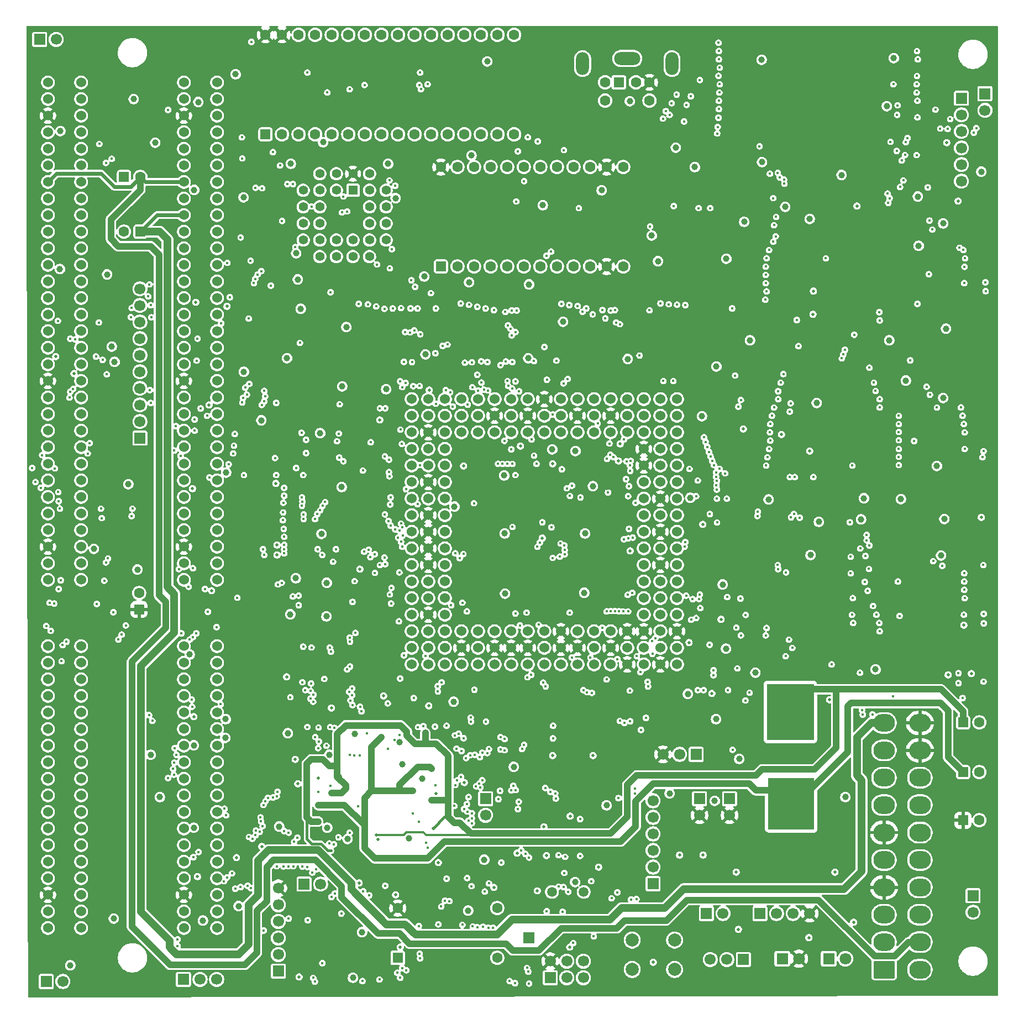
<source format=gbr>
%TF.GenerationSoftware,KiCad,Pcbnew,9.0.2+dfsg-1*%
%TF.CreationDate,2025-09-24T02:43:49+02:00*%
%TF.ProjectId,homebrew_486,686f6d65-6272-4657-975f-3438362e6b69,rev?*%
%TF.SameCoordinates,Original*%
%TF.FileFunction,Copper,L2,Inr*%
%TF.FilePolarity,Positive*%
%FSLAX46Y46*%
G04 Gerber Fmt 4.6, Leading zero omitted, Abs format (unit mm)*
G04 Created by KiCad (PCBNEW 9.0.2+dfsg-1) date 2025-09-24 02:43:49*
%MOMM*%
%LPD*%
G01*
G04 APERTURE LIST*
G04 Aperture macros list*
%AMRoundRect*
0 Rectangle with rounded corners*
0 $1 Rounding radius*
0 $2 $3 $4 $5 $6 $7 $8 $9 X,Y pos of 4 corners*
0 Add a 4 corners polygon primitive as box body*
4,1,4,$2,$3,$4,$5,$6,$7,$8,$9,$2,$3,0*
0 Add four circle primitives for the rounded corners*
1,1,$1+$1,$2,$3*
1,1,$1+$1,$4,$5*
1,1,$1+$1,$6,$7*
1,1,$1+$1,$8,$9*
0 Add four rect primitives between the rounded corners*
20,1,$1+$1,$2,$3,$4,$5,0*
20,1,$1+$1,$4,$5,$6,$7,0*
20,1,$1+$1,$6,$7,$8,$9,0*
20,1,$1+$1,$8,$9,$2,$3,0*%
G04 Aperture macros list end*
%TA.AperFunction,ComponentPad*%
%ADD10R,1.600000X1.600000*%
%TD*%
%TA.AperFunction,ComponentPad*%
%ADD11C,1.600000*%
%TD*%
%TA.AperFunction,ComponentPad*%
%ADD12O,2.000000X3.500000*%
%TD*%
%TA.AperFunction,ComponentPad*%
%ADD13O,4.000000X2.000000*%
%TD*%
%TA.AperFunction,ComponentPad*%
%ADD14RoundRect,0.250000X-0.550000X-0.550000X0.550000X-0.550000X0.550000X0.550000X-0.550000X0.550000X0*%
%TD*%
%TA.AperFunction,ComponentPad*%
%ADD15R,1.700000X1.700000*%
%TD*%
%TA.AperFunction,ComponentPad*%
%ADD16C,1.700000*%
%TD*%
%TA.AperFunction,ComponentPad*%
%ADD17C,1.524000*%
%TD*%
%TA.AperFunction,ComponentPad*%
%ADD18C,1.500000*%
%TD*%
%TA.AperFunction,ComponentPad*%
%ADD19RoundRect,0.250000X0.550000X0.550000X-0.550000X0.550000X-0.550000X-0.550000X0.550000X-0.550000X0*%
%TD*%
%TA.AperFunction,ComponentPad*%
%ADD20RoundRect,0.250001X1.399999X-1.099999X1.399999X1.099999X-1.399999X1.099999X-1.399999X-1.099999X0*%
%TD*%
%TA.AperFunction,ComponentPad*%
%ADD21O,3.300000X2.700000*%
%TD*%
%TA.AperFunction,ComponentPad*%
%ADD22RoundRect,0.250000X0.550000X-0.550000X0.550000X0.550000X-0.550000X0.550000X-0.550000X-0.550000X0*%
%TD*%
%TA.AperFunction,ComponentPad*%
%ADD23R,1.800000X1.800000*%
%TD*%
%TA.AperFunction,ComponentPad*%
%ADD24C,1.800000*%
%TD*%
%TA.AperFunction,ComponentPad*%
%ADD25R,1.422400X1.422400*%
%TD*%
%TA.AperFunction,ComponentPad*%
%ADD26C,1.422400*%
%TD*%
%TA.AperFunction,ComponentPad*%
%ADD27C,2.000000*%
%TD*%
%TA.AperFunction,ViaPad*%
%ADD28C,0.400000*%
%TD*%
%TA.AperFunction,ViaPad*%
%ADD29C,0.500000*%
%TD*%
%TA.AperFunction,ViaPad*%
%ADD30C,1.000000*%
%TD*%
%TA.AperFunction,ViaPad*%
%ADD31C,1.500000*%
%TD*%
%TA.AperFunction,Conductor*%
%ADD32C,1.000000*%
%TD*%
%TA.AperFunction,Conductor*%
%ADD33C,0.400000*%
%TD*%
%TA.AperFunction,Conductor*%
%ADD34C,0.300000*%
%TD*%
%TA.AperFunction,Conductor*%
%ADD35C,1.200000*%
%TD*%
%TA.AperFunction,Conductor*%
%ADD36C,0.600000*%
%TD*%
G04 APERTURE END LIST*
D10*
%TO.N,/fpga/PS2_DATA*%
%TO.C,J13*%
X112873000Y-31971000D03*
D11*
%TO.N,unconnected-(J13-Pad2)*%
X115473000Y-31971000D03*
%TO.N,GND*%
X110773000Y-31971000D03*
%TO.N,+5V*%
X117573000Y-31971000D03*
%TO.N,/fpga/PS2_CLK*%
X110773000Y-34771000D03*
%TO.N,unconnected-(J13-Pad6)*%
X117573000Y-34771000D03*
D12*
%TO.N,GND*%
X121023000Y-29121000D03*
D13*
X114173000Y-28321000D03*
D12*
X107323000Y-29121000D03*
%TD*%
D14*
%TO.N,+2V5*%
%TO.C,C1*%
X165609388Y-137668000D03*
D11*
%TO.N,GND*%
X168109388Y-137668000D03*
%TD*%
D10*
%TO.N,unconnected-(Y2-EN-Pad1)*%
%TO.C,Y2*%
X78994000Y-166116000D03*
D11*
%TO.N,GND*%
X94234000Y-166116000D03*
%TO.N,/fpga/CLK_FPGA*%
X94234000Y-158496000D03*
%TO.N,+5V*%
X78994000Y-158496000D03*
%TD*%
D15*
%TO.N,~{MEM_RD}*%
%TO.C,J12*%
X64638000Y-154813000D03*
D16*
%TO.N,~{MEM_WR}*%
X67178000Y-154813000D03*
%TD*%
D17*
%TO.N,GND*%
%TO.C,J2*%
X46228000Y-32004000D03*
%TO.N,CPU_RESET*%
X46228000Y-34544000D03*
%TO.N,+5V*%
X46228000Y-37084000D03*
%TO.N,/isa/IRQ2*%
X46228000Y-39624000D03*
%TO.N,unconnected-(J2--5V-Pad5)*%
X46228000Y-42164000D03*
%TO.N,unconnected-(J2-DRQ2-Pad6)*%
X46228000Y-44704000D03*
%TO.N,-12V*%
X46228000Y-47244000D03*
%TO.N,unconnected-(J2-UNUSED-Pad8)*%
X46228000Y-49784000D03*
%TO.N,+12V*%
X46228000Y-52324000D03*
%TO.N,GND*%
X46228000Y-54864000D03*
%TO.N,~{ISA_MEM_WR}*%
X46228000Y-57404000D03*
%TO.N,~{ISA_MEM_RD}*%
X46228000Y-59944000D03*
%TO.N,~{IO_WR}*%
X46228000Y-62484000D03*
%TO.N,~{IO_RD}*%
X46228000Y-65024000D03*
%TO.N,unconnected-(J2-~{DACK3}-Pad15)*%
X46228000Y-67564000D03*
%TO.N,unconnected-(J2-DRQ3-Pad16)*%
X46228000Y-70104000D03*
%TO.N,unconnected-(J2-~{DACK1}-Pad17)*%
X46228000Y-72644000D03*
%TO.N,unconnected-(J2-DRQ1-Pad18)*%
X46228000Y-75184000D03*
%TO.N,+5V*%
X46228000Y-77724000D03*
%TO.N,CLK_ISA*%
X46228000Y-80264000D03*
%TO.N,/isa/IRQ7*%
X46228000Y-82804000D03*
%TO.N,/isa/IRQ6*%
X46228000Y-85344000D03*
%TO.N,/isa/IRQ5*%
X46228000Y-87884000D03*
%TO.N,/isa/IRQ4*%
X46228000Y-90424000D03*
%TO.N,/isa/IRQ3*%
X46228000Y-92964000D03*
%TO.N,unconnected-(J2-~{DACK2}-Pad26)*%
X46228000Y-95504000D03*
%TO.N,unconnected-(J2-TC-Pad27)*%
X46228000Y-98044000D03*
%TO.N,GND*%
X46228000Y-100584000D03*
%TO.N,+5V*%
X46228000Y-103124000D03*
%TO.N,CLK_14_318MHz*%
X46228000Y-105664000D03*
%TO.N,GND*%
X46228000Y-108204000D03*
%TO.N,unconnected-(J2-IO-Pad32)*%
X51308000Y-32004000D03*
%TO.N,DT7*%
X51308000Y-34544000D03*
%TO.N,DT6*%
X51308000Y-37084000D03*
%TO.N,DT5*%
X51308000Y-39624000D03*
%TO.N,DT4*%
X51308000Y-42164000D03*
%TO.N,DT3*%
X51308000Y-44704000D03*
%TO.N,DT2*%
X51308000Y-47244000D03*
%TO.N,DT1*%
X51308000Y-49784000D03*
%TO.N,DT0*%
X51308000Y-52324000D03*
%TO.N,ISA_IO_READY*%
X51308000Y-54864000D03*
%TO.N,GND*%
X51308000Y-57404000D03*
%TO.N,A19*%
X51308000Y-59944000D03*
%TO.N,A18*%
X51308000Y-62484000D03*
%TO.N,A17*%
X51308000Y-65024000D03*
%TO.N,A16*%
X51308000Y-67564000D03*
%TO.N,A15*%
X51308000Y-70104000D03*
%TO.N,A14*%
X51308000Y-72644000D03*
%TO.N,A13*%
X51308000Y-75184000D03*
%TO.N,A12*%
X51308000Y-77724000D03*
%TO.N,A11*%
X51308000Y-80264000D03*
%TO.N,A10*%
X51308000Y-82804000D03*
%TO.N,A9*%
X51308000Y-85344000D03*
%TO.N,A8*%
X51308000Y-87884000D03*
%TO.N,A7*%
X51308000Y-90424000D03*
%TO.N,A6*%
X51308000Y-92964000D03*
%TO.N,A5*%
X51308000Y-95504000D03*
%TO.N,A4*%
X51308000Y-98044000D03*
%TO.N,A3*%
X51308000Y-100584000D03*
%TO.N,A2*%
X51308000Y-103124000D03*
%TO.N,A1*%
X51308000Y-105664000D03*
%TO.N,A0*%
X51308000Y-108204000D03*
%TO.N,~{ISA_MEMCS16}*%
X46228000Y-118364000D03*
%TO.N,~{ISA_IOCS16}*%
X46228000Y-120904000D03*
%TO.N,unconnected-(J2-IRQ10-Pad65)*%
X46228000Y-123444000D03*
%TO.N,unconnected-(J2-IRQ11-Pad66)*%
X46228000Y-125984000D03*
%TO.N,unconnected-(J2-IRQ12-Pad67)*%
X46228000Y-128524000D03*
%TO.N,unconnected-(J2-IRQ15-Pad68)*%
X46228000Y-131064000D03*
%TO.N,unconnected-(J2-IRQ14-Pad69)*%
X46228000Y-133604000D03*
%TO.N,unconnected-(J2-~{DACK0}-Pad70)*%
X46228000Y-136144000D03*
%TO.N,unconnected-(J2-DRQ0-Pad71)*%
X46228000Y-138684000D03*
%TO.N,unconnected-(J2-~{DACK5}-Pad72)*%
X46228000Y-141224000D03*
%TO.N,unconnected-(J2-DRQ5-Pad73)*%
X46228000Y-143764000D03*
%TO.N,unconnected-(J2-~{DACK6}-Pad74)*%
X46228000Y-146304000D03*
%TO.N,unconnected-(J2-DRQ6-Pad75)*%
X46228000Y-148844000D03*
%TO.N,unconnected-(J2-~{DACK7}-Pad76)*%
X46228000Y-151384000D03*
%TO.N,unconnected-(J2-DRQ7-Pad77)*%
X46228000Y-153924000D03*
%TO.N,+5V*%
X46228000Y-156464000D03*
%TO.N,unconnected-(J2-MASTER-Pad79)*%
X46228000Y-159004000D03*
%TO.N,GND*%
X46228000Y-161544000D03*
%TO.N,ISA_SBHE*%
X51308000Y-118364000D03*
%TO.N,A23*%
X51308000Y-120904000D03*
%TO.N,A22*%
X51308000Y-123444000D03*
%TO.N,A21*%
X51308000Y-125984000D03*
%TO.N,A20*%
X51308000Y-128524000D03*
%TO.N,A19*%
X51308000Y-131064000D03*
%TO.N,A18*%
X51308000Y-133604000D03*
%TO.N,A17*%
X51308000Y-136144000D03*
%TO.N,unconnected-(J2-~{MEMR}-Pad89)*%
X51308000Y-138684000D03*
%TO.N,unconnected-(J2-~{MEMW}-Pad90)*%
X51308000Y-141224000D03*
%TO.N,DT8*%
X51308000Y-143764000D03*
%TO.N,DT9*%
X51308000Y-146304000D03*
%TO.N,DT10*%
X51308000Y-148844000D03*
%TO.N,DT11*%
X51308000Y-151384000D03*
%TO.N,DT12*%
X51308000Y-153924000D03*
%TO.N,DT13*%
X51308000Y-156464000D03*
%TO.N,DT14*%
X51308000Y-159004000D03*
%TO.N,DT15*%
X51308000Y-161544000D03*
%TD*%
D15*
%TO.N,Net-(J15-Pin_1)*%
%TO.C,J15*%
X134493000Y-159321500D03*
D16*
%TO.N,unconnected-(J15-Pin_2-Pad2)*%
X137033000Y-159321500D03*
%TO.N,unconnected-(J15-Pin_3-Pad3)*%
X139573000Y-159321500D03*
%TO.N,+5V*%
X142113000Y-159321500D03*
%TD*%
D15*
%TO.N,/fpga/~{AVR_PEN}*%
%TO.C,J11*%
X99060000Y-163068000D03*
%TD*%
%TO.N,Net-(J17-Pin_1)*%
%TO.C,J17*%
X165354000Y-34417000D03*
D16*
%TO.N,Net-(J17-Pin_2)*%
X165354000Y-36957000D03*
%TO.N,Net-(J17-Pin_3)*%
X165354000Y-39497000D03*
%TO.N,Net-(J17-Pin_4)*%
X165354000Y-42037000D03*
%TO.N,Net-(J17-Pin_5)*%
X165354000Y-44577000D03*
%TO.N,Net-(J17-Pin_6)*%
X165354000Y-47117000D03*
%TD*%
D18*
%TO.N,Net-(U22-XTAL1)*%
%TO.C,Y3*%
X107505500Y-156019500D03*
%TO.N,Net-(U22-XTAL2)*%
X102625500Y-156019500D03*
%TD*%
D15*
%TO.N,GND*%
%TO.C,J21*%
X167132000Y-156591000D03*
D16*
X167132000Y-159131000D03*
%TD*%
D15*
%TO.N,/fpga/AVR_SCK*%
%TO.C,J6*%
X92456000Y-141727000D03*
D16*
%TO.N,/fpga/FPGA_CCLK*%
X92456000Y-144267000D03*
%TD*%
D15*
%TO.N,GND*%
%TO.C,J9*%
X124714000Y-134937500D03*
D16*
%TO.N,/cpu/CLKMUL*%
X122174000Y-134937500D03*
%TO.N,+5V*%
X119634000Y-134937500D03*
%TD*%
D15*
%TO.N,GND*%
%TO.C,J10*%
X39497000Y-86487000D03*
D16*
%TO.N,CLK_ISA*%
X39497000Y-83947000D03*
%TO.N,~{ISA_MEM_WR}*%
X39497000Y-81407000D03*
%TO.N,~{ISA_MEM_RD}*%
X39497000Y-78867000D03*
%TO.N,CPU_RESET*%
X39497000Y-76327000D03*
%TO.N,ISA_IO_READY*%
X39497000Y-73787000D03*
%TO.N,~{ISA_IOCS16}*%
X39497000Y-71247000D03*
%TO.N,~{ISA_MEMCS16}*%
X39497000Y-68707000D03*
%TO.N,ISA_SBHE*%
X39497000Y-66167000D03*
%TO.N,GND*%
X39497000Y-63627000D03*
%TD*%
D19*
%TO.N,+12V*%
%TO.C,C37*%
X39559113Y-54864000D03*
D11*
%TO.N,GND*%
X37059113Y-54864000D03*
%TD*%
D15*
%TO.N,GND*%
%TO.C,J22*%
X25146000Y-169735500D03*
D16*
X27686000Y-169735500D03*
%TD*%
D14*
%TO.N,+3.3V*%
%TO.C,C2*%
X165608000Y-130048000D03*
D11*
%TO.N,GND*%
X168108000Y-130048000D03*
%TD*%
D15*
%TO.N,GND*%
%TO.C,J16*%
X46164500Y-169418000D03*
D16*
%TO.N,/fpga/TXD*%
X48704500Y-169418000D03*
%TO.N,/fpga/RXD*%
X51244500Y-169418000D03*
%TD*%
D15*
%TO.N,/fpga/ROM_CACHE_EN*%
%TO.C,J8*%
X129830000Y-141732000D03*
D16*
%TO.N,+5V*%
X129830000Y-144272000D03*
%TD*%
D17*
%TO.N,GND*%
%TO.C,J1*%
X25400000Y-32004000D03*
%TO.N,CPU_RESET*%
X25400000Y-34544000D03*
%TO.N,+5V*%
X25400000Y-37084000D03*
%TO.N,/isa/IRQ2*%
X25400000Y-39624000D03*
%TO.N,unconnected-(J1--5V-Pad5)*%
X25400000Y-42164000D03*
%TO.N,unconnected-(J1-DRQ2-Pad6)*%
X25400000Y-44704000D03*
%TO.N,-12V*%
X25400000Y-47244000D03*
%TO.N,unconnected-(J1-UNUSED-Pad8)*%
X25400000Y-49784000D03*
%TO.N,+12V*%
X25400000Y-52324000D03*
%TO.N,GND*%
X25400000Y-54864000D03*
%TO.N,~{ISA_MEM_WR}*%
X25400000Y-57404000D03*
%TO.N,~{ISA_MEM_RD}*%
X25400000Y-59944000D03*
%TO.N,~{IO_WR}*%
X25400000Y-62484000D03*
%TO.N,~{IO_RD}*%
X25400000Y-65024000D03*
%TO.N,unconnected-(J1-~{DACK3}-Pad15)*%
X25400000Y-67564000D03*
%TO.N,unconnected-(J1-DRQ3-Pad16)*%
X25400000Y-70104000D03*
%TO.N,unconnected-(J1-~{DACK1}-Pad17)*%
X25400000Y-72644000D03*
%TO.N,unconnected-(J1-DRQ1-Pad18)*%
X25400000Y-75184000D03*
%TO.N,+5V*%
X25400000Y-77724000D03*
%TO.N,CLK_ISA*%
X25400000Y-80264000D03*
%TO.N,/isa/IRQ7*%
X25400000Y-82804000D03*
%TO.N,/isa/IRQ6*%
X25400000Y-85344000D03*
%TO.N,/isa/IRQ5*%
X25400000Y-87884000D03*
%TO.N,/isa/IRQ4*%
X25400000Y-90424000D03*
%TO.N,/isa/IRQ3*%
X25400000Y-92964000D03*
%TO.N,unconnected-(J1-~{DACK2}-Pad26)*%
X25400000Y-95504000D03*
%TO.N,unconnected-(J1-TC-Pad27)*%
X25400000Y-98044000D03*
%TO.N,GND*%
X25400000Y-100584000D03*
%TO.N,+5V*%
X25400000Y-103124000D03*
%TO.N,CLK_14_318MHz*%
X25400000Y-105664000D03*
%TO.N,GND*%
X25400000Y-108204000D03*
%TO.N,unconnected-(J1-IO-Pad32)*%
X30480000Y-32004000D03*
%TO.N,DT7*%
X30480000Y-34544000D03*
%TO.N,DT6*%
X30480000Y-37084000D03*
%TO.N,DT5*%
X30480000Y-39624000D03*
%TO.N,DT4*%
X30480000Y-42164000D03*
%TO.N,DT3*%
X30480000Y-44704000D03*
%TO.N,DT2*%
X30480000Y-47244000D03*
%TO.N,DT1*%
X30480000Y-49784000D03*
%TO.N,DT0*%
X30480000Y-52324000D03*
%TO.N,ISA_IO_READY*%
X30480000Y-54864000D03*
%TO.N,GND*%
X30480000Y-57404000D03*
%TO.N,A19*%
X30480000Y-59944000D03*
%TO.N,A18*%
X30480000Y-62484000D03*
%TO.N,A17*%
X30480000Y-65024000D03*
%TO.N,A16*%
X30480000Y-67564000D03*
%TO.N,A15*%
X30480000Y-70104000D03*
%TO.N,A14*%
X30480000Y-72644000D03*
%TO.N,A13*%
X30480000Y-75184000D03*
%TO.N,A12*%
X30480000Y-77724000D03*
%TO.N,A11*%
X30480000Y-80264000D03*
%TO.N,A10*%
X30480000Y-82804000D03*
%TO.N,A9*%
X30480000Y-85344000D03*
%TO.N,A8*%
X30480000Y-87884000D03*
%TO.N,A7*%
X30480000Y-90424000D03*
%TO.N,A6*%
X30480000Y-92964000D03*
%TO.N,A5*%
X30480000Y-95504000D03*
%TO.N,A4*%
X30480000Y-98044000D03*
%TO.N,A3*%
X30480000Y-100584000D03*
%TO.N,A2*%
X30480000Y-103124000D03*
%TO.N,A1*%
X30480000Y-105664000D03*
%TO.N,A0*%
X30480000Y-108204000D03*
%TO.N,~{ISA_MEMCS16}*%
X25400000Y-118364000D03*
%TO.N,~{ISA_IOCS16}*%
X25400000Y-120904000D03*
%TO.N,unconnected-(J1-IRQ10-Pad65)*%
X25400000Y-123444000D03*
%TO.N,unconnected-(J1-IRQ11-Pad66)*%
X25400000Y-125984000D03*
%TO.N,unconnected-(J1-IRQ12-Pad67)*%
X25400000Y-128524000D03*
%TO.N,unconnected-(J1-IRQ15-Pad68)*%
X25400000Y-131064000D03*
%TO.N,unconnected-(J1-IRQ14-Pad69)*%
X25400000Y-133604000D03*
%TO.N,unconnected-(J1-~{DACK0}-Pad70)*%
X25400000Y-136144000D03*
%TO.N,unconnected-(J1-DRQ0-Pad71)*%
X25400000Y-138684000D03*
%TO.N,unconnected-(J1-~{DACK5}-Pad72)*%
X25400000Y-141224000D03*
%TO.N,unconnected-(J1-DRQ5-Pad73)*%
X25400000Y-143764000D03*
%TO.N,unconnected-(J1-~{DACK6}-Pad74)*%
X25400000Y-146304000D03*
%TO.N,unconnected-(J1-DRQ6-Pad75)*%
X25400000Y-148844000D03*
%TO.N,unconnected-(J1-~{DACK7}-Pad76)*%
X25400000Y-151384000D03*
%TO.N,unconnected-(J1-DRQ7-Pad77)*%
X25400000Y-153924000D03*
%TO.N,+5V*%
X25400000Y-156464000D03*
%TO.N,unconnected-(J1-MASTER-Pad79)*%
X25400000Y-159004000D03*
%TO.N,GND*%
X25400000Y-161544000D03*
%TO.N,ISA_SBHE*%
X30480000Y-118364000D03*
%TO.N,A23*%
X30480000Y-120904000D03*
%TO.N,A22*%
X30480000Y-123444000D03*
%TO.N,A21*%
X30480000Y-125984000D03*
%TO.N,A20*%
X30480000Y-128524000D03*
%TO.N,A19*%
X30480000Y-131064000D03*
%TO.N,A18*%
X30480000Y-133604000D03*
%TO.N,A17*%
X30480000Y-136144000D03*
%TO.N,unconnected-(J1-~{MEMR}-Pad89)*%
X30480000Y-138684000D03*
%TO.N,unconnected-(J1-~{MEMW}-Pad90)*%
X30480000Y-141224000D03*
%TO.N,DT8*%
X30480000Y-143764000D03*
%TO.N,DT9*%
X30480000Y-146304000D03*
%TO.N,DT10*%
X30480000Y-148844000D03*
%TO.N,DT11*%
X30480000Y-151384000D03*
%TO.N,DT12*%
X30480000Y-153924000D03*
%TO.N,DT13*%
X30480000Y-156464000D03*
%TO.N,DT14*%
X30480000Y-159004000D03*
%TO.N,DT15*%
X30480000Y-161544000D03*
%TD*%
D15*
%TO.N,GND*%
%TO.C,J20*%
X168973500Y-33713500D03*
D16*
X168973500Y-36253500D03*
%TD*%
D15*
%TO.N,GND*%
%TO.C,J19*%
X24130000Y-25400000D03*
D16*
X26670000Y-25400000D03*
%TD*%
D20*
%TO.N,unconnected-(J3-+3.3V-Pad1)_1*%
%TO.C,J3*%
X153504000Y-167912000D03*
D21*
%TO.N,unconnected-(J3-+3.3V-Pad1)*%
X153504000Y-163712000D03*
%TO.N,GND*%
X153504000Y-159512000D03*
%TO.N,+5V*%
X153504000Y-155312000D03*
%TO.N,GND*%
X153504000Y-151112000D03*
%TO.N,+5V*%
X153504000Y-146912000D03*
%TO.N,GND*%
X153504000Y-142712000D03*
%TO.N,unconnected-(J3-PWR_OK-Pad8)*%
X153504000Y-138512000D03*
%TO.N,unconnected-(J3-+5VSB-Pad9)*%
X153504000Y-134312000D03*
%TO.N,+12V*%
X153504000Y-130112000D03*
%TO.N,unconnected-(J3-+3.3V-Pad1)_2*%
X159004000Y-167912000D03*
%TO.N,-12V*%
X159004000Y-163712000D03*
%TO.N,GND*%
X159004000Y-159512000D03*
%TO.N,Net-(J3-PS_ON#)*%
X159004000Y-155312000D03*
%TO.N,GND*%
X159004000Y-151112000D03*
X159004000Y-146912000D03*
X159004000Y-142712000D03*
%TO.N,unconnected-(J3--5V{slash}NC-Pad18)*%
X159004000Y-138512000D03*
%TO.N,+5V*%
X159004000Y-134312000D03*
X159004000Y-130112000D03*
%TD*%
D22*
%TO.N,+5V*%
%TO.C,C36*%
X39370000Y-112736000D03*
D11*
%TO.N,GND*%
X39370000Y-110236000D03*
%TD*%
D23*
%TO.N,Net-(D1-K)*%
%TO.C,D1*%
X137922000Y-166243000D03*
D24*
%TO.N,+5V*%
X140462000Y-166243000D03*
%TD*%
D25*
%TO.N,~{PIC_CS}*%
%TO.C,U10*%
X72136000Y-48514000D03*
D26*
%TO.N,~{IO_WR}*%
X69596000Y-45974000D03*
%TO.N,~{IO_RD}*%
X69596000Y-48514000D03*
%TO.N,DT7*%
X67056000Y-45974000D03*
%TO.N,DT6*%
X64516000Y-48514000D03*
%TO.N,DT5*%
X67056000Y-48514000D03*
%TO.N,DT4*%
X64516000Y-51054000D03*
%TO.N,DT3*%
X67056000Y-51054000D03*
%TO.N,DT2*%
X64516000Y-53594000D03*
%TO.N,DT1*%
X67056000Y-53594000D03*
%TO.N,DT0*%
X64516000Y-56134000D03*
%TO.N,unconnected-(U10-CAS0-Pad12)*%
X67056000Y-58674000D03*
%TO.N,unconnected-(U10-CAS1-Pad13)*%
X67056000Y-56134000D03*
%TO.N,GND*%
X69596000Y-58674000D03*
%TO.N,unconnected-(U10-CAS2-Pad15)*%
X69596000Y-56134000D03*
%TO.N,Net-(U10-~{SP}{slash}~{EN})*%
X72136000Y-58674000D03*
%TO.N,INTR*%
X72136000Y-56134000D03*
%TO.N,/isa/IRQ0*%
X74676000Y-58674000D03*
%TO.N,KB_INT*%
X77216000Y-56134000D03*
%TO.N,/isa/IRQ2*%
X74676000Y-56134000D03*
%TO.N,/isa/IRQ3*%
X77216000Y-53594000D03*
%TO.N,/isa/IRQ4*%
X74676000Y-53594000D03*
%TO.N,/isa/IRQ5*%
X77216000Y-51054000D03*
%TO.N,/isa/IRQ6*%
X74676000Y-51054000D03*
%TO.N,/isa/IRQ7*%
X77216000Y-48514000D03*
%TO.N,~{PIC_INTA}*%
X74676000Y-45974000D03*
%TO.N,A0*%
X74676000Y-48514000D03*
%TO.N,+5V*%
X72136000Y-45974000D03*
%TD*%
D22*
%TO.N,DT7*%
%TO.C,U9*%
X85598000Y-60198000D03*
D11*
%TO.N,DT6*%
X88138000Y-60198000D03*
%TO.N,DT5*%
X90678000Y-60198000D03*
%TO.N,DT4*%
X93218000Y-60198000D03*
%TO.N,DT3*%
X95758000Y-60198000D03*
%TO.N,DT2*%
X98298000Y-60198000D03*
%TO.N,DT1*%
X100838000Y-60198000D03*
%TO.N,DT0*%
X103378000Y-60198000D03*
%TO.N,CLK_PIT*%
X105918000Y-60198000D03*
%TO.N,/isa/IRQ0*%
X108458000Y-60198000D03*
%TO.N,+5V*%
X110998000Y-60198000D03*
%TO.N,GND*%
X113538000Y-60198000D03*
%TO.N,unconnected-(U9-OUT1-Pad13)*%
X113538000Y-44958000D03*
%TO.N,+5V*%
X110998000Y-44958000D03*
%TO.N,CLK_PIT*%
X108458000Y-44958000D03*
%TO.N,/isa/SPK_GATE*%
X105918000Y-44958000D03*
%TO.N,Net-(U9-OUT2)*%
X103378000Y-44958000D03*
%TO.N,CLK_PIT*%
X100838000Y-44958000D03*
%TO.N,A0*%
X98298000Y-44958000D03*
%TO.N,A1*%
X95758000Y-44958000D03*
%TO.N,~{PIT_CS}*%
X93218000Y-44958000D03*
%TO.N,~{IO_RD}*%
X90678000Y-44958000D03*
%TO.N,~{IO_WR}*%
X88138000Y-44958000D03*
%TO.N,+5V*%
X85598000Y-44958000D03*
%TD*%
D15*
%TO.N,Net-(J18-Pin_1)*%
%TO.C,J18*%
X126301500Y-159321500D03*
D16*
%TO.N,/fpga/RESET_BTN*%
X128841500Y-159321500D03*
%TD*%
D22*
%TO.N,unconnected-(U21-NC-Pad1)*%
%TO.C,U21*%
X58737500Y-39941500D03*
D11*
%TO.N,A16*%
X61277500Y-39941500D03*
%TO.N,A15*%
X63817500Y-39941500D03*
%TO.N,A12*%
X66357500Y-39941500D03*
%TO.N,A7*%
X68897500Y-39941500D03*
%TO.N,A6*%
X71437500Y-39941500D03*
%TO.N,A5*%
X73977500Y-39941500D03*
%TO.N,A4*%
X76517500Y-39941500D03*
%TO.N,A3*%
X79057500Y-39941500D03*
%TO.N,A2*%
X81597500Y-39941500D03*
%TO.N,A1*%
X84137500Y-39941500D03*
%TO.N,A0*%
X86677500Y-39941500D03*
%TO.N,DT0*%
X89217500Y-39941500D03*
%TO.N,DT1*%
X91757500Y-39941500D03*
%TO.N,DT2*%
X94297500Y-39941500D03*
%TO.N,GND*%
X96837500Y-39941500D03*
%TO.N,DT3*%
X96837500Y-24701500D03*
%TO.N,DT4*%
X94297500Y-24701500D03*
%TO.N,DT5*%
X91757500Y-24701500D03*
%TO.N,DT6*%
X89217500Y-24701500D03*
%TO.N,DT7*%
X86677500Y-24701500D03*
%TO.N,~{ROM_OE}*%
X84137500Y-24701500D03*
%TO.N,A10*%
X81597500Y-24701500D03*
%TO.N,GND*%
X79057500Y-24701500D03*
%TO.N,A11*%
X76517500Y-24701500D03*
%TO.N,A9*%
X73977500Y-24701500D03*
%TO.N,A8*%
X71437500Y-24701500D03*
%TO.N,A13*%
X68897500Y-24701500D03*
%TO.N,A14*%
X66357500Y-24701500D03*
%TO.N,A17*%
X63817500Y-24701500D03*
%TO.N,+5V*%
X61277500Y-24701500D03*
X58737500Y-24701500D03*
%TD*%
D15*
%TO.N,/fpga/TMS*%
%TO.C,J5*%
X60706000Y-168148000D03*
D16*
%TO.N,/fpga/TCK*%
X60706000Y-165608000D03*
%TO.N,GND*%
X60706000Y-163068000D03*
%TO.N,/fpga/TDO*%
X60706000Y-160528000D03*
%TO.N,/fpga/TDI*%
X60706000Y-157988000D03*
%TO.N,+5V*%
X60706000Y-155448000D03*
%TD*%
D23*
%TO.N,Net-(D2-K)*%
%TO.C,D2*%
X145034000Y-166243000D03*
D24*
%TO.N,/isa/D7_LED*%
X147574000Y-166243000D03*
%TD*%
D14*
%TO.N,GND*%
%TO.C,C38*%
X37059113Y-46482000D03*
D11*
%TO.N,-12V*%
X39559113Y-46482000D03*
%TD*%
D17*
%TO.N,D20*%
%TO.C,U1*%
X121778500Y-80518000D03*
%TO.N,D22*%
X121778500Y-83058000D03*
%TO.N,unconnected-(U1-TCK-PadA3)*%
X121778500Y-85598000D03*
%TO.N,D23*%
X121778500Y-88138000D03*
%TO.N,Net-(U1-DP3)*%
X121778500Y-90678000D03*
%TO.N,D24*%
X121778500Y-93218000D03*
%TO.N,GND*%
X121778500Y-95758000D03*
%TO.N,D29*%
X121778500Y-98298000D03*
%TO.N,GND*%
X121778500Y-100838000D03*
%TO.N,unconnected-(U1-INV-PadA10)*%
X121778500Y-103378000D03*
%TO.N,GND*%
X121778500Y-105918000D03*
%TO.N,unconnected-(U1-~{HITM}-PadA12)*%
X121778500Y-108458000D03*
%TO.N,unconnected-(U1-NC1-PadA13)*%
X121778500Y-110998000D03*
%TO.N,unconnected-(U1-TDI-PadA14)*%
X121778500Y-113538000D03*
%TO.N,+5V*%
X121778500Y-116078000D03*
%TO.N,INTR*%
X121778500Y-118618000D03*
%TO.N,GND*%
X121778500Y-121158000D03*
%TO.N,D19*%
X119238500Y-80518000D03*
%TO.N,D21*%
X119238500Y-83058000D03*
%TO.N,GND*%
X119238500Y-85598000D03*
X119238500Y-88138000D03*
X119238500Y-90678000D03*
%TO.N,D25*%
X119238500Y-93218000D03*
%TO.N,+5V*%
X119238500Y-95758000D03*
%TO.N,D31*%
X119238500Y-98298000D03*
%TO.N,+5V*%
X119238500Y-100838000D03*
%TO.N,unconnected-(U1-~{SMI}-PadB10)*%
X119238500Y-103378000D03*
%TO.N,+5V*%
X119238500Y-105918000D03*
%TO.N,unconnected-(U1-~{CACHE}-PadB12)*%
X119238500Y-108458000D03*
%TO.N,unconnected-(U1-WB{slash}~{WT}-PadB13)*%
X119238500Y-110998000D03*
%TO.N,unconnected-(U1-TMS-PadB14)*%
X119238500Y-113538000D03*
%TO.N,NMI*%
X119238500Y-116078000D03*
%TO.N,unconnected-(U1-TDO-PadB16)*%
X119238500Y-118618000D03*
%TO.N,+5V*%
X119238500Y-121158000D03*
%TO.N,D11*%
X116698500Y-80518000D03*
%TO.N,D18*%
X116698500Y-83058000D03*
%TO.N,CPU_CLK*%
X116698500Y-85598000D03*
%TO.N,+5V*%
X116698500Y-88138000D03*
X116698500Y-90678000D03*
%TO.N,D27*%
X116698500Y-93218000D03*
%TO.N,D26*%
X116698500Y-95758000D03*
%TO.N,D28*%
X116698500Y-98298000D03*
%TO.N,D30*%
X116698500Y-100838000D03*
%TO.N,unconnected-(U1-SRESET-PadC10)*%
X116698500Y-103378000D03*
%TO.N,unconnected-(U1-~{UP}-PadC11)*%
X116698500Y-105918000D03*
%TO.N,unconnected-(U1-~{SMIACT}-PadC12)*%
X116698500Y-108458000D03*
%TO.N,unconnected-(U1-NC2-PadC13)*%
X116698500Y-110998000D03*
%TO.N,unconnected-(U1-~{FERR}-PadC14)*%
X116698500Y-113538000D03*
%TO.N,+5V*%
X116698500Y-116078000D03*
%TO.N,CPU_RESET*%
X116698500Y-118618000D03*
%TO.N,~{BS16}*%
X116698500Y-121158000D03*
%TO.N,D9*%
X114158500Y-80518000D03*
%TO.N,D13*%
X114158500Y-83058000D03*
%TO.N,D17*%
X114158500Y-85598000D03*
%TO.N,+5V*%
X114158500Y-116078000D03*
%TO.N,~{BS8}*%
X114158500Y-118618000D03*
%TO.N,+5V*%
X114158500Y-121158000D03*
%TO.N,GND*%
X111618500Y-80518000D03*
%TO.N,+5V*%
X111618500Y-83058000D03*
%TO.N,D10*%
X111618500Y-85598000D03*
%TO.N,GND*%
X111618500Y-116078000D03*
%TO.N,+5V*%
X111618500Y-118618000D03*
%TO.N,GND*%
X111618500Y-121158000D03*
%TO.N,Net-(U1-DP1)*%
X109078500Y-80518000D03*
%TO.N,D8*%
X109078500Y-83058000D03*
%TO.N,D15*%
X109078500Y-85598000D03*
%TO.N,~{KEN}*%
X109078500Y-116078000D03*
%TO.N,~{RDY}*%
X109078500Y-118618000D03*
%TO.N,~{BE3}*%
X109078500Y-121158000D03*
%TO.N,GND*%
X106538500Y-80518000D03*
%TO.N,+5V*%
X106538500Y-83058000D03*
%TO.N,D12*%
X106538500Y-85598000D03*
%TO.N,unconnected-(U1-~{STPCLK}-PadG15)*%
X106538500Y-116078000D03*
%TO.N,+5V*%
X106538500Y-118618000D03*
%TO.N,GND*%
X106538500Y-121158000D03*
X103998500Y-80518000D03*
%TO.N,D3*%
X103998500Y-83058000D03*
%TO.N,Net-(U1-DP2)*%
X103998500Y-85598000D03*
%TO.N,+5V*%
X103998500Y-116078000D03*
X103998500Y-118618000D03*
%TO.N,GND*%
X103998500Y-121158000D03*
%TO.N,+5V*%
X101458500Y-80518000D03*
%TO.N,D5*%
X101458500Y-83058000D03*
%TO.N,D16*%
X101458500Y-85598000D03*
%TO.N,~{BE2}*%
X101458500Y-116078000D03*
%TO.N,~{BE1}*%
X101458500Y-118618000D03*
%TO.N,unconnected-(U1-PCD-PadJ17)*%
X101458500Y-121158000D03*
%TO.N,GND*%
X98918500Y-80518000D03*
%TO.N,+5V*%
X98918500Y-83058000D03*
%TO.N,D14*%
X98918500Y-85598000D03*
%TO.N,~{BE0}*%
X98918500Y-116078000D03*
%TO.N,+5V*%
X98918500Y-118618000D03*
%TO.N,GND*%
X98918500Y-121158000D03*
X96378500Y-80518000D03*
%TO.N,D6*%
X96378500Y-83058000D03*
%TO.N,D7*%
X96378500Y-85598000D03*
%TO.N,unconnected-(U1-PWT-PadL15)*%
X96378500Y-116078000D03*
%TO.N,+5V*%
X96378500Y-118618000D03*
%TO.N,GND*%
X96378500Y-121158000D03*
X93838500Y-80518000D03*
%TO.N,+5V*%
X93838500Y-83058000D03*
%TO.N,D4*%
X93838500Y-85598000D03*
%TO.N,~{D{slash}C}*%
X93838500Y-116078000D03*
%TO.N,+5V*%
X93838500Y-118618000D03*
%TO.N,GND*%
X93838500Y-121158000D03*
%TO.N,D2*%
X91298500Y-80518000D03*
%TO.N,D1*%
X91298500Y-83058000D03*
%TO.N,Net-(U1-DP0)*%
X91298500Y-85598000D03*
%TO.N,unconnected-(U1-~{LOCK}-PadN15)*%
X91298500Y-116078000D03*
%TO.N,~{M{slash}IO}*%
X91298500Y-118618000D03*
%TO.N,~{W{slash}R}*%
X91298500Y-121158000D03*
%TO.N,D0*%
X88758500Y-80518000D03*
%TO.N,A29*%
X88758500Y-83058000D03*
%TO.N,A30*%
X88758500Y-85598000D03*
%TO.N,unconnected-(U1-HLDA-PadP15)*%
X88758500Y-116078000D03*
%TO.N,+5V*%
X88758500Y-118618000D03*
%TO.N,GND*%
X88758500Y-121158000D03*
%TO.N,A31*%
X86218500Y-80518000D03*
%TO.N,GND*%
X86218500Y-83058000D03*
%TO.N,A17*%
X86218500Y-85598000D03*
%TO.N,A19*%
X86218500Y-88138000D03*
%TO.N,A21*%
X86218500Y-90678000D03*
%TO.N,A24*%
X86218500Y-93218000D03*
%TO.N,A22*%
X86218500Y-95758000D03*
%TO.N,A20*%
X86218500Y-98298000D03*
%TO.N,A16*%
X86218500Y-100838000D03*
%TO.N,A13*%
X86218500Y-103378000D03*
%TO.N,A9*%
X86218500Y-105918000D03*
%TO.N,A5*%
X86218500Y-108458000D03*
%TO.N,A7*%
X86218500Y-110998000D03*
%TO.N,A2*%
X86218500Y-113538000D03*
%TO.N,unconnected-(U1-BREQ-PadQ15)*%
X86218500Y-116078000D03*
%TO.N,unconnected-(U1-~{PLOCK}-PadQ16)*%
X86218500Y-118618000D03*
%TO.N,unconnected-(U1-~{PCHK}-PadQ17)*%
X86218500Y-121158000D03*
%TO.N,A28*%
X83678500Y-80518000D03*
%TO.N,A25*%
X83678500Y-83058000D03*
%TO.N,+5V*%
X83678500Y-85598000D03*
%TO.N,GND*%
X83678500Y-88138000D03*
%TO.N,A18*%
X83678500Y-90678000D03*
%TO.N,+5V*%
X83678500Y-93218000D03*
%TO.N,A15*%
X83678500Y-95758000D03*
%TO.N,+5V*%
X83678500Y-98298000D03*
X83678500Y-100838000D03*
X83678500Y-103378000D03*
X83678500Y-105918000D03*
%TO.N,A11*%
X83678500Y-108458000D03*
%TO.N,A8*%
X83678500Y-110998000D03*
%TO.N,+5V*%
X83678500Y-113538000D03*
%TO.N,A3*%
X83678500Y-116078000D03*
%TO.N,unconnected-(U1-~{BLAST}-PadR16)*%
X83678500Y-118618000D03*
%TO.N,/cpu/CLKMUL*%
X83678500Y-121158000D03*
%TO.N,A27*%
X81138500Y-80518000D03*
%TO.N,A26*%
X81138500Y-83058000D03*
%TO.N,A23*%
X81138500Y-85598000D03*
%TO.N,unconnected-(U1-VOLDET-PadS4)*%
X81138500Y-88138000D03*
%TO.N,A14*%
X81138500Y-90678000D03*
%TO.N,GND*%
X81138500Y-93218000D03*
%TO.N,A12*%
X81138500Y-95758000D03*
%TO.N,GND*%
X81138500Y-98298000D03*
X81138500Y-100838000D03*
X81138500Y-103378000D03*
X81138500Y-105918000D03*
X81138500Y-108458000D03*
%TO.N,A10*%
X81138500Y-110998000D03*
%TO.N,GND*%
X81138500Y-113538000D03*
%TO.N,A6*%
X81138500Y-116078000D03*
%TO.N,A4*%
X81138500Y-118618000D03*
%TO.N,~{ADS}*%
X81138500Y-121158000D03*
%TD*%
D14*
%TO.N,+5V*%
%TO.C,C39*%
X165609388Y-145034000D03*
D11*
%TO.N,GND*%
X168109388Y-145034000D03*
%TD*%
D15*
%TO.N,/fpga/AVR_MISO*%
%TO.C,J4*%
X102362000Y-169164000D03*
D16*
%TO.N,+5V*%
X102362000Y-166624000D03*
%TO.N,/fpga/AVR_SCK*%
X104902000Y-169164000D03*
%TO.N,/fpga/AVR_MOSI*%
X104902000Y-166624000D03*
%TO.N,/fpga/~{AVR_RESET}*%
X107442000Y-169164000D03*
%TO.N,GND*%
X107442000Y-166624000D03*
%TD*%
D15*
%TO.N,Net-(J14-Pin_1)*%
%TO.C,J14*%
X118110000Y-154749500D03*
D16*
%TO.N,Net-(J14-Pin_2)*%
X118110000Y-152209500D03*
%TO.N,Net-(J14-Pin_3)*%
X118110000Y-149669500D03*
%TO.N,Net-(J14-Pin_4)*%
X118110000Y-147129500D03*
%TO.N,Net-(J14-Pin_5)*%
X118110000Y-144589500D03*
%TO.N,Net-(J14-Pin_6)*%
X118110000Y-142049500D03*
%TD*%
D27*
%TO.N,Net-(J18-Pin_1)*%
%TO.C,SW2*%
X114912000Y-163394000D03*
X121412000Y-163394000D03*
%TO.N,/fpga/RESET_BTN*%
X114912000Y-167894000D03*
X121412000Y-167894000D03*
%TD*%
D15*
%TO.N,unconnected-(SW1-A-Pad1)*%
%TO.C,SW1*%
X131953000Y-166370000D03*
D16*
%TO.N,Net-(J3-PS_ON#)*%
X129413000Y-166370000D03*
%TO.N,GND*%
X126873000Y-166370000D03*
%TD*%
D15*
%TO.N,/fpga/RAM_CACHE_EN*%
%TO.C,J7*%
X125240000Y-141732000D03*
D16*
%TO.N,+5V*%
X125240000Y-144272000D03*
%TD*%
D28*
%TO.N,/fpga/RXD*%
X114744500Y-157162500D03*
%TO.N,/fpga/TXD*%
X115570000Y-157099000D03*
%TO.N,/fpga/RXD*%
X62293500Y-160083500D03*
X58483500Y-161925000D03*
D29*
%TO.N,+5V*%
X82359500Y-60388500D03*
X28384500Y-115379500D03*
X31369000Y-115379500D03*
X34544000Y-115379500D03*
X44926250Y-82391250D03*
X33083500Y-91059000D03*
X33147000Y-96520000D03*
D28*
%TO.N,DT1*%
X33655000Y-98742500D03*
D30*
%TO.N,+2V5*%
X66844000Y-142726500D03*
X137350500Y-140462000D03*
D29*
X84201000Y-137096500D03*
D30*
X139128500Y-140462000D03*
D29*
X81343500Y-140525500D03*
D30*
X140843000Y-140462000D03*
X76517500Y-132270500D03*
X73914000Y-149288500D03*
D28*
%TO.N,~{RAM_CS1}*%
X169068750Y-63976250D03*
X88900000Y-161036000D03*
X168783000Y-114871500D03*
X167640000Y-38989000D03*
X168592500Y-89408000D03*
D29*
%TO.N,+3.3V*%
X75755500Y-147256500D03*
D30*
X66802000Y-145224500D03*
X84201000Y-141986000D03*
D28*
X68770500Y-149669500D03*
D30*
X137223500Y-126365000D03*
X69977000Y-138430000D03*
X139065000Y-126365000D03*
X140970000Y-126365000D03*
D29*
X69786500Y-132588000D03*
D28*
X68834000Y-140843000D03*
D29*
X76454000Y-130810000D03*
X83216750Y-131667250D03*
X84455000Y-146240500D03*
D30*
%TO.N,+5V*%
X104648000Y-31496000D03*
X145415000Y-50863500D03*
X90487500Y-92202000D03*
D31*
X161671000Y-128778000D03*
X53911500Y-161607500D03*
D30*
X143065500Y-76771500D03*
X64579500Y-90170000D03*
X70548500Y-66040000D03*
X111252000Y-152209500D03*
D31*
X168719500Y-127000000D03*
X74930000Y-165989000D03*
D30*
X158115000Y-25273000D03*
D31*
X142726500Y-151130000D03*
D29*
X100647500Y-135255000D03*
D30*
X165544500Y-50927000D03*
D31*
X122682000Y-153733500D03*
X41783000Y-45085000D03*
D30*
X115697000Y-47942500D03*
X110934500Y-108775500D03*
D31*
X148272500Y-147891500D03*
X42037000Y-167830500D03*
D29*
X101219000Y-97663000D03*
D30*
X137922000Y-25146000D03*
X64643000Y-105410000D03*
D29*
X40957500Y-36766500D03*
D30*
X110807500Y-145351500D03*
X110998000Y-93916500D03*
X86360000Y-62865000D03*
D31*
X123825000Y-159956500D03*
X144653000Y-142494000D03*
D30*
X101409500Y-62928500D03*
D29*
X37846000Y-36703000D03*
D30*
X165227000Y-76390500D03*
D29*
X101917500Y-145224500D03*
D31*
X133858000Y-136017000D03*
D29*
X101282500Y-92138500D03*
D30*
X116713000Y-62357000D03*
D31*
X42799000Y-159258000D03*
X33718500Y-48450500D03*
D29*
X60579000Y-61214000D03*
D31*
X41529000Y-49212500D03*
D30*
X90678000Y-110236000D03*
D29*
X101028500Y-100647500D03*
X110807500Y-135445500D03*
D31*
X47498000Y-113157000D03*
D30*
X145288000Y-102171500D03*
D29*
X101155500Y-94678500D03*
D30*
X112395000Y-101155500D03*
X165544500Y-102171500D03*
X90551000Y-101155500D03*
D29*
X111506000Y-163576000D03*
D28*
%TO.N,/fpga/RESET_BTN*%
X109029500Y-162814000D03*
X105124250Y-155987750D03*
D29*
X101409500Y-146050000D03*
D28*
X103632000Y-150368000D03*
X104394000Y-155257500D03*
%TO.N,/isa/D7_LED*%
X164909500Y-124015500D03*
X164909500Y-122491500D03*
X165544500Y-126301500D03*
X160210500Y-48069500D03*
%TO.N,A9*%
X136525000Y-56388000D03*
X79248000Y-131953000D03*
X73914000Y-32385000D03*
X151193500Y-106521250D03*
X65786000Y-118554500D03*
X82296000Y-32385000D03*
X136652000Y-81788000D03*
X152844500Y-81788000D03*
X128143000Y-30988000D03*
%TO.N,DT3*%
X123063000Y-66103500D03*
X104457500Y-42354500D03*
X35179000Y-43688000D03*
X92456000Y-66611500D03*
X44704000Y-138049000D03*
X97409000Y-42545000D03*
X76962000Y-66675000D03*
X107886500Y-66611500D03*
%TO.N,~{IO_WR}*%
X62103000Y-47561500D03*
X36195000Y-117348000D03*
X24320500Y-94107000D03*
X52895500Y-59626500D03*
X54927500Y-155257500D03*
%TO.N,~{IO_RD}*%
X62928500Y-47561500D03*
X56451500Y-59309000D03*
X27051000Y-109601000D03*
X51943000Y-68897500D03*
X28257500Y-117665500D03*
X41148000Y-66103500D03*
X56165750Y-68167250D03*
X40957500Y-62928500D03*
X25844500Y-116014500D03*
X26352500Y-111823500D03*
X54102000Y-155511500D03*
%TO.N,A6*%
X155765500Y-85534500D03*
X136017000Y-85598000D03*
X128206500Y-34798000D03*
X71691500Y-117665500D03*
X135382000Y-60198000D03*
X151003000Y-109886750D03*
X88900000Y-111696500D03*
%TO.N,A23*%
X64389000Y-123888500D03*
X74803000Y-104711500D03*
X77851000Y-96647000D03*
X72009000Y-124841000D03*
%TO.N,A14*%
X136906000Y-55562500D03*
X38100000Y-67945000D03*
X41243250Y-67976750D03*
X150653750Y-104552750D03*
X51879500Y-127254000D03*
X83566000Y-32258000D03*
X68072000Y-133604000D03*
X140589000Y-98679000D03*
X128333500Y-29718000D03*
X78041500Y-109410500D03*
X48323500Y-71247000D03*
X90678000Y-96456500D03*
X126809500Y-98107500D03*
X49911000Y-113093500D03*
X152844500Y-80518000D03*
X77914500Y-99885500D03*
X137223500Y-105918000D03*
X137287000Y-80518000D03*
X62547500Y-126174500D03*
X68199000Y-33528000D03*
X49466500Y-109601000D03*
%TO.N,DT15*%
X56197500Y-147574000D03*
X67881500Y-96266000D03*
X64325500Y-95567500D03*
X61595000Y-94107000D03*
%TO.N,/isa/IRQ6*%
X57150000Y-62103000D03*
X70675500Y-49466500D03*
X31813500Y-87249000D03*
X55626000Y-78740000D03*
X53911500Y-87630000D03*
X47879000Y-85344000D03*
%TO.N,/isa/IRQ3*%
X63309500Y-57213500D03*
X55308500Y-80327500D03*
X50165000Y-92519500D03*
X23495000Y-93218000D03*
%TO.N,A11*%
X165798500Y-109728000D03*
X125349000Y-112522000D03*
X123896500Y-34108000D03*
X158496000Y-33528000D03*
X78486000Y-132715000D03*
X121729500Y-33845500D03*
X165735000Y-84328000D03*
X62928500Y-110744000D03*
X165925500Y-58928000D03*
X105346500Y-113220500D03*
X97726500Y-115189000D03*
X97028000Y-113347500D03*
X100584000Y-115062000D03*
%TO.N,/isa/IRQ2*%
X70453250Y-51911250D03*
X65786000Y-50990500D03*
%TO.N,A7*%
X68770500Y-119189500D03*
X150558500Y-108521500D03*
X136080500Y-84328000D03*
X128270000Y-33528000D03*
X125158500Y-111125000D03*
X155765500Y-84328000D03*
X79946500Y-119761000D03*
X135509000Y-58928000D03*
%TO.N,A18*%
X150844250Y-102139750D03*
X98044000Y-134112000D03*
X137668000Y-77978000D03*
X151955500Y-77978000D03*
X65623500Y-126393000D03*
X116268500Y-131191000D03*
X73226000Y-127645500D03*
X76263500Y-105918000D03*
X45466000Y-106553000D03*
X72326500Y-135064500D03*
X136969500Y-52578000D03*
X34290000Y-105537000D03*
X128206500Y-27178000D03*
X79502000Y-99568000D03*
%TO.N,CLK_ISA*%
X88709500Y-138366500D03*
X27051000Y-96139000D03*
X92964000Y-154686000D03*
X68834000Y-156781500D03*
X94678500Y-140525500D03*
X36703000Y-116586000D03*
X73723500Y-155892500D03*
%TO.N,A19*%
X98361500Y-133477000D03*
X72072500Y-127381000D03*
X162433000Y-106045000D03*
X34607500Y-104902000D03*
X117030500Y-129349500D03*
X66103500Y-125793500D03*
X76962000Y-104775000D03*
X158686500Y-28448000D03*
X47625000Y-106426000D03*
X77025500Y-98171000D03*
X71628000Y-135001000D03*
X160909000Y-54538000D03*
X160528000Y-79828000D03*
X148399500Y-104648000D03*
%TO.N,CPU_RESET*%
X102783500Y-132484000D03*
X69342000Y-156273500D03*
X90297000Y-155130500D03*
X29273500Y-78930500D03*
X37338000Y-115189000D03*
X34417000Y-76708000D03*
X89471500Y-135509000D03*
X88773000Y-134429500D03*
X74612500Y-156527500D03*
X51244500Y-115443000D03*
X102806500Y-130556000D03*
%TO.N,~{ISA_MEM_WR}*%
X65913000Y-153043000D03*
%TO.N,DT0*%
X29591000Y-71374000D03*
X73025000Y-65913000D03*
X104076500Y-65913000D03*
X33528000Y-97282000D03*
X88646000Y-65849500D03*
X28829000Y-79375000D03*
X119253000Y-65849500D03*
X52705000Y-144272000D03*
X38354000Y-97282000D03*
%TO.N,A20*%
X138080750Y-76676250D03*
X128143000Y-25908000D03*
X150844250Y-101314250D03*
X136525000Y-49720500D03*
X151257000Y-75692000D03*
X89058750Y-104235250D03*
X65659000Y-125222000D03*
X71755000Y-126682500D03*
X104584500Y-104267000D03*
%TO.N,ISA_IO_READY*%
X60452000Y-152082500D03*
X67445500Y-166933000D03*
X32766000Y-73977500D03*
X58547000Y-104394000D03*
X65214500Y-160337500D03*
%TO.N,A17*%
X46964536Y-109245464D03*
X77089000Y-105791000D03*
X160464500Y-53158000D03*
X34036000Y-108331000D03*
X158559500Y-27178000D03*
X82423000Y-30480000D03*
X160020000Y-78613000D03*
X87757000Y-132016500D03*
X73215500Y-135064500D03*
X79629000Y-87376000D03*
X161036000Y-105338000D03*
X77597000Y-99187000D03*
X65151000Y-30480000D03*
X149860000Y-103378000D03*
X66040000Y-126873000D03*
X79406750Y-85185250D03*
X73442000Y-128333500D03*
X113030000Y-129794000D03*
%TO.N,A2*%
X152844500Y-116078000D03*
X71247000Y-121920000D03*
X82931000Y-130619500D03*
X135445500Y-90678000D03*
X135318500Y-65278000D03*
X155765500Y-90614500D03*
X127952500Y-39814500D03*
%TO.N,DT9*%
X64960500Y-88773000D03*
X64960500Y-86741000D03*
X58063257Y-145212249D03*
X61595000Y-101600000D03*
%TO.N,DT2*%
X91186000Y-66357500D03*
X121793000Y-66040000D03*
X43815000Y-138557000D03*
X106553000Y-66230500D03*
X75692000Y-66294000D03*
X102489000Y-57912000D03*
X34290000Y-44323000D03*
%TO.N,DT7*%
X113030000Y-69024500D03*
X112268000Y-66865500D03*
X97218500Y-66929000D03*
X81661000Y-63309500D03*
X44831000Y-133985000D03*
X60960000Y-44704000D03*
X82042000Y-66611500D03*
X82454750Y-70580250D03*
X81089500Y-62293500D03*
X96456500Y-70739000D03*
%TO.N,DT11*%
X64579500Y-98869500D03*
X61404500Y-99060000D03*
X66325750Y-98901250D03*
X57848500Y-146812000D03*
%TO.N,A4*%
X101282500Y-123952000D03*
X72517000Y-116332000D03*
X135890000Y-88138000D03*
X155765500Y-88138000D03*
X128143000Y-37401500D03*
X152336500Y-113538000D03*
X135382000Y-62738000D03*
X123952000Y-114300000D03*
X83248500Y-119824500D03*
X85725000Y-123888500D03*
X108521500Y-120078500D03*
X105664000Y-120078500D03*
%TO.N,/isa/IRQ5*%
X57531000Y-61404500D03*
X31496000Y-88836500D03*
X53784500Y-88836500D03*
X55181500Y-81026000D03*
%TO.N,DT6*%
X97028000Y-70231000D03*
X96456500Y-66929000D03*
X81534000Y-69977000D03*
X45090000Y-135006000D03*
X80962500Y-66611500D03*
X112458500Y-68770500D03*
X111633000Y-66929000D03*
%TO.N,DT13*%
X64325500Y-96837500D03*
X57213500Y-147320000D03*
X61468000Y-96393000D03*
X67119500Y-97536000D03*
%TO.N,ISA_SBHE*%
X26924000Y-68516500D03*
X66040000Y-169164000D03*
X27495500Y-120650000D03*
X27241500Y-97282000D03*
X25654000Y-111696500D03*
X26987500Y-94742000D03*
X27368500Y-108267500D03*
X27654250Y-118205250D03*
X25146000Y-115252500D03*
X48133000Y-116395500D03*
X78930500Y-168402000D03*
X45847000Y-116395500D03*
%TO.N,~{ISA_MEMCS16}*%
X45275500Y-163258500D03*
X33210500Y-68770500D03*
X45275500Y-164274500D03*
%TO.N,~{ISA_MEM_RD}*%
X41021000Y-79121000D03*
X41148000Y-81089500D03*
X66484500Y-152548000D03*
%TO.N,DT5*%
X110363000Y-66865500D03*
X44767500Y-136207500D03*
X95472250Y-67151250D03*
X80899000Y-70294500D03*
X79502000Y-66548000D03*
X96266000Y-69723000D03*
X110807500Y-68135500D03*
X43815000Y-36195000D03*
%TO.N,A22*%
X65722500Y-124079000D03*
X71564500Y-125349000D03*
X79756000Y-101409500D03*
X75501500Y-104267000D03*
%TO.N,DT14*%
X67468750Y-96869250D03*
X56725877Y-147875113D03*
X64389000Y-96202500D03*
X61595000Y-95313500D03*
%TO.N,A8*%
X124174250Y-111156750D03*
X82550000Y-33020000D03*
X64516000Y-92138500D03*
X69088000Y-105410000D03*
X44767500Y-88392000D03*
X71628000Y-33020000D03*
X155638500Y-108458000D03*
X135890000Y-57658000D03*
X136334500Y-83058000D03*
X45720000Y-89217500D03*
X72390000Y-108394500D03*
X60388500Y-92138500D03*
X55435500Y-92138500D03*
X155765500Y-83058000D03*
X128333500Y-32258000D03*
%TO.N,A21*%
X72009000Y-125857000D03*
X64833500Y-125095000D03*
X75501500Y-107124500D03*
X79692500Y-100139500D03*
%TO.N,/isa/IRQ7*%
X47879000Y-83629500D03*
X45021500Y-84645500D03*
X56959500Y-62738000D03*
X56261000Y-78168500D03*
X54038500Y-85852000D03*
%TO.N,DT8*%
X57975500Y-144589500D03*
X61610919Y-102842307D03*
%TO.N,DT1*%
X120523000Y-65976500D03*
X52451000Y-143256000D03*
X74422000Y-65976500D03*
X105283000Y-66103500D03*
X28829000Y-71247000D03*
X89916000Y-66040000D03*
X101790500Y-58547000D03*
X38227000Y-98425000D03*
X28702000Y-80264000D03*
%TO.N,~{ISA_IOCS16}*%
X79375000Y-169164000D03*
X66294000Y-169735500D03*
X33782000Y-74485500D03*
%TO.N,A15*%
X148399500Y-107188000D03*
X125285500Y-31623000D03*
X158559500Y-30988000D03*
X132270500Y-126682500D03*
X132905500Y-125476000D03*
X165798500Y-107188000D03*
X165068250Y-57308750D03*
X79248000Y-107061000D03*
X89090500Y-132461000D03*
X74295000Y-131699000D03*
X79248000Y-100647500D03*
X82423000Y-90614500D03*
X161607500Y-81788000D03*
X165290500Y-81788000D03*
X120650000Y-36957000D03*
X113728500Y-130111500D03*
%TO.N,DT4*%
X95884500Y-69215000D03*
X80137000Y-70231000D03*
X33274000Y-41402000D03*
X44577000Y-137160000D03*
X78232000Y-66611500D03*
X93726000Y-66865500D03*
%TO.N,A5*%
X135382000Y-61468000D03*
X79184500Y-114554000D03*
X155765500Y-86804500D03*
X71628000Y-117030500D03*
X81442000Y-126301500D03*
X128206500Y-36068000D03*
X151828500Y-112204500D03*
X79375000Y-123317000D03*
X136080500Y-86868000D03*
%TO.N,A3*%
X135509000Y-64008000D03*
X135636000Y-89408000D03*
X152781000Y-114808000D03*
X82105500Y-130746500D03*
X128016000Y-38798500D03*
X71691500Y-121475500D03*
X155765500Y-89344500D03*
%TO.N,/isa/IRQ4*%
X71247000Y-51752500D03*
X58102500Y-60896500D03*
X53086000Y-90487500D03*
X22987000Y-91059000D03*
X55880000Y-79819500D03*
%TO.N,A16*%
X137287000Y-79311500D03*
X40767000Y-64770000D03*
X88487250Y-104870250D03*
X38227000Y-66548000D03*
X128206500Y-28448000D03*
X82042000Y-96583500D03*
X136652000Y-53848000D03*
X80264000Y-94297500D03*
X120078500Y-36385500D03*
X151257000Y-102933500D03*
X152209500Y-79248000D03*
X103822500Y-104648000D03*
%TO.N,A13*%
X54419500Y-110934500D03*
X158623000Y-34798000D03*
X123253500Y-35433000D03*
X139255500Y-98615500D03*
X64516000Y-118427500D03*
X104584500Y-103632000D03*
X148717000Y-110998000D03*
X87820500Y-104140000D03*
X165830250Y-60229750D03*
X48196500Y-74612500D03*
X77470000Y-134048500D03*
X165862000Y-110998000D03*
X120967500Y-35179000D03*
X165862000Y-85598000D03*
%TO.N,CLK_14_318MHz*%
X70358000Y-159321500D03*
X86487000Y-153987500D03*
%TO.N,A1*%
X71628000Y-146939000D03*
X41402000Y-129794000D03*
X56515000Y-155448000D03*
X63119000Y-148336000D03*
X47625000Y-116967000D03*
X52832000Y-153797000D03*
X98933000Y-40386000D03*
X48488000Y-149886000D03*
X49784000Y-83058000D03*
X47498000Y-127635000D03*
X48799750Y-81946750D03*
%TO.N,A10*%
X158496000Y-32258000D03*
X72072500Y-111569500D03*
X124714000Y-114046000D03*
X132302250Y-113569750D03*
X89598500Y-113030000D03*
X87185500Y-112077500D03*
X77978000Y-111823500D03*
X165798500Y-108458000D03*
X131508500Y-111061500D03*
X165671500Y-57658000D03*
X165544500Y-83058000D03*
%TO.N,DT12*%
X66675000Y-98107500D03*
X53594000Y-153162000D03*
X64579500Y-98171000D03*
X57277000Y-146621500D03*
X61435827Y-97864219D03*
%TO.N,A0*%
X47434500Y-126555500D03*
X100457000Y-41021000D03*
X47688500Y-150685500D03*
X77724000Y-46990000D03*
X40894000Y-128905000D03*
X52387500Y-154368500D03*
X69913500Y-147637500D03*
X63627000Y-147701000D03*
X35433000Y-113157000D03*
X47117000Y-117348000D03*
X32893000Y-111887000D03*
X56007000Y-155067000D03*
%TO.N,DT10*%
X61531500Y-100393500D03*
X58293000Y-145923000D03*
X63436500Y-91059000D03*
X64262000Y-85661500D03*
%TO.N,A12*%
X66738500Y-103505000D03*
X58356500Y-103505000D03*
X119634000Y-37528500D03*
X165735000Y-113538000D03*
X122872500Y-37973000D03*
X158623000Y-37338000D03*
X78613000Y-100457000D03*
X61595000Y-103505000D03*
X114617500Y-129857500D03*
X90170000Y-129286000D03*
X165862000Y-88138000D03*
X165798500Y-62738000D03*
X77470000Y-127127000D03*
X77787500Y-110426500D03*
X148590000Y-113538000D03*
X69532500Y-103505000D03*
%TO.N,/fpga/~{AVR_RESET}*%
X101822250Y-158972250D03*
X105886000Y-163830000D03*
X104267000Y-159067500D03*
%TO.N,/fpga/AVR_MISO*%
X101600000Y-140081000D03*
X98552000Y-150177500D03*
%TO.N,/fpga/AVR_SCK*%
X106934000Y-144843500D03*
X106934000Y-150495000D03*
X97409000Y-143320000D03*
%TO.N,/fpga/AVR_MOSI*%
X99123500Y-150749000D03*
X102393750Y-140684250D03*
%TO.N,/fpga/TDO*%
X94742000Y-134175500D03*
X94742000Y-132270500D03*
X85661500Y-158242000D03*
%TO.N,/fpga/TCK*%
X86233000Y-157353000D03*
%TO.N,/fpga/TMS*%
X86931500Y-157416500D03*
%TO.N,/fpga/TDI*%
X95377000Y-132588000D03*
X73596500Y-169672000D03*
X85217000Y-160972500D03*
X95377000Y-134302500D03*
%TO.N,/fpga/FPGA_CCLK*%
X86487000Y-130556000D03*
X90106500Y-135064500D03*
%TO.N,/fpga/RAM_CACHE_EN*%
X66929000Y-132969000D03*
%TO.N,/fpga/ROM_CACHE_EN*%
X66357500Y-132270500D03*
%TO.N,/cpu/CLKMUL*%
X85121750Y-124491750D03*
X101663500Y-124523500D03*
X117348000Y-124523500D03*
%TO.N,Net-(U9-OUT2)*%
X98361500Y-47117000D03*
%TO.N,D17*%
X140144500Y-68389500D03*
X140398500Y-72390000D03*
%TO.N,D10*%
X111569500Y-89027000D03*
X114681000Y-89979500D03*
X90360500Y-74866500D03*
X127889000Y-94361000D03*
X99504500Y-86677500D03*
X82359500Y-78486000D03*
X111442500Y-87312500D03*
%TO.N,D8*%
X95821500Y-77724000D03*
X127762000Y-91712561D03*
X114998500Y-101727000D03*
X100266500Y-90424000D03*
X101854000Y-77533500D03*
X102743000Y-82867500D03*
X104521000Y-102933500D03*
X100393500Y-103124000D03*
%TO.N,~{BS8}*%
X114554000Y-125158500D03*
X84772500Y-139700000D03*
%TO.N,D28*%
X156464000Y-46990000D03*
X126936500Y-89281000D03*
X113982500Y-92773500D03*
X77724000Y-92329000D03*
%TO.N,D1*%
X138493500Y-107061000D03*
X139446000Y-118618000D03*
X114935000Y-110172500D03*
X123190000Y-110617000D03*
%TO.N,D26*%
X156210000Y-43942000D03*
X126428500Y-87820500D03*
X79502000Y-102362000D03*
%TO.N,~{RDY}*%
X87661750Y-142843250D03*
X107442000Y-125095000D03*
%TO.N,A31*%
X77914500Y-95567500D03*
X74549000Y-103568500D03*
%TO.N,D4*%
X91313000Y-79184500D03*
X90424000Y-78676500D03*
X115633500Y-119888000D03*
X112268000Y-112966500D03*
X94361000Y-90424000D03*
%TO.N,D6*%
X86360000Y-79121000D03*
X79375000Y-77787500D03*
X95821500Y-90424000D03*
X92837000Y-79184500D03*
X117983000Y-117602000D03*
X113538000Y-113030000D03*
X79946500Y-74803000D03*
%TO.N,D21*%
X152844500Y-68453000D03*
X147256500Y-73660000D03*
%TO.N,~{KEN}*%
X108013500Y-125412500D03*
X88074500Y-138938000D03*
%TO.N,~{W{slash}R}*%
X116046250Y-73818750D03*
X91567000Y-135382000D03*
X63817500Y-112077500D03*
X69691250Y-86963250D03*
X84772500Y-73469500D03*
X89662000Y-143700500D03*
X63817500Y-110617000D03*
X85883750Y-72358250D03*
X101473000Y-72517000D03*
X70675500Y-90043000D03*
X68580000Y-118554500D03*
X95948500Y-78486000D03*
X99885500Y-74676000D03*
X91503500Y-139382500D03*
%TO.N,~{BE0}*%
X90360500Y-145478500D03*
%TO.N,D13*%
X109632750Y-84232750D03*
X114046000Y-90043000D03*
X112077500Y-89408000D03*
X94742000Y-75311000D03*
X127825500Y-93726000D03*
X77089000Y-81915000D03*
%TO.N,D30*%
X77660500Y-89789000D03*
X156845000Y-41148000D03*
X114427000Y-100393500D03*
X114617500Y-91503500D03*
X127444500Y-90614500D03*
%TO.N,D15*%
X100774500Y-102489000D03*
X91186000Y-76771500D03*
X96551750Y-74834750D03*
X114300000Y-101854000D03*
X103949500Y-102616000D03*
X139700000Y-98107500D03*
X148653500Y-90678000D03*
X123063000Y-102425500D03*
X99885500Y-89154000D03*
%TO.N,D9*%
X127889000Y-93027500D03*
X89281000Y-74930000D03*
X113665000Y-86677500D03*
X97028000Y-77787500D03*
X86614000Y-72136000D03*
%TO.N,D29*%
X77660500Y-91694000D03*
X127190500Y-89979500D03*
X156718000Y-43108000D03*
%TO.N,D2*%
X125285500Y-110426500D03*
X129476500Y-110838692D03*
X138430000Y-119888000D03*
X114236500Y-110490000D03*
X87439500Y-81661000D03*
%TO.N,CPU_CLK*%
X88328500Y-131762500D03*
X88011000Y-134048500D03*
X98742500Y-113220500D03*
X102743000Y-104838500D03*
%TO.N,~{BE1}*%
X89852500Y-145097500D03*
%TO.N,D5*%
X91821000Y-77978000D03*
X118014750Y-119538750D03*
X112903000Y-113030000D03*
X92202000Y-79057500D03*
X95059500Y-90424000D03*
X95345250Y-86899750D03*
%TO.N,D16*%
X103314500Y-74612500D03*
X105040500Y-77406500D03*
%TO.N,~{BE3}*%
X98869500Y-123126500D03*
X90360500Y-143954500D03*
%TO.N,D11*%
X105695750Y-93757750D03*
X81375250Y-78517750D03*
X91789250Y-74707750D03*
X113665000Y-101981000D03*
X106997500Y-95567500D03*
X122936000Y-103124000D03*
X104394000Y-78105000D03*
%TO.N,INTR*%
X142684500Y-92456000D03*
X144589500Y-58928000D03*
X127920750Y-99409250D03*
X75819000Y-59880500D03*
X126777750Y-118141750D03*
%TO.N,D14*%
X76263500Y-81915000D03*
X123698000Y-91186000D03*
X111212087Y-94805500D03*
X111061500Y-89662000D03*
X114427000Y-93853000D03*
X97599500Y-79311500D03*
X95567500Y-74739500D03*
X127762000Y-92392500D03*
%TO.N,D22*%
X152781000Y-67183000D03*
X147034250Y-74263250D03*
%TO.N,D20*%
X119697500Y-77724000D03*
X121221500Y-77724000D03*
X148939250Y-70643750D03*
X147510500Y-72961500D03*
%TO.N,D23*%
X157511750Y-74580750D03*
X158623000Y-65913000D03*
%TO.N,D24*%
X154495500Y-41084500D03*
X73850500Y-103886000D03*
X125920500Y-86360000D03*
%TO.N,D0*%
X137287000Y-106553000D03*
X87026750Y-79470250D03*
X138938000Y-117348000D03*
%TO.N,~{M{slash}IO}*%
X91948000Y-134683500D03*
X89598500Y-142557500D03*
X91948000Y-138902500D03*
%TO.N,D7*%
X114300000Y-113030000D03*
X81184750Y-74834750D03*
X118453500Y-117120000D03*
X84836000Y-81216500D03*
X80200500Y-78041500D03*
X96583500Y-90424000D03*
X89725500Y-81343500D03*
X96393000Y-88201500D03*
%TO.N,D3*%
X112649000Y-120332500D03*
X116173250Y-122332750D03*
X111633000Y-112966500D03*
X97028000Y-92138500D03*
X131032250Y-121761250D03*
X110331250Y-115538250D03*
X96520000Y-78867000D03*
X145478500Y-121158000D03*
X104140000Y-91249500D03*
%TO.N,~{D{slash}C}*%
X91662250Y-139985750D03*
X89852500Y-141478000D03*
X92710000Y-134747000D03*
%TO.N,~{BS16}*%
X108743750Y-125507750D03*
X110998000Y-123444000D03*
X87820500Y-139636500D03*
%TO.N,D25*%
X155448000Y-42481500D03*
X126174500Y-87058500D03*
X79692500Y-103124000D03*
X114300000Y-95377000D03*
%TO.N,~{ADS}*%
X90741500Y-125031500D03*
X90805000Y-135001000D03*
X85153500Y-125285500D03*
X89154000Y-143319500D03*
X90995500Y-139827000D03*
%TO.N,~{BE2}*%
X99441000Y-122745500D03*
X90360500Y-144716500D03*
%TO.N,D31*%
X77025500Y-89281000D03*
X128333500Y-91186000D03*
X157099000Y-40513000D03*
X114554000Y-90614500D03*
%TO.N,D12*%
X148272500Y-99377500D03*
X117284500Y-123825000D03*
X110998000Y-113030000D03*
X104902000Y-94170500D03*
X102552500Y-100139500D03*
X96583500Y-100076000D03*
X92741750Y-74834750D03*
X129603500Y-125095000D03*
X105378250Y-95345250D03*
X79692500Y-78676500D03*
%TO.N,D27*%
X126682500Y-88582500D03*
X79057500Y-101727000D03*
X155956000Y-48006000D03*
X115443000Y-96393000D03*
%TO.N,TR_16B_1*%
X60198000Y-89535000D03*
X58737500Y-142113000D03*
%TO.N,/fpga/CLK_FPGA*%
X66865500Y-140716000D03*
X89630250Y-153892250D03*
%TO.N,~{RAM_WE_B0}*%
X99123500Y-170053000D03*
X168719500Y-105918000D03*
X168751250Y-123793250D03*
X93599000Y-161480500D03*
%TO.N,~{RAM_WE_B2}*%
X92075000Y-161353500D03*
X96964500Y-169989500D03*
%TO.N,/fpga/PS2_CLK*%
X134175500Y-97726500D03*
X112649000Y-156083000D03*
X131191000Y-81661000D03*
X130873500Y-115506500D03*
X83312000Y-148463000D03*
X124968000Y-125095000D03*
X139065000Y-92456000D03*
X139065000Y-82423000D03*
X135509000Y-115570000D03*
%TO.N,TR_8B_0*%
X60579000Y-140652500D03*
X58547000Y-79248000D03*
%TO.N,/fpga/FPGA_DONE*%
X66865500Y-130810000D03*
X96710500Y-139763500D03*
%TO.N,/fpga/PS2_DATA*%
X83566000Y-149225000D03*
X135382000Y-116713000D03*
X139192000Y-81153000D03*
X131572000Y-80645000D03*
X139827000Y-92456000D03*
X111760000Y-156972000D03*
X134112000Y-98425000D03*
X131572000Y-116713000D03*
X125857000Y-125095000D03*
%TO.N,CLK_PIT*%
X55181500Y-43624500D03*
X62230000Y-152082500D03*
X61214000Y-108648500D03*
X57213500Y-48133000D03*
X55118000Y-40386000D03*
X54927500Y-55753000D03*
%TO.N,~{RAM_CS0}*%
X90487500Y-161290000D03*
X169037000Y-62611000D03*
X167259000Y-39687500D03*
X149817500Y-122428000D03*
X148780500Y-114808000D03*
X151733250Y-128809750D03*
X168751250Y-88487250D03*
X154908250Y-126015750D03*
X168783000Y-113411000D03*
X150241000Y-128841500D03*
%TO.N,PIT_LATCH_LE*%
X125095000Y-51244500D03*
X78105000Y-57531000D03*
X61499750Y-152114250D03*
X60642500Y-108902500D03*
X53276500Y-64897000D03*
X68707000Y-64135000D03*
X59563000Y-63119000D03*
X126873000Y-51244500D03*
%TO.N,TR_16B_3*%
X61595000Y-104140000D03*
X58420000Y-142684500D03*
%TO.N,~{MEM_RD}*%
X64389000Y-152146000D03*
X61595000Y-146685000D03*
%TO.N,TR_8B_3*%
X108870750Y-67532250D03*
X59118500Y-141605000D03*
X117570250Y-66897250D03*
X58166000Y-81407000D03*
%TO.N,Net-(J14-Pin_4)*%
X112807750Y-141636750D03*
%TO.N,TR_8B_2*%
X59880500Y-141541500D03*
X58547000Y-80835500D03*
%TO.N,~{ROM_OE}*%
X56578500Y-25781000D03*
X24511000Y-89090500D03*
X82232500Y-161226500D03*
X26479500Y-91122500D03*
X76200000Y-169418000D03*
%TO.N,~{PIC_INTA}*%
X68516500Y-148590000D03*
X67754500Y-123380500D03*
X73660000Y-91440000D03*
X65151000Y-130746500D03*
X74866500Y-87122000D03*
%TO.N,Net-(J14-Pin_6)*%
X115379500Y-140208000D03*
%TO.N,Net-(J14-Pin_5)*%
X115379500Y-140906500D03*
%TO.N,/fpga/~{FPGA_PROG}*%
X97091500Y-140398500D03*
X68643500Y-130746500D03*
%TO.N,~{PIT_CS}*%
X62992000Y-152082500D03*
X59880500Y-42672000D03*
X60388500Y-81089500D03*
X61277500Y-53213000D03*
X64008000Y-71882000D03*
X58229500Y-48196500D03*
%TO.N,/fpga/FPGA_DIN*%
X90233500Y-129921000D03*
X92964000Y-134112000D03*
X84709000Y-130683000D03*
X97536000Y-142176500D03*
X94424500Y-141795500D03*
X92519500Y-129921000D03*
%TO.N,TR_8B_1*%
X60452000Y-141351000D03*
X58674000Y-80073500D03*
%TO.N,~{RAM_WE_B1}*%
X92900500Y-161480500D03*
X96139000Y-169672000D03*
%TO.N,~{PIC_CS}*%
X70040500Y-89471500D03*
X70104000Y-81280000D03*
X69215000Y-148717000D03*
X67437000Y-104394000D03*
X78613000Y-47815500D03*
X69977000Y-85788500D03*
%TO.N,Net-(J15-Pin_1)*%
X117665500Y-54038500D03*
X106743500Y-51244500D03*
X127381000Y-122809000D03*
X130683000Y-76898500D03*
X129159000Y-91884500D03*
X130238500Y-66611500D03*
X97155000Y-50228500D03*
%TO.N,~{MEM_WR}*%
X62293500Y-146939000D03*
X65119250Y-152177750D03*
%TO.N,~{RAM_WE_B3}*%
X91186000Y-161417000D03*
X150114000Y-128143000D03*
%TO.N,/fpga/FPGA_REQ_RESET*%
X103219250Y-141700250D03*
X104521000Y-153098500D03*
X66802000Y-133985000D03*
X104648000Y-150622000D03*
%TO.N,KB_INT*%
X92329000Y-155956000D03*
X124968000Y-92964000D03*
X130302000Y-134239000D03*
X129413000Y-95758000D03*
X94869000Y-151511000D03*
X77089000Y-155067000D03*
X127889000Y-95758000D03*
X124714000Y-95377000D03*
X127381000Y-122047000D03*
X121285000Y-50927000D03*
%TO.N,/fpga/~{FPGA_INIT}*%
X69278500Y-130873500D03*
X96393000Y-140462000D03*
%TO.N,/isa/IRQ0*%
X77787500Y-60452000D03*
%TO.N,/fpga/~{AVR_PEN}*%
X97917000Y-149669500D03*
X103124000Y-140906500D03*
%TO.N,Net-(J17-Pin_6)*%
X138239500Y-47498000D03*
X154146250Y-50450750D03*
%TO.N,Net-(J17-Pin_4)*%
X137541000Y-46545500D03*
X154051000Y-49022000D03*
%TO.N,Net-(J17-Pin_1)*%
X154940000Y-32258000D03*
X134429500Y-41783000D03*
%TO.N,Net-(J17-Pin_2)*%
X155575000Y-35496500D03*
X136017000Y-45974000D03*
%TO.N,Net-(J17-Pin_5)*%
X154368500Y-49720500D03*
X138176000Y-46863000D03*
%TO.N,Net-(J17-Pin_3)*%
X155511500Y-36957000D03*
X137223500Y-45847000D03*
X163639500Y-37592000D03*
X163258500Y-39116000D03*
D30*
%TO.N,GND*%
X101219000Y-50800000D03*
D29*
X29400500Y-76581000D03*
D30*
X104330500Y-68643500D03*
X77533500Y-44450000D03*
X156845000Y-77660500D03*
X152209500Y-121920000D03*
D29*
X76263500Y-83693000D03*
D30*
X95377000Y-101092000D03*
X79311500Y-133096000D03*
X123444000Y-125666500D03*
X89789000Y-158877000D03*
X35179000Y-72453500D03*
X168402000Y-45656500D03*
X95313500Y-92202000D03*
D29*
X58166000Y-149034500D03*
D30*
X64135000Y-66675000D03*
D29*
X142113000Y-88455500D03*
D30*
X27241500Y-60579000D03*
D29*
X130873500Y-152971500D03*
X97282000Y-150050500D03*
X125793500Y-150368000D03*
D30*
X110236000Y-48514000D03*
D29*
X122174000Y-150368000D03*
D30*
X153924000Y-35623500D03*
X127825500Y-75501500D03*
D28*
X84074000Y-64262000D03*
D30*
X41148000Y-135001000D03*
X99123500Y-62928500D03*
D29*
X79375000Y-164465000D03*
X73215500Y-106553000D03*
D30*
X142113000Y-52895500D03*
D29*
X163131500Y-41211500D03*
D30*
X125603000Y-83121500D03*
D28*
X84836000Y-66611500D03*
D29*
X125730000Y-99695000D03*
D30*
X143192500Y-81089500D03*
X128778000Y-108902500D03*
X48450500Y-34988500D03*
D29*
X63881000Y-169037000D03*
D30*
X47117000Y-119634000D03*
D29*
X50482500Y-109855000D03*
D30*
X78676500Y-49720500D03*
X37719000Y-93535500D03*
X63373000Y-107950000D03*
X149987000Y-98933000D03*
X163004500Y-69723000D03*
X35496500Y-160083500D03*
D29*
X108923000Y-135107500D03*
X131953000Y-85090000D03*
D30*
X138366500Y-51054000D03*
X39116000Y-106616500D03*
X70421500Y-93980000D03*
X47752000Y-133540500D03*
D29*
X50101500Y-81407000D03*
X83756500Y-127508000D03*
X85217000Y-151511000D03*
D30*
X67310000Y-101155500D03*
D29*
X68834000Y-127825500D03*
D30*
X70485000Y-78549500D03*
D29*
X89090500Y-90741500D03*
X60515500Y-102870000D03*
D30*
X161607500Y-90741500D03*
X68516500Y-135001000D03*
X68199000Y-146177000D03*
X73533000Y-162179000D03*
D29*
X60325000Y-93408500D03*
X100393500Y-155829000D03*
D30*
X106172000Y-154495500D03*
X54165500Y-30734000D03*
X147002500Y-46164500D03*
D28*
X101155500Y-99377500D03*
D30*
X150431500Y-95694500D03*
X106235500Y-88455500D03*
X71310500Y-147891500D03*
X143510000Y-99314000D03*
X47752000Y-146177000D03*
X68072000Y-113792000D03*
X123825000Y-95631000D03*
X124523500Y-44958000D03*
X47815500Y-48450500D03*
X102679500Y-88201500D03*
X131318000Y-135636000D03*
X92265500Y-151066500D03*
X35623500Y-74803000D03*
X77216000Y-78994000D03*
D29*
X76009500Y-147955000D03*
X142684500Y-63944500D03*
D30*
X129349500Y-58991500D03*
D28*
X107315000Y-67119500D03*
D29*
X166878000Y-122555000D03*
D30*
X27305000Y-39433500D03*
D28*
X108648500Y-154368500D03*
D29*
X63690500Y-139446000D03*
D30*
X54610000Y-158178500D03*
X132080000Y-53340000D03*
D29*
X113093500Y-87376000D03*
D30*
X68135500Y-108648500D03*
X49149000Y-160401000D03*
X107696000Y-101092000D03*
X98996500Y-74231500D03*
X121602500Y-41973500D03*
X72442000Y-131762500D03*
X79692500Y-136461500D03*
D29*
X89217500Y-139255500D03*
D30*
X107569000Y-110172500D03*
X134810500Y-44196000D03*
X34480500Y-61404500D03*
X72136000Y-169164000D03*
D29*
X102743000Y-135128000D03*
D30*
X162560000Y-80327500D03*
X67119500Y-85725000D03*
X83248500Y-73660000D03*
X154305000Y-71501000D03*
X156083000Y-95821500D03*
X55372000Y-49593500D03*
X58102500Y-83756500D03*
X63690500Y-62166500D03*
D29*
X123634500Y-117792500D03*
D30*
X132969000Y-71501000D03*
D29*
X145161000Y-126555500D03*
D30*
X127571500Y-142049500D03*
X155003500Y-28257500D03*
D29*
X83820000Y-79121000D03*
X63309500Y-135699500D03*
X131191000Y-161734500D03*
D30*
X60833000Y-145986500D03*
D29*
X101790500Y-150431500D03*
X118162000Y-166803000D03*
D30*
X89916000Y-62611000D03*
D29*
X47561500Y-94234000D03*
D30*
X118872000Y-59372500D03*
X28829000Y-167259000D03*
D29*
X76835000Y-125984000D03*
D30*
X52578000Y-132397500D03*
D29*
X168402000Y-98615500D03*
D30*
X87693500Y-96964500D03*
D29*
X48069500Y-65659000D03*
D30*
X129286000Y-118745000D03*
D29*
X78676500Y-156464000D03*
D30*
X62547500Y-113474500D03*
D29*
X60515500Y-104394000D03*
X26606500Y-73977500D03*
X48323500Y-153670000D03*
D30*
X67564000Y-41148000D03*
D29*
X164846000Y-50165000D03*
X148844000Y-160655000D03*
X84836000Y-140958000D03*
X127127000Y-125603000D03*
D30*
X52705000Y-91757500D03*
X41846500Y-41211500D03*
D29*
X47752000Y-129159000D03*
X54292500Y-150749000D03*
X165735000Y-115125500D03*
D30*
X63436500Y-58166000D03*
X158813500Y-57023000D03*
X147574000Y-141478000D03*
D28*
X103632000Y-155194000D03*
D30*
X120650000Y-140906500D03*
D29*
X145986500Y-152971500D03*
D30*
X110998000Y-142748000D03*
X114554000Y-34861500D03*
D29*
X109791500Y-152209500D03*
X93726000Y-155321000D03*
D30*
X80708500Y-147764500D03*
X87566500Y-126873000D03*
D29*
X73088500Y-154622500D03*
D30*
X38544500Y-34544000D03*
X83058000Y-61722000D03*
X32448500Y-103441500D03*
X82740500Y-138620500D03*
X52641500Y-129540000D03*
X127762000Y-129540000D03*
D29*
X61976000Y-123063000D03*
D30*
X95440500Y-110299500D03*
X134747000Y-28511500D03*
X90297000Y-43180000D03*
X162242500Y-104457500D03*
D29*
X66865500Y-138557000D03*
D30*
X162750500Y-98869500D03*
X62166500Y-131699000D03*
X71120000Y-69469000D03*
D29*
X102743000Y-90424000D03*
D30*
X96774000Y-136842500D03*
D29*
X163322000Y-122745500D03*
X142621000Y-67500500D03*
X128524000Y-114236500D03*
X105410000Y-144399000D03*
X114617500Y-103759000D03*
X137795000Y-85915500D03*
D30*
X117919500Y-55435500D03*
D29*
X101155500Y-101790500D03*
D30*
X62039500Y-74231500D03*
X135826500Y-95885000D03*
D29*
X97790000Y-87693500D03*
D30*
X133794500Y-122428000D03*
X55435500Y-76327000D03*
X42545000Y-141478000D03*
X158686500Y-49466500D03*
X114236500Y-74358500D03*
D29*
X141986000Y-163004500D03*
X105346500Y-164465000D03*
D30*
X62611000Y-44450000D03*
X162560000Y-53594000D03*
D29*
X112839500Y-89979500D03*
X52832000Y-66294000D03*
D30*
X142240000Y-104394000D03*
X92710000Y-28765500D03*
X108902500Y-93853000D03*
D29*
X149352000Y-50927000D03*
D28*
%TO.N,~{RAM_OE_B0}*%
X81343500Y-143954500D03*
X72961500Y-142875000D03*
X68707000Y-139763500D03*
X155892500Y-113728500D03*
%TO.N,~{RAM_OE_B2}*%
X160369250Y-61372750D03*
X98806000Y-167640000D03*
X82359500Y-165481000D03*
X79692500Y-167703500D03*
%TO.N,~{RAM_OE_B3}*%
X80327500Y-168021000D03*
X162115500Y-39052500D03*
X82423000Y-166179500D03*
X98996500Y-168211500D03*
X158496000Y-43116500D03*
X161385250Y-36163250D03*
%TO.N,~{RAM_OE_B1}*%
X82232500Y-145224500D03*
X158115000Y-86931500D03*
%TD*%
D32*
%TO.N,+2V5*%
X73660000Y-145542000D02*
X70844500Y-142726500D01*
X133858000Y-140462000D02*
X137350500Y-140462000D01*
X147955000Y-127571500D02*
X148431250Y-127095250D01*
X162147250Y-127095250D02*
X163322000Y-128270000D01*
X82042000Y-136842500D02*
X83947000Y-136842500D01*
X79311500Y-140525500D02*
X81343500Y-140525500D01*
X74993500Y-133794500D02*
X76517500Y-132270500D01*
X70844500Y-142726500D02*
X66844000Y-142726500D01*
X113157000Y-148272500D02*
X86169500Y-148272500D01*
X73914000Y-141605000D02*
X74993500Y-140525500D01*
X163322000Y-135380612D02*
X165609388Y-137668000D01*
X163322000Y-128270000D02*
X163322000Y-135380612D01*
X147955000Y-134620000D02*
X147955000Y-127571500D01*
X73914000Y-145796000D02*
X73914000Y-149288500D01*
X74993500Y-140525500D02*
X74993500Y-133794500D01*
X86169500Y-148272500D02*
X83566000Y-150876000D01*
X140843000Y-140462000D02*
X142113000Y-140462000D01*
X83947000Y-136842500D02*
X84201000Y-137096500D01*
X132842000Y-139446000D02*
X133858000Y-140462000D01*
X79311500Y-139573000D02*
X82042000Y-136842500D01*
X75501500Y-150876000D02*
X73914000Y-149288500D01*
X116205000Y-141351000D02*
X118110000Y-139446000D01*
X116206396Y-141352397D02*
X115443000Y-142115793D01*
X73660000Y-145542000D02*
X73914000Y-145796000D01*
X137350500Y-140462000D02*
X139128500Y-140462000D01*
X74993500Y-140525500D02*
X79311500Y-140525500D01*
X73914000Y-145796000D02*
X73914000Y-141605000D01*
X83566000Y-150876000D02*
X75501500Y-150876000D01*
X79311500Y-140525500D02*
X79311500Y-139573000D01*
X140843000Y-140462000D02*
X139128500Y-140462000D01*
X142113000Y-140462000D02*
X147955000Y-134620000D01*
X148431250Y-127095250D02*
X162147250Y-127095250D01*
X115443000Y-142115793D02*
X115443000Y-145986500D01*
X115443000Y-145986500D02*
X113157000Y-148272500D01*
X118110000Y-139446000D02*
X132842000Y-139446000D01*
%TO.N,+3.3V*%
X65087500Y-136334500D02*
X65087500Y-144589500D01*
D33*
X68279714Y-149669500D02*
X68770500Y-149669500D01*
D32*
X71056500Y-140208000D02*
X70421500Y-140843000D01*
X80391000Y-131445000D02*
X79438500Y-130492500D01*
X80391000Y-132080000D02*
X80391000Y-131445000D01*
X69723000Y-136715500D02*
X69723000Y-138176000D01*
X70421500Y-140843000D02*
X68834000Y-140843000D01*
X146177000Y-124968000D02*
X142367000Y-124968000D01*
X69723000Y-136715500D02*
X68516500Y-136715500D01*
X86741000Y-141986000D02*
X86741000Y-135191500D01*
X84899500Y-133350000D02*
X83185000Y-133350000D01*
X134810500Y-137223500D02*
X142875000Y-137223500D01*
X146748500Y-124968000D02*
X146177000Y-124968000D01*
D34*
X82931000Y-146875500D02*
X83375500Y-147320000D01*
D32*
X67500500Y-135699500D02*
X65722500Y-135699500D01*
X86741000Y-144526000D02*
X86741000Y-141986000D01*
D33*
X65802000Y-148606000D02*
X67216214Y-148606000D01*
D34*
X89929000Y-147320000D02*
X90176500Y-147072500D01*
D32*
X146748500Y-124968000D02*
X162242500Y-124968000D01*
D34*
X75755500Y-147256500D02*
X79946500Y-147256500D01*
D32*
X86741000Y-135191500D02*
X86518750Y-134969250D01*
X68516500Y-136715500D02*
X67500500Y-135699500D01*
X90176500Y-147072500D02*
X88519000Y-145415000D01*
X86518750Y-134969250D02*
X84899500Y-133350000D01*
X88519000Y-145415000D02*
X87630000Y-145415000D01*
X71056500Y-139700000D02*
X71056500Y-140208000D01*
D33*
X65087500Y-147891500D02*
X65802000Y-148606000D01*
D32*
X114173000Y-139573000D02*
X115570000Y-138176000D01*
X142367000Y-124968000D02*
X140970000Y-126365000D01*
X69723000Y-131826000D02*
X69723000Y-136715500D01*
X65087500Y-144589500D02*
X65722500Y-145224500D01*
X81661000Y-133350000D02*
X80391000Y-132080000D01*
X86741000Y-141986000D02*
X84201000Y-141986000D01*
X83216750Y-133318250D02*
X83185000Y-133350000D01*
X133858000Y-138176000D02*
X134810500Y-137223500D01*
D33*
X67216214Y-148606000D02*
X68279714Y-149669500D01*
D32*
X162242500Y-124968000D02*
X165608000Y-128333500D01*
X115570000Y-138176000D02*
X133858000Y-138176000D01*
X87630000Y-145415000D02*
X86741000Y-144526000D01*
X137223500Y-126365000D02*
X139065000Y-126365000D01*
X142875000Y-137223500D02*
X145573750Y-134524750D01*
D34*
X79946500Y-147256500D02*
X80327500Y-146875500D01*
D32*
X146177000Y-124968000D02*
X146177000Y-133921500D01*
X79438500Y-130492500D02*
X71056500Y-130492500D01*
D33*
X65087500Y-144589500D02*
X65087500Y-147891500D01*
D32*
X69723000Y-138366500D02*
X71056500Y-139700000D01*
X146177000Y-133921500D02*
X145573750Y-134524750D01*
X65722500Y-135699500D02*
X65087500Y-136334500D01*
X111626500Y-147072500D02*
X114173000Y-144526000D01*
X69723000Y-138176000D02*
X69977000Y-138430000D01*
X83185000Y-133350000D02*
X81661000Y-133350000D01*
X83216750Y-131667250D02*
X83216750Y-133318250D01*
D33*
X84455000Y-146240500D02*
X86169500Y-144526000D01*
D34*
X83375500Y-147320000D02*
X89929000Y-147320000D01*
D32*
X71056500Y-130492500D02*
X69723000Y-131826000D01*
X114173000Y-144526000D02*
X114173000Y-139573000D01*
X65722500Y-145224500D02*
X66802000Y-145224500D01*
D34*
X80327500Y-146875500D02*
X82931000Y-146875500D01*
D32*
X165608000Y-128333500D02*
X165608000Y-130048000D01*
X90176500Y-147072500D02*
X111626500Y-147072500D01*
X140970000Y-126365000D02*
X139065000Y-126365000D01*
D33*
X86169500Y-144526000D02*
X86741000Y-144526000D01*
D35*
%TO.N,+12V*%
X56134000Y-164020500D02*
X54610000Y-165544500D01*
X71882000Y-155575000D02*
X71882000Y-154686000D01*
X43719750Y-56038750D02*
X42545000Y-54864000D01*
X66802000Y-149606000D02*
X59182000Y-149606000D01*
X94234000Y-162560000D02*
X81724500Y-162560000D01*
X149352000Y-132334000D02*
X149352000Y-138176000D01*
X44767500Y-110363000D02*
X43719750Y-109315250D01*
X44037250Y-164496750D02*
X44037250Y-163480750D01*
X57628000Y-151160000D02*
X57628000Y-156494000D01*
D36*
X39559113Y-54864000D02*
X42099113Y-52324000D01*
D35*
X43719750Y-109315250D02*
X43719750Y-56038750D01*
X39624000Y-121412000D02*
X44767500Y-116268500D01*
X54610000Y-165544500D02*
X45085000Y-165544500D01*
X119888000Y-158496000D02*
X113284000Y-158496000D01*
D36*
X42099113Y-52324000D02*
X46228000Y-52324000D01*
D35*
X147383500Y-155575000D02*
X122809000Y-155575000D01*
X42545000Y-54864000D02*
X39559113Y-54864000D01*
X57628000Y-156494000D02*
X56134000Y-157988000D01*
X44767500Y-116268500D02*
X44767500Y-110363000D01*
X122809000Y-155575000D02*
X119888000Y-158496000D01*
X44037250Y-163480750D02*
X39624000Y-159067500D01*
X153504000Y-130112000D02*
X151574000Y-130112000D01*
X149352000Y-138176000D02*
X150050500Y-138874500D01*
X59182000Y-149606000D02*
X57628000Y-151160000D01*
X77279500Y-160972500D02*
X71882000Y-155575000D01*
X45085000Y-165544500D02*
X44037250Y-164496750D01*
X56134000Y-157988000D02*
X56134000Y-164020500D01*
X81724500Y-162560000D02*
X80137000Y-160972500D01*
X39624000Y-159067500D02*
X39624000Y-121412000D01*
X111506000Y-160274000D02*
X96520000Y-160274000D01*
X150050500Y-138874500D02*
X150050500Y-152908000D01*
X80137000Y-160972500D02*
X77279500Y-160972500D01*
X151574000Y-130112000D02*
X149352000Y-132334000D01*
X113284000Y-158496000D02*
X111506000Y-160274000D01*
X150050500Y-152908000D02*
X147383500Y-155575000D01*
X71882000Y-154686000D02*
X66802000Y-149606000D01*
X96520000Y-160274000D02*
X94234000Y-162560000D01*
D32*
%TO.N,-12V*%
X79248000Y-162369500D02*
X80835500Y-163957000D01*
X152082500Y-165862000D02*
X155130500Y-165862000D01*
X42418000Y-110520000D02*
X42418000Y-58356500D01*
X155130500Y-165862000D02*
X157280500Y-163712000D01*
X80835500Y-163957000D02*
X95631000Y-163957000D01*
X42418000Y-58356500D02*
X41148000Y-57086500D01*
X112555500Y-161574000D02*
X113728500Y-160401000D01*
D36*
X26678000Y-45966000D02*
X33583500Y-45966000D01*
D32*
X77470000Y-162369500D02*
X79248000Y-162369500D01*
X95631000Y-163957000D02*
X96647000Y-164973000D01*
X113728500Y-160401000D02*
X120142000Y-160401000D01*
X70421500Y-156841978D02*
X70421500Y-155130500D01*
X157280500Y-163712000D02*
X159004000Y-163712000D01*
X38290500Y-120713500D02*
X43467500Y-115536500D01*
X70421500Y-155130500D02*
X66421000Y-151130000D01*
X96647000Y-164973000D02*
X100647500Y-164973000D01*
X77470000Y-162369500D02*
X75949022Y-162369500D01*
X75949022Y-162369500D02*
X70421500Y-156841978D01*
X35052000Y-52959000D02*
X39559113Y-48451887D01*
X38290500Y-161353500D02*
X38290500Y-120713500D01*
X120142000Y-160401000D02*
X123285250Y-157257750D01*
X57434000Y-158910500D02*
X57434000Y-165324000D01*
X123285250Y-157257750D02*
X143478250Y-157257750D01*
D36*
X38098613Y-47942500D02*
X39559113Y-46482000D01*
X25400000Y-47244000D02*
X26678000Y-45966000D01*
D32*
X43467500Y-111569500D02*
X42418000Y-110520000D01*
X55596000Y-167162000D02*
X44099000Y-167162000D01*
X66421000Y-151130000D02*
X60007500Y-151130000D01*
X36195000Y-57086500D02*
X35052000Y-55943500D01*
X58928000Y-157416500D02*
X57434000Y-158910500D01*
D36*
X40321113Y-47244000D02*
X39559113Y-46482000D01*
X46228000Y-47244000D02*
X40321113Y-47244000D01*
D32*
X100647500Y-164973000D02*
X104046500Y-161574000D01*
X41148000Y-57086500D02*
X36195000Y-57086500D01*
X44099000Y-167162000D02*
X38290500Y-161353500D01*
X104046500Y-161574000D02*
X112555500Y-161574000D01*
X57434000Y-165324000D02*
X55596000Y-167162000D01*
X39559113Y-48451887D02*
X39559113Y-46482000D01*
X58928000Y-152209500D02*
X58928000Y-157416500D01*
X143478250Y-157257750D02*
X152082500Y-165862000D01*
X35052000Y-55943500D02*
X35052000Y-52959000D01*
X43467500Y-115536500D02*
X43467500Y-111569500D01*
X60007500Y-151130000D02*
X58928000Y-152209500D01*
D36*
X33583500Y-45966000D02*
X35560000Y-47942500D01*
X35560000Y-47942500D02*
X38098613Y-47942500D01*
%TD*%
%TA.AperFunction,Conductor*%
%TO.N,+2V5*%
G36*
X142770270Y-138575907D02*
G01*
X142806234Y-138625407D01*
X142811078Y-138656420D01*
X142778419Y-146356997D01*
X142759265Y-146415107D01*
X142709613Y-146450860D01*
X142678996Y-146455576D01*
X135866576Y-146426421D01*
X135808467Y-146407265D01*
X135772715Y-146357611D01*
X135768000Y-146327422D01*
X135768000Y-138656000D01*
X135786907Y-138597809D01*
X135836407Y-138561845D01*
X135867000Y-138557000D01*
X142712079Y-138557000D01*
X142770270Y-138575907D01*
G37*
%TD.AperFunction*%
%TD*%
%TA.AperFunction,Conductor*%
%TO.N,+3.3V*%
G36*
X142707536Y-124161407D02*
G01*
X142743500Y-124210907D01*
X142748344Y-124241155D01*
X142777653Y-132640655D01*
X142758949Y-132698911D01*
X142709575Y-132735047D01*
X142678654Y-132740000D01*
X135676937Y-132740000D01*
X135618746Y-132721093D01*
X135582782Y-132671593D01*
X135577937Y-132641063D01*
X135572563Y-124241563D01*
X135591433Y-124183361D01*
X135640910Y-124147365D01*
X135671563Y-124142500D01*
X142649345Y-124142500D01*
X142707536Y-124161407D01*
G37*
%TD.AperFunction*%
%TD*%
%TA.AperFunction,Conductor*%
%TO.N,+5V*%
G36*
X148397445Y-135406375D02*
G01*
X148440710Y-135449640D01*
X148451500Y-135494585D01*
X148451500Y-138264694D01*
X148486104Y-138438663D01*
X148486106Y-138438669D01*
X148517138Y-138513585D01*
X148553985Y-138602544D01*
X148553986Y-138602546D01*
X148553987Y-138602547D01*
X148566958Y-138621960D01*
X148603242Y-138676261D01*
X148603243Y-138676263D01*
X148649628Y-138745685D01*
X148652536Y-138750036D01*
X149121005Y-139218505D01*
X149148781Y-139273020D01*
X149150000Y-139288507D01*
X149150000Y-152493992D01*
X149131093Y-152552183D01*
X149121004Y-152563996D01*
X147039496Y-154645504D01*
X146984979Y-154673281D01*
X146969492Y-154674500D01*
X122720305Y-154674500D01*
X122546336Y-154709104D01*
X122546330Y-154709106D01*
X122444417Y-154751321D01*
X122444416Y-154751321D01*
X122382456Y-154776985D01*
X122333016Y-154810020D01*
X122234967Y-154875533D01*
X119543996Y-157566504D01*
X119489479Y-157594281D01*
X119473992Y-157595500D01*
X116020321Y-157595500D01*
X115962130Y-157576593D01*
X115926166Y-157527093D01*
X115926166Y-157465907D01*
X115950315Y-157426498D01*
X115970500Y-157406314D01*
X115970927Y-157405575D01*
X116036390Y-157292190D01*
X116036390Y-157292188D01*
X116036392Y-157292186D01*
X116070500Y-157164892D01*
X116070500Y-157033108D01*
X116036392Y-156905814D01*
X116036390Y-156905811D01*
X116036390Y-156905809D01*
X115970503Y-156791690D01*
X115970501Y-156791688D01*
X115970500Y-156791686D01*
X115877314Y-156698500D01*
X115877311Y-156698498D01*
X115877309Y-156698496D01*
X115763189Y-156632609D01*
X115763191Y-156632609D01*
X115713799Y-156619375D01*
X115635892Y-156598500D01*
X115504108Y-156598500D01*
X115426200Y-156619375D01*
X115376809Y-156632609D01*
X115262690Y-156698496D01*
X115262689Y-156698497D01*
X115195502Y-156765683D01*
X115140985Y-156793459D01*
X115080553Y-156783887D01*
X115055498Y-156765684D01*
X115051814Y-156762000D01*
X115051811Y-156761998D01*
X115051809Y-156761996D01*
X114937689Y-156696109D01*
X114937691Y-156696109D01*
X114864451Y-156676485D01*
X114810392Y-156662000D01*
X114678608Y-156662000D01*
X114624549Y-156676485D01*
X114551309Y-156696109D01*
X114437190Y-156761996D01*
X114343996Y-156855190D01*
X114278109Y-156969309D01*
X114261015Y-157033108D01*
X114244000Y-157096608D01*
X114244000Y-157228392D01*
X114273277Y-157337658D01*
X114278109Y-157355690D01*
X114330828Y-157447000D01*
X114343550Y-157506848D01*
X114318664Y-157562744D01*
X114265676Y-157593336D01*
X114245092Y-157595500D01*
X113195306Y-157595500D01*
X113021335Y-157630104D01*
X112929339Y-157668211D01*
X112929338Y-157668211D01*
X112857455Y-157697985D01*
X112857454Y-157697985D01*
X112741287Y-157775606D01*
X112741286Y-157775608D01*
X112728688Y-157784026D01*
X112709964Y-157796537D01*
X111161996Y-159344504D01*
X111107479Y-159372281D01*
X111091992Y-159373500D01*
X104832183Y-159373500D01*
X104773992Y-159354593D01*
X104738028Y-159305093D01*
X104736556Y-159248877D01*
X104767500Y-159133392D01*
X104767500Y-159001608D01*
X104733392Y-158874314D01*
X104733390Y-158874311D01*
X104733390Y-158874309D01*
X104667503Y-158760190D01*
X104667501Y-158760188D01*
X104667500Y-158760186D01*
X104574314Y-158667000D01*
X104574311Y-158666998D01*
X104574309Y-158666996D01*
X104460189Y-158601109D01*
X104460191Y-158601109D01*
X104410799Y-158587875D01*
X104332892Y-158567000D01*
X104201108Y-158567000D01*
X104123200Y-158587875D01*
X104073809Y-158601109D01*
X103959690Y-158666996D01*
X103866496Y-158760190D01*
X103800609Y-158874309D01*
X103791084Y-158909859D01*
X103766500Y-159001608D01*
X103766500Y-159133392D01*
X103797444Y-159248877D01*
X103794241Y-159309979D01*
X103755736Y-159357529D01*
X103701817Y-159373500D01*
X102339989Y-159373500D01*
X102281798Y-159354593D01*
X102245834Y-159305093D01*
X102245834Y-159243907D01*
X102254253Y-159224999D01*
X102261222Y-159212928D01*
X102288642Y-159165436D01*
X102322750Y-159038142D01*
X102322750Y-158906358D01*
X102288642Y-158779064D01*
X102288640Y-158779061D01*
X102288640Y-158779059D01*
X102222753Y-158664940D01*
X102222751Y-158664938D01*
X102222750Y-158664936D01*
X102129564Y-158571750D01*
X102129561Y-158571748D01*
X102129559Y-158571746D01*
X102015439Y-158505859D01*
X102015441Y-158505859D01*
X101966049Y-158492625D01*
X101888142Y-158471750D01*
X101756358Y-158471750D01*
X101678450Y-158492625D01*
X101629059Y-158505859D01*
X101514940Y-158571746D01*
X101421746Y-158664940D01*
X101355859Y-158779059D01*
X101350172Y-158800285D01*
X101321750Y-158906358D01*
X101321750Y-159038142D01*
X101347272Y-159133392D01*
X101355859Y-159165438D01*
X101362738Y-159177353D01*
X101383276Y-159212926D01*
X101390247Y-159224999D01*
X101402969Y-159284848D01*
X101378083Y-159340743D01*
X101325095Y-159371336D01*
X101304511Y-159373500D01*
X96431305Y-159373500D01*
X96257336Y-159408104D01*
X96257330Y-159408106D01*
X96192364Y-159435016D01*
X96192353Y-159435021D01*
X96188598Y-159436577D01*
X96093453Y-159475987D01*
X96033760Y-159515873D01*
X96029068Y-159519007D01*
X96029066Y-159519009D01*
X95945967Y-159574533D01*
X94218039Y-161302460D01*
X94163522Y-161330237D01*
X94103090Y-161320666D01*
X94062299Y-161281957D01*
X93999500Y-161173186D01*
X93906314Y-161080000D01*
X93906311Y-161079998D01*
X93906309Y-161079996D01*
X93792189Y-161014109D01*
X93792191Y-161014109D01*
X93726102Y-160996401D01*
X93664892Y-160980000D01*
X93533108Y-160980000D01*
X93471898Y-160996401D01*
X93405809Y-161014109D01*
X93299250Y-161075632D01*
X93239402Y-161088354D01*
X93200250Y-161075632D01*
X93093689Y-161014109D01*
X93093691Y-161014109D01*
X93027602Y-160996401D01*
X92966392Y-160980000D01*
X92834608Y-160980000D01*
X92786054Y-160993010D01*
X92707312Y-161014108D01*
X92604799Y-161073295D01*
X92544951Y-161086016D01*
X92489055Y-161061129D01*
X92476752Y-161047819D01*
X92475503Y-161046191D01*
X92475500Y-161046186D01*
X92382314Y-160953000D01*
X92382311Y-160952998D01*
X92382309Y-160952996D01*
X92268189Y-160887109D01*
X92268191Y-160887109D01*
X92194951Y-160867485D01*
X92140892Y-160853000D01*
X92009108Y-160853000D01*
X91955049Y-160867485D01*
X91881809Y-160887109D01*
X91767690Y-160952996D01*
X91767689Y-160952997D01*
X91767686Y-160952999D01*
X91767686Y-160953000D01*
X91674500Y-161046186D01*
X91674498Y-161046188D01*
X91669912Y-161050775D01*
X91667991Y-161048854D01*
X91626983Y-161077015D01*
X91565819Y-161075390D01*
X91528900Y-161052086D01*
X91493314Y-161016500D01*
X91493311Y-161016498D01*
X91493309Y-161016496D01*
X91379189Y-160950609D01*
X91379191Y-160950609D01*
X91329799Y-160937375D01*
X91251892Y-160916500D01*
X91120108Y-160916500D01*
X91056461Y-160933554D01*
X90992812Y-160950608D01*
X90971811Y-160962733D01*
X90911963Y-160975451D01*
X90856068Y-160950563D01*
X90852330Y-160947016D01*
X90794814Y-160889500D01*
X90794811Y-160889498D01*
X90794809Y-160889496D01*
X90680689Y-160823609D01*
X90680691Y-160823609D01*
X90607104Y-160803892D01*
X90553392Y-160789500D01*
X90421608Y-160789500D01*
X90367896Y-160803892D01*
X90294309Y-160823609D01*
X90180190Y-160889496D01*
X90086996Y-160982690D01*
X90021109Y-161096809D01*
X90008938Y-161142233D01*
X89987000Y-161224108D01*
X89987000Y-161355892D01*
X90021108Y-161483186D01*
X90021109Y-161483188D01*
X90037166Y-161510999D01*
X90049888Y-161570847D01*
X90025002Y-161626743D01*
X89972014Y-161657336D01*
X89951430Y-161659500D01*
X89190540Y-161659500D01*
X89132349Y-161640593D01*
X89096385Y-161591093D01*
X89096385Y-161529907D01*
X89132349Y-161480407D01*
X89141034Y-161474766D01*
X89207314Y-161436500D01*
X89300500Y-161343314D01*
X89346285Y-161264013D01*
X89366390Y-161229190D01*
X89366390Y-161229188D01*
X89366392Y-161229186D01*
X89400500Y-161101892D01*
X89400500Y-160970108D01*
X89366392Y-160842814D01*
X89366390Y-160842811D01*
X89366390Y-160842809D01*
X89300503Y-160728690D01*
X89300501Y-160728688D01*
X89300500Y-160728686D01*
X89207314Y-160635500D01*
X89207311Y-160635498D01*
X89207309Y-160635496D01*
X89093189Y-160569609D01*
X89093191Y-160569609D01*
X89019604Y-160549892D01*
X88965892Y-160535500D01*
X88834108Y-160535500D01*
X88780396Y-160549892D01*
X88706809Y-160569609D01*
X88592690Y-160635496D01*
X88499496Y-160728690D01*
X88433609Y-160842809D01*
X88421739Y-160887109D01*
X88399500Y-160970108D01*
X88399500Y-161101892D01*
X88427261Y-161205500D01*
X88433609Y-161229190D01*
X88499496Y-161343309D01*
X88499498Y-161343311D01*
X88499500Y-161343314D01*
X88592686Y-161436500D01*
X88658960Y-161474763D01*
X88699901Y-161520233D01*
X88706297Y-161581083D01*
X88675704Y-161634071D01*
X88619808Y-161658958D01*
X88609460Y-161659500D01*
X85338844Y-161659500D01*
X85280653Y-161640593D01*
X85244689Y-161591093D01*
X85244689Y-161529907D01*
X85280653Y-161480407D01*
X85313218Y-161464874D01*
X85410186Y-161438892D01*
X85410188Y-161438890D01*
X85410190Y-161438890D01*
X85524309Y-161373003D01*
X85524309Y-161373002D01*
X85524314Y-161373000D01*
X85617500Y-161279814D01*
X85618835Y-161277502D01*
X85683390Y-161165690D01*
X85683390Y-161165688D01*
X85683392Y-161165686D01*
X85717500Y-161038392D01*
X85717500Y-160906608D01*
X85683392Y-160779314D01*
X85683390Y-160779311D01*
X85683390Y-160779309D01*
X85617503Y-160665190D01*
X85617501Y-160665188D01*
X85617500Y-160665186D01*
X85524314Y-160572000D01*
X85524311Y-160571998D01*
X85524309Y-160571996D01*
X85410189Y-160506109D01*
X85410191Y-160506109D01*
X85336798Y-160486444D01*
X85282892Y-160472000D01*
X85151108Y-160472000D01*
X85097202Y-160486444D01*
X85023809Y-160506109D01*
X84909690Y-160571996D01*
X84816496Y-160665190D01*
X84750609Y-160779309D01*
X84738739Y-160823609D01*
X84716500Y-160906608D01*
X84716500Y-161038392D01*
X84731805Y-161095512D01*
X84750609Y-161165690D01*
X84816496Y-161279809D01*
X84816498Y-161279811D01*
X84816500Y-161279814D01*
X84909686Y-161373000D01*
X84909688Y-161373001D01*
X84909690Y-161373003D01*
X85023810Y-161438890D01*
X85023808Y-161438890D01*
X85023812Y-161438891D01*
X85023814Y-161438892D01*
X85120780Y-161464873D01*
X85172093Y-161498197D01*
X85194020Y-161555319D01*
X85178184Y-161614419D01*
X85130635Y-161652924D01*
X85095156Y-161659500D01*
X82731908Y-161659500D01*
X82673717Y-161640593D01*
X82637753Y-161591093D01*
X82637753Y-161529907D01*
X82646172Y-161511000D01*
X82698890Y-161419690D01*
X82698890Y-161419688D01*
X82698892Y-161419686D01*
X82733000Y-161292392D01*
X82733000Y-161160608D01*
X82698892Y-161033314D01*
X82698890Y-161033310D01*
X82698890Y-161033309D01*
X82633003Y-160919190D01*
X82633001Y-160919188D01*
X82633000Y-160919186D01*
X82539814Y-160826000D01*
X82539811Y-160825998D01*
X82539809Y-160825996D01*
X82425689Y-160760109D01*
X82425691Y-160760109D01*
X82376299Y-160746875D01*
X82298392Y-160726000D01*
X82166608Y-160726000D01*
X82088700Y-160746875D01*
X82039309Y-160760109D01*
X81925190Y-160825996D01*
X81831996Y-160919190D01*
X81766109Y-161033310D01*
X81766107Y-161033314D01*
X81748190Y-161100181D01*
X81714866Y-161151495D01*
X81657744Y-161173421D01*
X81598644Y-161157585D01*
X81582565Y-161144565D01*
X80711036Y-160273036D01*
X80708900Y-160271609D01*
X80630778Y-160219410D01*
X80626221Y-160216365D01*
X80563547Y-160174487D01*
X80471178Y-160136227D01*
X80419923Y-160114996D01*
X80399669Y-160106606D01*
X80399663Y-160106604D01*
X80225694Y-160072000D01*
X80225692Y-160072000D01*
X80225691Y-160072000D01*
X77693507Y-160072000D01*
X77635316Y-160053093D01*
X77623503Y-160043004D01*
X77188246Y-159607747D01*
X76040302Y-158459802D01*
X75974184Y-158393684D01*
X77694000Y-158393684D01*
X77694000Y-158598315D01*
X77726008Y-158800412D01*
X77789243Y-158995027D01*
X77882139Y-159177348D01*
X77882143Y-159177353D01*
X77914523Y-159221920D01*
X77914524Y-159221920D01*
X78594000Y-158542444D01*
X78594000Y-158548661D01*
X78621259Y-158650394D01*
X78673920Y-158741606D01*
X78748394Y-158816080D01*
X78839606Y-158868741D01*
X78941339Y-158896000D01*
X78947553Y-158896000D01*
X78268078Y-159575475D01*
X78312647Y-159607858D01*
X78494972Y-159700756D01*
X78689587Y-159763991D01*
X78891685Y-159796000D01*
X79096315Y-159796000D01*
X79298412Y-159763991D01*
X79493027Y-159700756D01*
X79675342Y-159607863D01*
X79675350Y-159607858D01*
X79719920Y-159575475D01*
X79040445Y-158896000D01*
X79046661Y-158896000D01*
X79148394Y-158868741D01*
X79239606Y-158816080D01*
X79314080Y-158741606D01*
X79366741Y-158650394D01*
X79394000Y-158548661D01*
X79394000Y-158542445D01*
X80073475Y-159221920D01*
X80105858Y-159177350D01*
X80105863Y-159177342D01*
X80198756Y-158995027D01*
X80261991Y-158800412D01*
X80262348Y-158798155D01*
X88988500Y-158798155D01*
X88988500Y-158955844D01*
X88998353Y-159005378D01*
X89018895Y-159108649D01*
X89019263Y-159110496D01*
X89019263Y-159110498D01*
X89079603Y-159256174D01*
X89079609Y-159256185D01*
X89112289Y-159305093D01*
X89167211Y-159387289D01*
X89278711Y-159498789D01*
X89328554Y-159532093D01*
X89409814Y-159586390D01*
X89409825Y-159586396D01*
X89434219Y-159596500D01*
X89555503Y-159646737D01*
X89710158Y-159677500D01*
X89710159Y-159677500D01*
X89867841Y-159677500D01*
X89867842Y-159677500D01*
X90022497Y-159646737D01*
X90168179Y-159586394D01*
X90299289Y-159498789D01*
X90410789Y-159387289D01*
X90498394Y-159256179D01*
X90558737Y-159110497D01*
X90589500Y-158955842D01*
X90589500Y-158798158D01*
X90558737Y-158643503D01*
X90529119Y-158571999D01*
X90498396Y-158497825D01*
X90498390Y-158497814D01*
X90473458Y-158460501D01*
X90441048Y-158411997D01*
X90439303Y-158409385D01*
X93133500Y-158409385D01*
X93133500Y-158582614D01*
X93160597Y-158753702D01*
X93160598Y-158753706D01*
X93214123Y-158918438D01*
X93214125Y-158918441D01*
X93283302Y-159054211D01*
X93292768Y-159072788D01*
X93394586Y-159212928D01*
X93517072Y-159335414D01*
X93657212Y-159437232D01*
X93811555Y-159515873D01*
X93811557Y-159515873D01*
X93811558Y-159515874D01*
X93811561Y-159515876D01*
X93976293Y-159569401D01*
X93976297Y-159569402D01*
X94147386Y-159596500D01*
X94147389Y-159596500D01*
X94320614Y-159596500D01*
X94491702Y-159569402D01*
X94491706Y-159569401D01*
X94656438Y-159515876D01*
X94656440Y-159515874D01*
X94656445Y-159515873D01*
X94810788Y-159437232D01*
X94950928Y-159335414D01*
X95073414Y-159212928D01*
X95175232Y-159072788D01*
X95253873Y-158918445D01*
X95253874Y-158918440D01*
X95253876Y-158918438D01*
X95307401Y-158753706D01*
X95307402Y-158753702D01*
X95334500Y-158582614D01*
X95334500Y-158409385D01*
X95307402Y-158238297D01*
X95307401Y-158238293D01*
X95253876Y-158073561D01*
X95253874Y-158073558D01*
X95253873Y-158073557D01*
X95253873Y-158073555D01*
X95175232Y-157919212D01*
X95073414Y-157779072D01*
X94950928Y-157656586D01*
X94810788Y-157554768D01*
X94810787Y-157554767D01*
X94810785Y-157554766D01*
X94656441Y-157476125D01*
X94656438Y-157476123D01*
X94491706Y-157422598D01*
X94491702Y-157422597D01*
X94320614Y-157395500D01*
X94320611Y-157395500D01*
X94147389Y-157395500D01*
X94147386Y-157395500D01*
X93976297Y-157422597D01*
X93976293Y-157422598D01*
X93811561Y-157476123D01*
X93811558Y-157476125D01*
X93657214Y-157554766D01*
X93517073Y-157656585D01*
X93394585Y-157779073D01*
X93292766Y-157919214D01*
X93214125Y-158073558D01*
X93214123Y-158073561D01*
X93160598Y-158238293D01*
X93160597Y-158238297D01*
X93133500Y-158409385D01*
X90439303Y-158409385D01*
X90410789Y-158366711D01*
X90299289Y-158255211D01*
X90247059Y-158220312D01*
X90168185Y-158167609D01*
X90168174Y-158167603D01*
X90022497Y-158107263D01*
X89867844Y-158076500D01*
X89867842Y-158076500D01*
X89710158Y-158076500D01*
X89710155Y-158076500D01*
X89555503Y-158107263D01*
X89555501Y-158107263D01*
X89409825Y-158167603D01*
X89409814Y-158167609D01*
X89278711Y-158255211D01*
X89278707Y-158255214D01*
X89167214Y-158366707D01*
X89167211Y-158366711D01*
X89079609Y-158497814D01*
X89079603Y-158497825D01*
X89019263Y-158643501D01*
X89019263Y-158643503D01*
X88988500Y-158798155D01*
X80262348Y-158798155D01*
X80294000Y-158598315D01*
X80294000Y-158393684D01*
X80261991Y-158191587D01*
X80256962Y-158176108D01*
X85161000Y-158176108D01*
X85161000Y-158307892D01*
X85180722Y-158381497D01*
X85195109Y-158435190D01*
X85260996Y-158549309D01*
X85260998Y-158549311D01*
X85261000Y-158549314D01*
X85354186Y-158642500D01*
X85354188Y-158642501D01*
X85354190Y-158642503D01*
X85468310Y-158708390D01*
X85468308Y-158708390D01*
X85468312Y-158708391D01*
X85468314Y-158708392D01*
X85595608Y-158742500D01*
X85595610Y-158742500D01*
X85727390Y-158742500D01*
X85727392Y-158742500D01*
X85854686Y-158708392D01*
X85854688Y-158708390D01*
X85854690Y-158708390D01*
X85856132Y-158707558D01*
X85968809Y-158642503D01*
X85968809Y-158642502D01*
X85968814Y-158642500D01*
X86062000Y-158549314D01*
X86087089Y-158505859D01*
X86127890Y-158435190D01*
X86127890Y-158435188D01*
X86127892Y-158435186D01*
X86162000Y-158307892D01*
X86162000Y-158176108D01*
X86127892Y-158048814D01*
X86100864Y-158002000D01*
X86088143Y-157942151D01*
X86113030Y-157886256D01*
X86166018Y-157855663D01*
X86186601Y-157853500D01*
X86298890Y-157853500D01*
X86298892Y-157853500D01*
X86426186Y-157819392D01*
X86487442Y-157784025D01*
X86547288Y-157771304D01*
X86603184Y-157796190D01*
X86606925Y-157799739D01*
X86624186Y-157817000D01*
X86624188Y-157817001D01*
X86624190Y-157817003D01*
X86738310Y-157882890D01*
X86738308Y-157882890D01*
X86738312Y-157882891D01*
X86738314Y-157882892D01*
X86865608Y-157917000D01*
X86865610Y-157917000D01*
X86997390Y-157917000D01*
X86997392Y-157917000D01*
X87124686Y-157882892D01*
X87124688Y-157882890D01*
X87124690Y-157882890D01*
X87238809Y-157817003D01*
X87238809Y-157817002D01*
X87238814Y-157817000D01*
X87332000Y-157723814D01*
X87346911Y-157697987D01*
X87397890Y-157609690D01*
X87397890Y-157609688D01*
X87397892Y-157609686D01*
X87432000Y-157482392D01*
X87432000Y-157350608D01*
X87397892Y-157223314D01*
X87397890Y-157223311D01*
X87397890Y-157223309D01*
X87332003Y-157109190D01*
X87332001Y-157109188D01*
X87332000Y-157109186D01*
X87238814Y-157016000D01*
X87238811Y-157015998D01*
X87238809Y-157015996D01*
X87124689Y-156950109D01*
X87124691Y-156950109D01*
X87075299Y-156936875D01*
X86997392Y-156916000D01*
X86865608Y-156916000D01*
X86820812Y-156928003D01*
X86738312Y-156950108D01*
X86677058Y-156985474D01*
X86617209Y-156998195D01*
X86561314Y-156973308D01*
X86557573Y-156969759D01*
X86540314Y-156952500D01*
X86540311Y-156952498D01*
X86540309Y-156952496D01*
X86426189Y-156886609D01*
X86426191Y-156886609D01*
X86366077Y-156870502D01*
X86298892Y-156852500D01*
X86167108Y-156852500D01*
X86099923Y-156870502D01*
X86039809Y-156886609D01*
X85925690Y-156952496D01*
X85832496Y-157045690D01*
X85766609Y-157159809D01*
X85756912Y-157196000D01*
X85732500Y-157287108D01*
X85732500Y-157418892D01*
X85749514Y-157482390D01*
X85766608Y-157546187D01*
X85793636Y-157593000D01*
X85806357Y-157652849D01*
X85781470Y-157708744D01*
X85728482Y-157739337D01*
X85707899Y-157741500D01*
X85595608Y-157741500D01*
X85517700Y-157762375D01*
X85468309Y-157775609D01*
X85354190Y-157841496D01*
X85260996Y-157934690D01*
X85195109Y-158048809D01*
X85181295Y-158100364D01*
X85161000Y-158176108D01*
X80256962Y-158176108D01*
X80198756Y-157996972D01*
X80105858Y-157814647D01*
X80073475Y-157770078D01*
X79394000Y-158449553D01*
X79394000Y-158443339D01*
X79366741Y-158341606D01*
X79314080Y-158250394D01*
X79239606Y-158175920D01*
X79148394Y-158123259D01*
X79046661Y-158096000D01*
X79040445Y-158096000D01*
X79719920Y-157416524D01*
X79719920Y-157416523D01*
X79675353Y-157384143D01*
X79675348Y-157384139D01*
X79493027Y-157291243D01*
X79298412Y-157228008D01*
X79096315Y-157196000D01*
X78891685Y-157196000D01*
X78689587Y-157228008D01*
X78494972Y-157291243D01*
X78312651Y-157384139D01*
X78312647Y-157384141D01*
X78268078Y-157416523D01*
X78947555Y-158096000D01*
X78941339Y-158096000D01*
X78839606Y-158123259D01*
X78748394Y-158175920D01*
X78673920Y-158250394D01*
X78621259Y-158341606D01*
X78594000Y-158443339D01*
X78594000Y-158449555D01*
X77914523Y-157770078D01*
X77882141Y-157814647D01*
X77882139Y-157814651D01*
X77789243Y-157996972D01*
X77726008Y-158191587D01*
X77694000Y-158393684D01*
X75974184Y-158393684D01*
X74744519Y-157164019D01*
X74716742Y-157109502D01*
X74726313Y-157049070D01*
X74769578Y-157005805D01*
X74788892Y-156998391D01*
X74805686Y-156993892D01*
X74805689Y-156993890D01*
X74805690Y-156993890D01*
X74919809Y-156928003D01*
X74919809Y-156928002D01*
X74919814Y-156928000D01*
X75013000Y-156834814D01*
X75031937Y-156802015D01*
X75078890Y-156720690D01*
X75078890Y-156720688D01*
X75078892Y-156720686D01*
X75113000Y-156593392D01*
X75113000Y-156461608D01*
X75094221Y-156391525D01*
X78126000Y-156391525D01*
X78126000Y-156536475D01*
X78143724Y-156602620D01*
X78163517Y-156676489D01*
X78235987Y-156802010D01*
X78235989Y-156802012D01*
X78235991Y-156802015D01*
X78338485Y-156904509D01*
X78338487Y-156904510D01*
X78338489Y-156904512D01*
X78464011Y-156976982D01*
X78464012Y-156976982D01*
X78464015Y-156976984D01*
X78604025Y-157014500D01*
X78604026Y-157014500D01*
X78748974Y-157014500D01*
X78748975Y-157014500D01*
X78888985Y-156976984D01*
X78888987Y-156976982D01*
X78888989Y-156976982D01*
X79014510Y-156904512D01*
X79014510Y-156904511D01*
X79014515Y-156904509D01*
X79117009Y-156802015D01*
X79122970Y-156791690D01*
X79189482Y-156676489D01*
X79189482Y-156676487D01*
X79189484Y-156676485D01*
X79227000Y-156536475D01*
X79227000Y-156391525D01*
X79189484Y-156251515D01*
X79189482Y-156251512D01*
X79189482Y-156251510D01*
X79117012Y-156125989D01*
X79117010Y-156125987D01*
X79117009Y-156125985D01*
X79014515Y-156023491D01*
X79014512Y-156023489D01*
X79014510Y-156023487D01*
X78920750Y-155969355D01*
X78920749Y-155969355D01*
X78888987Y-155951017D01*
X78888986Y-155951016D01*
X78888985Y-155951016D01*
X78748975Y-155913500D01*
X78604025Y-155913500D01*
X78542290Y-155930041D01*
X78464010Y-155951017D01*
X78338489Y-156023487D01*
X78235987Y-156125989D01*
X78163517Y-156251510D01*
X78131951Y-156369316D01*
X78126000Y-156391525D01*
X75094221Y-156391525D01*
X75078892Y-156334314D01*
X75078890Y-156334311D01*
X75078890Y-156334309D01*
X75013003Y-156220190D01*
X75013001Y-156220188D01*
X75013000Y-156220186D01*
X74919814Y-156127000D01*
X74919811Y-156126998D01*
X74919809Y-156126996D01*
X74805689Y-156061109D01*
X74805691Y-156061109D01*
X74732451Y-156041485D01*
X74678392Y-156027000D01*
X74546608Y-156027000D01*
X74492549Y-156041485D01*
X74419312Y-156061108D01*
X74362681Y-156093805D01*
X74302832Y-156106526D01*
X74246937Y-156081639D01*
X74216344Y-156028651D01*
X74217554Y-155982445D01*
X74224000Y-155958392D01*
X74224000Y-155890108D01*
X91828500Y-155890108D01*
X91828500Y-156021892D01*
X91852227Y-156110444D01*
X91862609Y-156149190D01*
X91928496Y-156263309D01*
X91928498Y-156263311D01*
X91928500Y-156263314D01*
X92021686Y-156356500D01*
X92021688Y-156356501D01*
X92021690Y-156356503D01*
X92135810Y-156422390D01*
X92135808Y-156422390D01*
X92135812Y-156422391D01*
X92135814Y-156422392D01*
X92263108Y-156456500D01*
X92263110Y-156456500D01*
X92394890Y-156456500D01*
X92394892Y-156456500D01*
X92522186Y-156422392D01*
X92522188Y-156422390D01*
X92522190Y-156422390D01*
X92636309Y-156356503D01*
X92636309Y-156356502D01*
X92636314Y-156356500D01*
X92729500Y-156263314D01*
X92729503Y-156263309D01*
X92795390Y-156149190D01*
X92795390Y-156149188D01*
X92795392Y-156149186D01*
X92829500Y-156021892D01*
X92829500Y-155890108D01*
X92795392Y-155762814D01*
X92795390Y-155762811D01*
X92795390Y-155762809D01*
X92729503Y-155648690D01*
X92729501Y-155648688D01*
X92729500Y-155648686D01*
X92636314Y-155555500D01*
X92636311Y-155555498D01*
X92636309Y-155555496D01*
X92522189Y-155489609D01*
X92522191Y-155489609D01*
X92472799Y-155476375D01*
X92394892Y-155455500D01*
X92263108Y-155455500D01*
X92185200Y-155476375D01*
X92135809Y-155489609D01*
X92021690Y-155555496D01*
X91928496Y-155648690D01*
X91862609Y-155762809D01*
X91850739Y-155807109D01*
X91828500Y-155890108D01*
X74224000Y-155890108D01*
X74224000Y-155826608D01*
X74189892Y-155699314D01*
X74189890Y-155699311D01*
X74189890Y-155699309D01*
X74124003Y-155585190D01*
X74124001Y-155585188D01*
X74124000Y-155585186D01*
X74030814Y-155492000D01*
X74030811Y-155491998D01*
X74030809Y-155491996D01*
X73916689Y-155426109D01*
X73916691Y-155426109D01*
X73863022Y-155411729D01*
X73789392Y-155392000D01*
X73657608Y-155392000D01*
X73583978Y-155411729D01*
X73530309Y-155426109D01*
X73416190Y-155491996D01*
X73416189Y-155491997D01*
X73416186Y-155491999D01*
X73416186Y-155492000D01*
X73323000Y-155585186D01*
X73322998Y-155585188D01*
X73318412Y-155589775D01*
X73317409Y-155588772D01*
X73272978Y-155619299D01*
X73211814Y-155617687D01*
X73174873Y-155594374D01*
X72918665Y-155338165D01*
X72890888Y-155283649D01*
X72900459Y-155223217D01*
X72943724Y-155179952D01*
X73004156Y-155170381D01*
X73014297Y-155172537D01*
X73016025Y-155173000D01*
X73160974Y-155173000D01*
X73160975Y-155173000D01*
X73300985Y-155135484D01*
X73300987Y-155135482D01*
X73300989Y-155135482D01*
X73426510Y-155063012D01*
X73426510Y-155063011D01*
X73426515Y-155063009D01*
X73488416Y-155001108D01*
X76588500Y-155001108D01*
X76588500Y-155132892D01*
X76615343Y-155233073D01*
X76622609Y-155260190D01*
X76688496Y-155374309D01*
X76688498Y-155374311D01*
X76688500Y-155374314D01*
X76781686Y-155467500D01*
X76781688Y-155467501D01*
X76781690Y-155467503D01*
X76895810Y-155533390D01*
X76895808Y-155533390D01*
X76895812Y-155533391D01*
X76895814Y-155533392D01*
X77023108Y-155567500D01*
X77023110Y-155567500D01*
X77154890Y-155567500D01*
X77154892Y-155567500D01*
X77282186Y-155533392D01*
X77282188Y-155533390D01*
X77282190Y-155533390D01*
X77396309Y-155467503D01*
X77396309Y-155467502D01*
X77396314Y-155467500D01*
X77489500Y-155374314D01*
X77501235Y-155353989D01*
X77555390Y-155260190D01*
X77555390Y-155260188D01*
X77555392Y-155260186D01*
X77589500Y-155132892D01*
X77589500Y-155064608D01*
X89796500Y-155064608D01*
X89796500Y-155196392D01*
X89822777Y-155294459D01*
X89830609Y-155323690D01*
X89896496Y-155437809D01*
X89896498Y-155437811D01*
X89896500Y-155437814D01*
X89989686Y-155531000D01*
X89989688Y-155531001D01*
X89989690Y-155531003D01*
X90103810Y-155596890D01*
X90103808Y-155596890D01*
X90103812Y-155596891D01*
X90103814Y-155596892D01*
X90231108Y-155631000D01*
X90231110Y-155631000D01*
X90362890Y-155631000D01*
X90362892Y-155631000D01*
X90490186Y-155596892D01*
X90490188Y-155596890D01*
X90490190Y-155596890D01*
X90604309Y-155531003D01*
X90604309Y-155531002D01*
X90604314Y-155531000D01*
X90697500Y-155437814D01*
X90704258Y-155426109D01*
X90763390Y-155323690D01*
X90763390Y-155323688D01*
X90763392Y-155323686D01*
X90797500Y-155196392D01*
X90797500Y-155064608D01*
X90763392Y-154937314D01*
X90763390Y-154937311D01*
X90763390Y-154937309D01*
X90697503Y-154823190D01*
X90697501Y-154823188D01*
X90697500Y-154823186D01*
X90604314Y-154730000D01*
X90604311Y-154729998D01*
X90604309Y-154729996D01*
X90551237Y-154699355D01*
X90490189Y-154664109D01*
X90490191Y-154664109D01*
X90420754Y-154645504D01*
X90362892Y-154630000D01*
X90231108Y-154630000D01*
X90173246Y-154645504D01*
X90103809Y-154664109D01*
X89989690Y-154729996D01*
X89896496Y-154823190D01*
X89830609Y-154937309D01*
X89817429Y-154986499D01*
X89796500Y-155064608D01*
X77589500Y-155064608D01*
X77589500Y-155001108D01*
X77555392Y-154873814D01*
X77555390Y-154873811D01*
X77555390Y-154873809D01*
X77489503Y-154759690D01*
X77489501Y-154759688D01*
X77489500Y-154759686D01*
X77396314Y-154666500D01*
X77396311Y-154666498D01*
X77396309Y-154666496D01*
X77315962Y-154620108D01*
X92463500Y-154620108D01*
X92463500Y-154751892D01*
X92485765Y-154834986D01*
X92497609Y-154879190D01*
X92563496Y-154993309D01*
X92563498Y-154993311D01*
X92563500Y-154993314D01*
X92656686Y-155086500D01*
X92656688Y-155086501D01*
X92656690Y-155086503D01*
X92770810Y-155152390D01*
X92770808Y-155152390D01*
X92770812Y-155152391D01*
X92770814Y-155152392D01*
X92898108Y-155186500D01*
X92898110Y-155186500D01*
X93029891Y-155186500D01*
X93029892Y-155186500D01*
X93050877Y-155180877D01*
X93111977Y-155184078D01*
X93159527Y-155222582D01*
X93175500Y-155276503D01*
X93175500Y-155393475D01*
X93193882Y-155462078D01*
X93213017Y-155533489D01*
X93285487Y-155659010D01*
X93285489Y-155659012D01*
X93285491Y-155659015D01*
X93387985Y-155761509D01*
X93387987Y-155761510D01*
X93387989Y-155761512D01*
X93513511Y-155833982D01*
X93513512Y-155833982D01*
X93513515Y-155833984D01*
X93653525Y-155871500D01*
X93653526Y-155871500D01*
X93798474Y-155871500D01*
X93798475Y-155871500D01*
X93938485Y-155833984D01*
X93938487Y-155833982D01*
X93938489Y-155833982D01*
X94064010Y-155761512D01*
X94064010Y-155761511D01*
X94064015Y-155761509D01*
X94068999Y-155756525D01*
X99843000Y-155756525D01*
X99843000Y-155901475D01*
X99860341Y-155966190D01*
X99880517Y-156041489D01*
X99952987Y-156167010D01*
X99952989Y-156167012D01*
X99952991Y-156167015D01*
X100055485Y-156269509D01*
X100055487Y-156269510D01*
X100055489Y-156269512D01*
X100181011Y-156341982D01*
X100181012Y-156341982D01*
X100181015Y-156341984D01*
X100321025Y-156379500D01*
X100321026Y-156379500D01*
X100465974Y-156379500D01*
X100465975Y-156379500D01*
X100605985Y-156341984D01*
X100605987Y-156341982D01*
X100605989Y-156341982D01*
X100731510Y-156269512D01*
X100731510Y-156269511D01*
X100731515Y-156269509D01*
X100834009Y-156167015D01*
X100850655Y-156138183D01*
X100906482Y-156041489D01*
X100906482Y-156041487D01*
X100906484Y-156041485D01*
X100940099Y-155916032D01*
X101575000Y-155916032D01*
X101575000Y-156122967D01*
X101615369Y-156325918D01*
X101694558Y-156517097D01*
X101793173Y-156664686D01*
X101809523Y-156689155D01*
X101955845Y-156835477D01*
X102127902Y-156950441D01*
X102319080Y-157029630D01*
X102522035Y-157070000D01*
X102522036Y-157070000D01*
X102728964Y-157070000D01*
X102728965Y-157070000D01*
X102931920Y-157029630D01*
X103123098Y-156950441D01*
X103295155Y-156835477D01*
X103441477Y-156689155D01*
X103556441Y-156517098D01*
X103635630Y-156325920D01*
X103676000Y-156122965D01*
X103676000Y-155916035D01*
X103653361Y-155802220D01*
X103660553Y-155741459D01*
X103702086Y-155696529D01*
X103724828Y-155687282D01*
X103825186Y-155660392D01*
X103867595Y-155635907D01*
X103926699Y-155601784D01*
X103986547Y-155589062D01*
X104042443Y-155613949D01*
X104046183Y-155617497D01*
X104086686Y-155658000D01*
X104086688Y-155658001D01*
X104086690Y-155658003D01*
X104200810Y-155723890D01*
X104200808Y-155723890D01*
X104200812Y-155723891D01*
X104200814Y-155723892D01*
X104328108Y-155758000D01*
X104328110Y-155758000D01*
X104459891Y-155758000D01*
X104459892Y-155758000D01*
X104518097Y-155742404D01*
X104579196Y-155745605D01*
X104626747Y-155784110D01*
X104642583Y-155843210D01*
X104639345Y-155863652D01*
X104623750Y-155921858D01*
X104623750Y-156053642D01*
X104649271Y-156148890D01*
X104657859Y-156180940D01*
X104723746Y-156295059D01*
X104723748Y-156295061D01*
X104723750Y-156295064D01*
X104816936Y-156388250D01*
X104816938Y-156388251D01*
X104816940Y-156388253D01*
X104931060Y-156454140D01*
X104931058Y-156454140D01*
X104931062Y-156454141D01*
X104931064Y-156454142D01*
X105058358Y-156488250D01*
X105058360Y-156488250D01*
X105190140Y-156488250D01*
X105190142Y-156488250D01*
X105317436Y-156454142D01*
X105317438Y-156454140D01*
X105317440Y-156454140D01*
X105431559Y-156388253D01*
X105431559Y-156388252D01*
X105431564Y-156388250D01*
X105524750Y-156295064D01*
X105536643Y-156274465D01*
X105590640Y-156180940D01*
X105590640Y-156180938D01*
X105590642Y-156180936D01*
X105624750Y-156053642D01*
X105624750Y-155921858D01*
X105590642Y-155794564D01*
X105590640Y-155794561D01*
X105590640Y-155794559D01*
X105524753Y-155680440D01*
X105524751Y-155680438D01*
X105524750Y-155680436D01*
X105431564Y-155587250D01*
X105431561Y-155587248D01*
X105431559Y-155587246D01*
X105317439Y-155521359D01*
X105317441Y-155521359D01*
X105249243Y-155503086D01*
X105190142Y-155487250D01*
X105058358Y-155487250D01*
X105000152Y-155502846D01*
X104939051Y-155499643D01*
X104891501Y-155461138D01*
X104875666Y-155402037D01*
X104878902Y-155381601D01*
X104894500Y-155323392D01*
X104894500Y-155191608D01*
X104860392Y-155064314D01*
X104860390Y-155064311D01*
X104860390Y-155064309D01*
X104794503Y-154950190D01*
X104794501Y-154950188D01*
X104794500Y-154950186D01*
X104701314Y-154857000D01*
X104701311Y-154856998D01*
X104701309Y-154856996D01*
X104587189Y-154791109D01*
X104587191Y-154791109D01*
X104534478Y-154776985D01*
X104459892Y-154757000D01*
X104328108Y-154757000D01*
X104253522Y-154776985D01*
X104200809Y-154791109D01*
X104099301Y-154849716D01*
X104039453Y-154862438D01*
X103983557Y-154837551D01*
X103979816Y-154834002D01*
X103939314Y-154793500D01*
X103939311Y-154793498D01*
X103939309Y-154793496D01*
X103825189Y-154727609D01*
X103825191Y-154727609D01*
X103765846Y-154711708D01*
X103697892Y-154693500D01*
X103566108Y-154693500D01*
X103498154Y-154711708D01*
X103438809Y-154727609D01*
X103324690Y-154793496D01*
X103231496Y-154886690D01*
X103162363Y-155006433D01*
X103160870Y-155005571D01*
X103126497Y-155045806D01*
X103067001Y-155060082D01*
X103036896Y-155052852D01*
X102931920Y-155009370D01*
X102728967Y-154969000D01*
X102728965Y-154969000D01*
X102522035Y-154969000D01*
X102522032Y-154969000D01*
X102319081Y-155009369D01*
X102127902Y-155088558D01*
X101955848Y-155203520D01*
X101809520Y-155349848D01*
X101694558Y-155521902D01*
X101615369Y-155713081D01*
X101575000Y-155916032D01*
X100940099Y-155916032D01*
X100944000Y-155901475D01*
X100944000Y-155756525D01*
X100906484Y-155616515D01*
X100906482Y-155616512D01*
X100906482Y-155616510D01*
X100834012Y-155490989D01*
X100834010Y-155490987D01*
X100834009Y-155490985D01*
X100731515Y-155388491D01*
X100731512Y-155388489D01*
X100731510Y-155388487D01*
X100605988Y-155316017D01*
X100605989Y-155316017D01*
X100525534Y-155294459D01*
X100465975Y-155278500D01*
X100321025Y-155278500D01*
X100261466Y-155294459D01*
X100181010Y-155316017D01*
X100055489Y-155388487D01*
X99952987Y-155490989D01*
X99880517Y-155616510D01*
X99856037Y-155707869D01*
X99843000Y-155756525D01*
X94068999Y-155756525D01*
X94166509Y-155659015D01*
X94172470Y-155648690D01*
X94238982Y-155533489D01*
X94238982Y-155533487D01*
X94238984Y-155533485D01*
X94276500Y-155393475D01*
X94276500Y-155248525D01*
X94238984Y-155108515D01*
X94238982Y-155108512D01*
X94238982Y-155108510D01*
X94166512Y-154982989D01*
X94166510Y-154982987D01*
X94166509Y-154982985D01*
X94064015Y-154880491D01*
X94064012Y-154880489D01*
X94064010Y-154880487D01*
X93938488Y-154808017D01*
X93938489Y-154808017D01*
X93850928Y-154784555D01*
X93798475Y-154770500D01*
X93653525Y-154770500D01*
X93589121Y-154787756D01*
X93528022Y-154784555D01*
X93480472Y-154746050D01*
X93464500Y-154692130D01*
X93464500Y-154620109D01*
X93462327Y-154612000D01*
X93430392Y-154492814D01*
X93412194Y-154461294D01*
X93412193Y-154461291D01*
X93386422Y-154416655D01*
X105371500Y-154416655D01*
X105371500Y-154574344D01*
X105382571Y-154630000D01*
X105398306Y-154709106D01*
X105402263Y-154728996D01*
X105402263Y-154728998D01*
X105462603Y-154874674D01*
X105462609Y-154874685D01*
X105491999Y-154918669D01*
X105550211Y-155005789D01*
X105661711Y-155117289D01*
X105739876Y-155169517D01*
X105792814Y-155204890D01*
X105792825Y-155204896D01*
X105835524Y-155222582D01*
X105938503Y-155265237D01*
X106093158Y-155296000D01*
X106093159Y-155296000D01*
X106250841Y-155296000D01*
X106250842Y-155296000D01*
X106405497Y-155265237D01*
X106551179Y-155204894D01*
X106569170Y-155192872D01*
X106628057Y-155176263D01*
X106685461Y-155197439D01*
X106719455Y-155248311D01*
X106717055Y-155309450D01*
X106694181Y-155345186D01*
X106689523Y-155349843D01*
X106574558Y-155521902D01*
X106495369Y-155713081D01*
X106455000Y-155916032D01*
X106455000Y-156122967D01*
X106495369Y-156325918D01*
X106574558Y-156517097D01*
X106673173Y-156664686D01*
X106689523Y-156689155D01*
X106835845Y-156835477D01*
X107007902Y-156950441D01*
X107199080Y-157029630D01*
X107402035Y-157070000D01*
X107402036Y-157070000D01*
X107608964Y-157070000D01*
X107608965Y-157070000D01*
X107811920Y-157029630D01*
X108003098Y-156950441D01*
X108069447Y-156906108D01*
X111259500Y-156906108D01*
X111259500Y-157037892D01*
X111282954Y-157125425D01*
X111293609Y-157165190D01*
X111359496Y-157279309D01*
X111359498Y-157279311D01*
X111359500Y-157279314D01*
X111452686Y-157372500D01*
X111452688Y-157372501D01*
X111452690Y-157372503D01*
X111566810Y-157438390D01*
X111566808Y-157438390D01*
X111566812Y-157438391D01*
X111566814Y-157438392D01*
X111694108Y-157472500D01*
X111694110Y-157472500D01*
X111825890Y-157472500D01*
X111825892Y-157472500D01*
X111953186Y-157438392D01*
X111953188Y-157438390D01*
X111953189Y-157438390D01*
X111980544Y-157422597D01*
X112067314Y-157372500D01*
X112160500Y-157279314D01*
X112207897Y-157197220D01*
X112226390Y-157165190D01*
X112226390Y-157165188D01*
X112226392Y-157165186D01*
X112260500Y-157037892D01*
X112260500Y-156906108D01*
X112226392Y-156778814D01*
X112226390Y-156778811D01*
X112226390Y-156778809D01*
X112160503Y-156664690D01*
X112160501Y-156664688D01*
X112160500Y-156664686D01*
X112067314Y-156571500D01*
X112067311Y-156571498D01*
X112067309Y-156571496D01*
X111953189Y-156505609D01*
X111953191Y-156505609D01*
X111887520Y-156488013D01*
X111825892Y-156471500D01*
X111694108Y-156471500D01*
X111632480Y-156488013D01*
X111566809Y-156505609D01*
X111452690Y-156571496D01*
X111359496Y-156664690D01*
X111293609Y-156778809D01*
X111287391Y-156802015D01*
X111259500Y-156906108D01*
X108069447Y-156906108D01*
X108175155Y-156835477D01*
X108321477Y-156689155D01*
X108436441Y-156517098D01*
X108515630Y-156325920D01*
X108556000Y-156122965D01*
X108556000Y-156017108D01*
X112148500Y-156017108D01*
X112148500Y-156148892D01*
X112178579Y-156261151D01*
X112182609Y-156276190D01*
X112248496Y-156390309D01*
X112248498Y-156390311D01*
X112248500Y-156390314D01*
X112341686Y-156483500D01*
X112341688Y-156483501D01*
X112341690Y-156483503D01*
X112455810Y-156549390D01*
X112455808Y-156549390D01*
X112455812Y-156549391D01*
X112455814Y-156549392D01*
X112583108Y-156583500D01*
X112583110Y-156583500D01*
X112714890Y-156583500D01*
X112714892Y-156583500D01*
X112842186Y-156549392D01*
X112842188Y-156549390D01*
X112842190Y-156549390D01*
X112956309Y-156483503D01*
X112956309Y-156483502D01*
X112956314Y-156483500D01*
X113049500Y-156390314D01*
X113051282Y-156387227D01*
X113115390Y-156276190D01*
X113115390Y-156276188D01*
X113115392Y-156276186D01*
X113149500Y-156148892D01*
X113149500Y-156017108D01*
X113115392Y-155889814D01*
X113115390Y-155889811D01*
X113115390Y-155889809D01*
X113049503Y-155775690D01*
X113049501Y-155775688D01*
X113049500Y-155775686D01*
X112956314Y-155682500D01*
X112956311Y-155682498D01*
X112956309Y-155682496D01*
X112842189Y-155616609D01*
X112842191Y-155616609D01*
X112792799Y-155603375D01*
X112714892Y-155582500D01*
X112583108Y-155582500D01*
X112505200Y-155603375D01*
X112455809Y-155616609D01*
X112341690Y-155682496D01*
X112248496Y-155775690D01*
X112182609Y-155889809D01*
X112166883Y-155948500D01*
X112148500Y-156017108D01*
X108556000Y-156017108D01*
X108556000Y-155916035D01*
X108515630Y-155713080D01*
X108436441Y-155521902D01*
X108321477Y-155349845D01*
X108175155Y-155203523D01*
X108164480Y-155196390D01*
X108003097Y-155088558D01*
X107811918Y-155009369D01*
X107608967Y-154969000D01*
X107608965Y-154969000D01*
X107402035Y-154969000D01*
X107402032Y-154969000D01*
X107199081Y-155009369D01*
X107007899Y-155088559D01*
X106935007Y-155137264D01*
X106876119Y-155153872D01*
X106818716Y-155132694D01*
X106784724Y-155081819D01*
X106787126Y-155020681D01*
X106797688Y-154999953D01*
X106881394Y-154874679D01*
X106941737Y-154728997D01*
X106972500Y-154574342D01*
X106972500Y-154416658D01*
X106949814Y-154302608D01*
X108148000Y-154302608D01*
X108148000Y-154434392D01*
X108163654Y-154492814D01*
X108182109Y-154561690D01*
X108247996Y-154675809D01*
X108247998Y-154675811D01*
X108248000Y-154675814D01*
X108341186Y-154769000D01*
X108341188Y-154769001D01*
X108341190Y-154769003D01*
X108455310Y-154834890D01*
X108455308Y-154834890D01*
X108455312Y-154834891D01*
X108455314Y-154834892D01*
X108582608Y-154869000D01*
X108582610Y-154869000D01*
X108714390Y-154869000D01*
X108714392Y-154869000D01*
X108841686Y-154834892D01*
X108841688Y-154834890D01*
X108841690Y-154834890D01*
X108955809Y-154769003D01*
X108955809Y-154769002D01*
X108955814Y-154769000D01*
X109049000Y-154675814D01*
X109049759Y-154674500D01*
X109114890Y-154561690D01*
X109114890Y-154561688D01*
X109114892Y-154561686D01*
X109149000Y-154434392D01*
X109149000Y-154302608D01*
X109114892Y-154175314D01*
X109114890Y-154175311D01*
X109114890Y-154175309D01*
X109049003Y-154061190D01*
X109049001Y-154061188D01*
X109049000Y-154061186D01*
X108955814Y-153968000D01*
X108955811Y-153967998D01*
X108955809Y-153967996D01*
X108903012Y-153937513D01*
X108903009Y-153937513D01*
X108841687Y-153902108D01*
X108799254Y-153890738D01*
X108714392Y-153868000D01*
X108582608Y-153868000D01*
X108528549Y-153882485D01*
X108455309Y-153902109D01*
X108341190Y-153967996D01*
X108247996Y-154061190D01*
X108182109Y-154175309D01*
X108163039Y-154246478D01*
X108148000Y-154302608D01*
X106949814Y-154302608D01*
X106941737Y-154262003D01*
X106905830Y-154175314D01*
X106881396Y-154116325D01*
X106881390Y-154116314D01*
X106822812Y-154028647D01*
X106793789Y-153985211D01*
X106682289Y-153873711D01*
X106653732Y-153854630D01*
X116959500Y-153854630D01*
X116959500Y-155644360D01*
X116959501Y-155644363D01*
X116962414Y-155669490D01*
X116979358Y-155707863D01*
X117007794Y-155772265D01*
X117087235Y-155851706D01*
X117190009Y-155897085D01*
X117215135Y-155900000D01*
X119004864Y-155899999D01*
X119029991Y-155897085D01*
X119132765Y-155851706D01*
X119212206Y-155772265D01*
X119257585Y-155669491D01*
X119260500Y-155644365D01*
X119260499Y-153854636D01*
X119257585Y-153829509D01*
X119212206Y-153726735D01*
X119132765Y-153647294D01*
X119029991Y-153601915D01*
X119029990Y-153601914D01*
X119029988Y-153601914D01*
X119004868Y-153599000D01*
X117215139Y-153599000D01*
X117215136Y-153599001D01*
X117190009Y-153601914D01*
X117087235Y-153647294D01*
X117007794Y-153726735D01*
X116962414Y-153829511D01*
X116959500Y-153854630D01*
X106653732Y-153854630D01*
X106616136Y-153829509D01*
X106551185Y-153786109D01*
X106551174Y-153786103D01*
X106405497Y-153725763D01*
X106250844Y-153695000D01*
X106250842Y-153695000D01*
X106093158Y-153695000D01*
X106093155Y-153695000D01*
X105938503Y-153725763D01*
X105938501Y-153725763D01*
X105792825Y-153786103D01*
X105792814Y-153786109D01*
X105661711Y-153873711D01*
X105661707Y-153873714D01*
X105550214Y-153985207D01*
X105550211Y-153985211D01*
X105462609Y-154116314D01*
X105462603Y-154116325D01*
X105402263Y-154262001D01*
X105402263Y-154262003D01*
X105371500Y-154416655D01*
X93386422Y-154416655D01*
X93364503Y-154378690D01*
X93364501Y-154378688D01*
X93364500Y-154378686D01*
X93271314Y-154285500D01*
X93271311Y-154285498D01*
X93271309Y-154285496D01*
X93157189Y-154219609D01*
X93157191Y-154219609D01*
X93084272Y-154200071D01*
X93029892Y-154185500D01*
X92898108Y-154185500D01*
X92843728Y-154200071D01*
X92770809Y-154219609D01*
X92656690Y-154285496D01*
X92563496Y-154378690D01*
X92497609Y-154492809D01*
X92479154Y-154561686D01*
X92463500Y-154620108D01*
X77315962Y-154620108D01*
X77282189Y-154600609D01*
X77282191Y-154600609D01*
X77232799Y-154587375D01*
X77154892Y-154566500D01*
X77023108Y-154566500D01*
X76945200Y-154587375D01*
X76895809Y-154600609D01*
X76781690Y-154666496D01*
X76688496Y-154759690D01*
X76622609Y-154873809D01*
X76611316Y-154915955D01*
X76588500Y-155001108D01*
X73488416Y-155001108D01*
X73529009Y-154960515D01*
X73534245Y-154951445D01*
X73537899Y-154945118D01*
X73578072Y-154875536D01*
X73601484Y-154834985D01*
X73639000Y-154694975D01*
X73639000Y-154550025D01*
X73601484Y-154410015D01*
X73601482Y-154410012D01*
X73601482Y-154410010D01*
X73529012Y-154284489D01*
X73529010Y-154284487D01*
X73529009Y-154284485D01*
X73426515Y-154181991D01*
X73426512Y-154181989D01*
X73426510Y-154181987D01*
X73300988Y-154109517D01*
X73300989Y-154109517D01*
X73258007Y-154098000D01*
X73160975Y-154072000D01*
X73016025Y-154072000D01*
X72965882Y-154085436D01*
X72876010Y-154109517D01*
X72744866Y-154185235D01*
X72743662Y-154183150D01*
X72695834Y-154200071D01*
X72637174Y-154182675D01*
X72610960Y-154156108D01*
X72581464Y-154111964D01*
X72391108Y-153921608D01*
X85986500Y-153921608D01*
X85986500Y-154053392D01*
X86001805Y-154110512D01*
X86020609Y-154180690D01*
X86086496Y-154294809D01*
X86086498Y-154294811D01*
X86086500Y-154294814D01*
X86179686Y-154388000D01*
X86179688Y-154388001D01*
X86179690Y-154388003D01*
X86293810Y-154453890D01*
X86293808Y-154453890D01*
X86293812Y-154453891D01*
X86293814Y-154453892D01*
X86421108Y-154488000D01*
X86421110Y-154488000D01*
X86552890Y-154488000D01*
X86552892Y-154488000D01*
X86680186Y-154453892D01*
X86680188Y-154453890D01*
X86680190Y-154453890D01*
X86794309Y-154388003D01*
X86794309Y-154388002D01*
X86794314Y-154388000D01*
X86887500Y-154294814D01*
X86888692Y-154292750D01*
X86953390Y-154180690D01*
X86953390Y-154180688D01*
X86953392Y-154180686D01*
X86987500Y-154053392D01*
X86987500Y-153921608D01*
X86961978Y-153826358D01*
X89129750Y-153826358D01*
X89129750Y-153958142D01*
X89148641Y-154028645D01*
X89163859Y-154085440D01*
X89229746Y-154199559D01*
X89229748Y-154199561D01*
X89229750Y-154199564D01*
X89322936Y-154292750D01*
X89322938Y-154292751D01*
X89322940Y-154292753D01*
X89437060Y-154358640D01*
X89437058Y-154358640D01*
X89437062Y-154358641D01*
X89437064Y-154358642D01*
X89564358Y-154392750D01*
X89564360Y-154392750D01*
X89696140Y-154392750D01*
X89696142Y-154392750D01*
X89823436Y-154358642D01*
X89823438Y-154358640D01*
X89823440Y-154358640D01*
X89937559Y-154292753D01*
X89937559Y-154292752D01*
X89937564Y-154292750D01*
X90030750Y-154199564D01*
X90040227Y-154183150D01*
X90096640Y-154085440D01*
X90096640Y-154085438D01*
X90096642Y-154085436D01*
X90130750Y-153958142D01*
X90130750Y-153826358D01*
X90096642Y-153699064D01*
X90096640Y-153699061D01*
X90096640Y-153699059D01*
X90030753Y-153584940D01*
X90030751Y-153584938D01*
X90030750Y-153584936D01*
X89937564Y-153491750D01*
X89937561Y-153491748D01*
X89937559Y-153491746D01*
X89823439Y-153425859D01*
X89823441Y-153425859D01*
X89774049Y-153412625D01*
X89696142Y-153391750D01*
X89564358Y-153391750D01*
X89486450Y-153412625D01*
X89437059Y-153425859D01*
X89322940Y-153491746D01*
X89229746Y-153584940D01*
X89163859Y-153699059D01*
X89151070Y-153746789D01*
X89129750Y-153826358D01*
X86961978Y-153826358D01*
X86953392Y-153794314D01*
X86948653Y-153786106D01*
X86887503Y-153680190D01*
X86887501Y-153680188D01*
X86887500Y-153680186D01*
X86794314Y-153587000D01*
X86794311Y-153586998D01*
X86794309Y-153586996D01*
X86680189Y-153521109D01*
X86680191Y-153521109D01*
X86630799Y-153507875D01*
X86552892Y-153487000D01*
X86421108Y-153487000D01*
X86343200Y-153507875D01*
X86293809Y-153521109D01*
X86179690Y-153586996D01*
X86086496Y-153680190D01*
X86020609Y-153794309D01*
X86004445Y-153854635D01*
X85986500Y-153921608D01*
X72391108Y-153921608D01*
X71502108Y-153032608D01*
X104020500Y-153032608D01*
X104020500Y-153164392D01*
X104037514Y-153227890D01*
X104054609Y-153291690D01*
X104120496Y-153405809D01*
X104120498Y-153405811D01*
X104120500Y-153405814D01*
X104213686Y-153499000D01*
X104213688Y-153499001D01*
X104213690Y-153499003D01*
X104327810Y-153564890D01*
X104327808Y-153564890D01*
X104327812Y-153564891D01*
X104327814Y-153564892D01*
X104455108Y-153599000D01*
X104455110Y-153599000D01*
X104586890Y-153599000D01*
X104586892Y-153599000D01*
X104714186Y-153564892D01*
X104714188Y-153564890D01*
X104714190Y-153564890D01*
X104828309Y-153499003D01*
X104828309Y-153499002D01*
X104828314Y-153499000D01*
X104921500Y-153405814D01*
X104921503Y-153405809D01*
X104987390Y-153291690D01*
X104987390Y-153291688D01*
X104987392Y-153291686D01*
X105021500Y-153164392D01*
X105021500Y-153032608D01*
X104987392Y-152905314D01*
X104987390Y-152905311D01*
X104987390Y-152905309D01*
X104921503Y-152791190D01*
X104921501Y-152791188D01*
X104921500Y-152791186D01*
X104828314Y-152698000D01*
X104828311Y-152697998D01*
X104828309Y-152697996D01*
X104714189Y-152632109D01*
X104714191Y-152632109D01*
X104640604Y-152612392D01*
X104586892Y-152598000D01*
X104455108Y-152598000D01*
X104401396Y-152612392D01*
X104327809Y-152632109D01*
X104213690Y-152697996D01*
X104120496Y-152791190D01*
X104054609Y-152905309D01*
X104054608Y-152905314D01*
X104020500Y-153032608D01*
X71502108Y-153032608D01*
X70606525Y-152137025D01*
X109241000Y-152137025D01*
X109241000Y-152281975D01*
X109252194Y-152323752D01*
X109278517Y-152421989D01*
X109350987Y-152547510D01*
X109350989Y-152547512D01*
X109350991Y-152547515D01*
X109453485Y-152650009D01*
X109453487Y-152650010D01*
X109453489Y-152650012D01*
X109579011Y-152722482D01*
X109579012Y-152722482D01*
X109579015Y-152722484D01*
X109719025Y-152760000D01*
X109719026Y-152760000D01*
X109863974Y-152760000D01*
X109863975Y-152760000D01*
X110003985Y-152722484D01*
X110003987Y-152722482D01*
X110003989Y-152722482D01*
X110129510Y-152650012D01*
X110129510Y-152650011D01*
X110129515Y-152650009D01*
X110232009Y-152547515D01*
X110234115Y-152543868D01*
X110304482Y-152421989D01*
X110304482Y-152421987D01*
X110304484Y-152421985D01*
X110342000Y-152281975D01*
X110342000Y-152137025D01*
X110337157Y-152118950D01*
X116959500Y-152118950D01*
X116959500Y-152300049D01*
X116987828Y-152478906D01*
X117043788Y-152651137D01*
X117106074Y-152773381D01*
X117126004Y-152812494D01*
X117232447Y-152959001D01*
X117360499Y-153087053D01*
X117507006Y-153193496D01*
X117668361Y-153275711D01*
X117840591Y-153331671D01*
X117912136Y-153343002D01*
X118019451Y-153360000D01*
X118019454Y-153360000D01*
X118200549Y-153360000D01*
X118289977Y-153345835D01*
X118379409Y-153331671D01*
X118551639Y-153275711D01*
X118712994Y-153193496D01*
X118859501Y-153087053D01*
X118987553Y-152959001D01*
X119031128Y-152899025D01*
X130323000Y-152899025D01*
X130323000Y-153043975D01*
X130337664Y-153098702D01*
X130360517Y-153183989D01*
X130432987Y-153309510D01*
X130432989Y-153309512D01*
X130432991Y-153309515D01*
X130535485Y-153412009D01*
X130535487Y-153412010D01*
X130535489Y-153412012D01*
X130661011Y-153484482D01*
X130661012Y-153484482D01*
X130661015Y-153484484D01*
X130801025Y-153522000D01*
X130801026Y-153522000D01*
X130945974Y-153522000D01*
X130945975Y-153522000D01*
X131085985Y-153484484D01*
X131085987Y-153484482D01*
X131085989Y-153484482D01*
X131211510Y-153412012D01*
X131211510Y-153412011D01*
X131211515Y-153412009D01*
X131314009Y-153309515D01*
X131350278Y-153246696D01*
X131386482Y-153183989D01*
X131386482Y-153183987D01*
X131386484Y-153183985D01*
X131424000Y-153043975D01*
X131424000Y-152899025D01*
X145436000Y-152899025D01*
X145436000Y-153043975D01*
X145450664Y-153098702D01*
X145473517Y-153183989D01*
X145545987Y-153309510D01*
X145545989Y-153309512D01*
X145545991Y-153309515D01*
X145648485Y-153412009D01*
X145648487Y-153412010D01*
X145648489Y-153412012D01*
X145774011Y-153484482D01*
X145774012Y-153484482D01*
X145774015Y-153484484D01*
X145914025Y-153522000D01*
X145914026Y-153522000D01*
X146058974Y-153522000D01*
X146058975Y-153522000D01*
X146198985Y-153484484D01*
X146198987Y-153484482D01*
X146198989Y-153484482D01*
X146324510Y-153412012D01*
X146324510Y-153412011D01*
X146324515Y-153412009D01*
X146427009Y-153309515D01*
X146463278Y-153246696D01*
X146499482Y-153183989D01*
X146499482Y-153183987D01*
X146499484Y-153183985D01*
X146537000Y-153043975D01*
X146537000Y-152899025D01*
X146499484Y-152759015D01*
X146499482Y-152759012D01*
X146499482Y-152759010D01*
X146427012Y-152633489D01*
X146427010Y-152633487D01*
X146427009Y-152633485D01*
X146324515Y-152530991D01*
X146324512Y-152530989D01*
X146324510Y-152530987D01*
X146198988Y-152458517D01*
X146198989Y-152458517D01*
X146133854Y-152441064D01*
X146058975Y-152421000D01*
X145914025Y-152421000D01*
X145852290Y-152437541D01*
X145774010Y-152458517D01*
X145648489Y-152530987D01*
X145545987Y-152633489D01*
X145473517Y-152759010D01*
X145446269Y-152860700D01*
X145436000Y-152899025D01*
X131424000Y-152899025D01*
X131386484Y-152759015D01*
X131386482Y-152759012D01*
X131386482Y-152759010D01*
X131314012Y-152633489D01*
X131314010Y-152633487D01*
X131314009Y-152633485D01*
X131211515Y-152530991D01*
X131211512Y-152530989D01*
X131211510Y-152530987D01*
X131085988Y-152458517D01*
X131085989Y-152458517D01*
X131020854Y-152441064D01*
X130945975Y-152421000D01*
X130801025Y-152421000D01*
X130739290Y-152437541D01*
X130661010Y-152458517D01*
X130535489Y-152530987D01*
X130432987Y-152633489D01*
X130360517Y-152759010D01*
X130333269Y-152860700D01*
X130323000Y-152899025D01*
X119031128Y-152899025D01*
X119093996Y-152812494D01*
X119176211Y-152651139D01*
X119232171Y-152478909D01*
X119251826Y-152354814D01*
X119260500Y-152300049D01*
X119260500Y-152118950D01*
X119241614Y-151999712D01*
X119232171Y-151940091D01*
X119176211Y-151767861D01*
X119093996Y-151606506D01*
X118987553Y-151459999D01*
X118859501Y-151331947D01*
X118712994Y-151225504D01*
X118712993Y-151225503D01*
X118712991Y-151225502D01*
X118551637Y-151143288D01*
X118379406Y-151087328D01*
X118200549Y-151059000D01*
X118200546Y-151059000D01*
X118019454Y-151059000D01*
X118019451Y-151059000D01*
X117840593Y-151087328D01*
X117668362Y-151143288D01*
X117507008Y-151225502D01*
X117473978Y-151249500D01*
X117360499Y-151331947D01*
X117232447Y-151459999D01*
X117204480Y-151498493D01*
X117126002Y-151606508D01*
X117043788Y-151767862D01*
X116987828Y-151940093D01*
X116959500Y-152118950D01*
X110337157Y-152118950D01*
X110304484Y-151997015D01*
X110304481Y-151997009D01*
X110232012Y-151871489D01*
X110232010Y-151871487D01*
X110232009Y-151871485D01*
X110129515Y-151768991D01*
X110129512Y-151768989D01*
X110129510Y-151768987D01*
X110003988Y-151696517D01*
X110003989Y-151696517D01*
X109929281Y-151676499D01*
X109863975Y-151659000D01*
X109719025Y-151659000D01*
X109657290Y-151675541D01*
X109579010Y-151696517D01*
X109453489Y-151768987D01*
X109350987Y-151871489D01*
X109278517Y-151997010D01*
X109247743Y-152111859D01*
X109241000Y-152137025D01*
X70606525Y-152137025D01*
X68802358Y-150332858D01*
X68774581Y-150278341D01*
X68784152Y-150217909D01*
X68827417Y-150174644D01*
X68846734Y-150167228D01*
X68963686Y-150135892D01*
X68963688Y-150135890D01*
X68963690Y-150135890D01*
X69077809Y-150070003D01*
X69077809Y-150070002D01*
X69077814Y-150070000D01*
X69171000Y-149976814D01*
X69171003Y-149976809D01*
X69236890Y-149862690D01*
X69236890Y-149862688D01*
X69236892Y-149862686D01*
X69271000Y-149735392D01*
X69271000Y-149603608D01*
X69236892Y-149476314D01*
X69236890Y-149476311D01*
X69236890Y-149476309D01*
X69173203Y-149366000D01*
X69160481Y-149306152D01*
X69185368Y-149250256D01*
X69238356Y-149219663D01*
X69258939Y-149217500D01*
X69280890Y-149217500D01*
X69280892Y-149217500D01*
X69408186Y-149183392D01*
X69408188Y-149183390D01*
X69408190Y-149183390D01*
X69522309Y-149117503D01*
X69522309Y-149117502D01*
X69522314Y-149117500D01*
X69615500Y-149024314D01*
X69654409Y-148956922D01*
X69681390Y-148910190D01*
X69681390Y-148910188D01*
X69681392Y-148910186D01*
X69715500Y-148782892D01*
X69715500Y-148651108D01*
X69681392Y-148523814D01*
X69681390Y-148523811D01*
X69681390Y-148523809D01*
X69615503Y-148409690D01*
X69615501Y-148409688D01*
X69615500Y-148409686D01*
X69522314Y-148316500D01*
X69522311Y-148316498D01*
X69522309Y-148316496D01*
X69408189Y-148250609D01*
X69408191Y-148250609D01*
X69358799Y-148237375D01*
X69280892Y-148216500D01*
X69149108Y-148216500D01*
X69085461Y-148233554D01*
X69021812Y-148250608D01*
X69000811Y-148262733D01*
X68940963Y-148275451D01*
X68885068Y-148250563D01*
X68881330Y-148247016D01*
X68823814Y-148189500D01*
X68823811Y-148189498D01*
X68823809Y-148189496D01*
X68709689Y-148123609D01*
X68709691Y-148123609D01*
X68636104Y-148103892D01*
X68582392Y-148089500D01*
X68450608Y-148089500D01*
X68396896Y-148103892D01*
X68323309Y-148123609D01*
X68209190Y-148189496D01*
X68115996Y-148282690D01*
X68050109Y-148396809D01*
X68023639Y-148495599D01*
X67990315Y-148546914D01*
X67933193Y-148568840D01*
X67874093Y-148553004D01*
X67858009Y-148539980D01*
X67523528Y-148205500D01*
X67523523Y-148205496D01*
X67409403Y-148139609D01*
X67409405Y-148139609D01*
X67349690Y-148123609D01*
X67282106Y-148105500D01*
X67282104Y-148105500D01*
X66050322Y-148105500D01*
X65992131Y-148086593D01*
X65980318Y-148076504D01*
X65616996Y-147713182D01*
X65613369Y-147706064D01*
X65606907Y-147701369D01*
X65599743Y-147679320D01*
X65589219Y-147658665D01*
X65588000Y-147643178D01*
X65588000Y-147571608D01*
X69413000Y-147571608D01*
X69413000Y-147703392D01*
X69441821Y-147810954D01*
X69447109Y-147830690D01*
X69512996Y-147944809D01*
X69512998Y-147944811D01*
X69513000Y-147944814D01*
X69606186Y-148038000D01*
X69606188Y-148038001D01*
X69606190Y-148038003D01*
X69720310Y-148103890D01*
X69720308Y-148103890D01*
X69720312Y-148103891D01*
X69720314Y-148103892D01*
X69847608Y-148138000D01*
X69847610Y-148138000D01*
X69979390Y-148138000D01*
X69979392Y-148138000D01*
X70106686Y-148103892D01*
X70106688Y-148103890D01*
X70106690Y-148103890D01*
X70220809Y-148038003D01*
X70220809Y-148038002D01*
X70220814Y-148038000D01*
X70314000Y-147944814D01*
X70325263Y-147925306D01*
X70370732Y-147884364D01*
X70431583Y-147877968D01*
X70484571Y-147908561D01*
X70509458Y-147964456D01*
X70509513Y-147965507D01*
X70509524Y-147965506D01*
X70510000Y-147970344D01*
X70523934Y-148040392D01*
X70538475Y-148113497D01*
X70540763Y-148124996D01*
X70540763Y-148124998D01*
X70601103Y-148270674D01*
X70601109Y-148270685D01*
X70636489Y-148323634D01*
X70688711Y-148401789D01*
X70800211Y-148513289D01*
X70859649Y-148553004D01*
X70931314Y-148600890D01*
X70931325Y-148600896D01*
X70969835Y-148616847D01*
X71077003Y-148661237D01*
X71231658Y-148692000D01*
X71231659Y-148692000D01*
X71389341Y-148692000D01*
X71389342Y-148692000D01*
X71543997Y-148661237D01*
X71689679Y-148600894D01*
X71820789Y-148513289D01*
X71932289Y-148401789D01*
X72019894Y-148270679D01*
X72080237Y-148124997D01*
X72111000Y-147970342D01*
X72111000Y-147812658D01*
X72080237Y-147658003D01*
X72050039Y-147585099D01*
X72019896Y-147512325D01*
X72019890Y-147512314D01*
X71961932Y-147425575D01*
X71945323Y-147366687D01*
X71966500Y-147309283D01*
X71974236Y-147300577D01*
X72028500Y-147246314D01*
X72031909Y-147240410D01*
X72094390Y-147132190D01*
X72094390Y-147132188D01*
X72094392Y-147132186D01*
X72128500Y-147004892D01*
X72128500Y-146873108D01*
X72094392Y-146745814D01*
X72094390Y-146745811D01*
X72094390Y-146745809D01*
X72028503Y-146631690D01*
X72028501Y-146631688D01*
X72028500Y-146631686D01*
X71935314Y-146538500D01*
X71935311Y-146538498D01*
X71935309Y-146538496D01*
X71821189Y-146472609D01*
X71821191Y-146472609D01*
X71758091Y-146455702D01*
X71693892Y-146438500D01*
X71562108Y-146438500D01*
X71497909Y-146455702D01*
X71434809Y-146472609D01*
X71320690Y-146538496D01*
X71227496Y-146631690D01*
X71161609Y-146745809D01*
X71146796Y-146801093D01*
X71127500Y-146873108D01*
X71127500Y-147004892D01*
X71128171Y-147007399D01*
X71128074Y-147009255D01*
X71128347Y-147011324D01*
X71127963Y-147011374D01*
X71124970Y-147068499D01*
X71086464Y-147116049D01*
X71070430Y-147124485D01*
X70931325Y-147182103D01*
X70931314Y-147182109D01*
X70800211Y-147269711D01*
X70800207Y-147269714D01*
X70688714Y-147381207D01*
X70688711Y-147381211D01*
X70601109Y-147512314D01*
X70601107Y-147512319D01*
X70601106Y-147512321D01*
X70600748Y-147513186D01*
X70589455Y-147540449D01*
X70549718Y-147586974D01*
X70490223Y-147601257D01*
X70433695Y-147577842D01*
X70402365Y-147528185D01*
X70379892Y-147444314D01*
X70369073Y-147425575D01*
X70314003Y-147330190D01*
X70314001Y-147330188D01*
X70314000Y-147330186D01*
X70220814Y-147237000D01*
X70220811Y-147236998D01*
X70220809Y-147236996D01*
X70106689Y-147171109D01*
X70106691Y-147171109D01*
X70033104Y-147151392D01*
X69979392Y-147137000D01*
X69847608Y-147137000D01*
X69793896Y-147151392D01*
X69720309Y-147171109D01*
X69606190Y-147236996D01*
X69512996Y-147330190D01*
X69447109Y-147444309D01*
X69430095Y-147507809D01*
X69413000Y-147571608D01*
X65588000Y-147571608D01*
X65588000Y-146124000D01*
X65606907Y-146065809D01*
X65656407Y-146029845D01*
X65687000Y-146025000D01*
X66880841Y-146025000D01*
X66880842Y-146025000D01*
X67035497Y-145994237D01*
X67181179Y-145933894D01*
X67270768Y-145874031D01*
X67329653Y-145857424D01*
X67387057Y-145878601D01*
X67421051Y-145929474D01*
X67422866Y-145975662D01*
X67398500Y-146098155D01*
X67398500Y-146255844D01*
X67419008Y-146358945D01*
X67428895Y-146408649D01*
X67429263Y-146410496D01*
X67429263Y-146410498D01*
X67489603Y-146556174D01*
X67489609Y-146556185D01*
X67528185Y-146613917D01*
X67577211Y-146687289D01*
X67688711Y-146798789D01*
X67751142Y-146840504D01*
X67819814Y-146886390D01*
X67819825Y-146886396D01*
X67822131Y-146887351D01*
X67965503Y-146946737D01*
X68120158Y-146977500D01*
X68120159Y-146977500D01*
X68277841Y-146977500D01*
X68277842Y-146977500D01*
X68432497Y-146946737D01*
X68578179Y-146886394D01*
X68709289Y-146798789D01*
X68820789Y-146687289D01*
X68908394Y-146556179D01*
X68968737Y-146410497D01*
X68999500Y-146255842D01*
X68999500Y-146098158D01*
X68968737Y-145943503D01*
X68924528Y-145836772D01*
X68908396Y-145797825D01*
X68908390Y-145797814D01*
X68869759Y-145740000D01*
X68820789Y-145666711D01*
X68709289Y-145555211D01*
X68649546Y-145515292D01*
X68578185Y-145467609D01*
X68578174Y-145467603D01*
X68432497Y-145407263D01*
X68277844Y-145376500D01*
X68277842Y-145376500D01*
X68120158Y-145376500D01*
X68120155Y-145376500D01*
X67965503Y-145407263D01*
X67965501Y-145407263D01*
X67819825Y-145467603D01*
X67819813Y-145467609D01*
X67730233Y-145527466D01*
X67671344Y-145544075D01*
X67613941Y-145522897D01*
X67579948Y-145472024D01*
X67578133Y-145425841D01*
X67602500Y-145303342D01*
X67602500Y-145145658D01*
X67571737Y-144991003D01*
X67537932Y-144909390D01*
X67511396Y-144845325D01*
X67511390Y-144845314D01*
X67471534Y-144785667D01*
X67423789Y-144714211D01*
X67312289Y-144602711D01*
X67260059Y-144567812D01*
X67181185Y-144515109D01*
X67181174Y-144515103D01*
X67035497Y-144454763D01*
X66880844Y-144424000D01*
X66880842Y-144424000D01*
X66095086Y-144424000D01*
X66087488Y-144421531D01*
X66079599Y-144422781D01*
X66058943Y-144412256D01*
X66036895Y-144405093D01*
X66025082Y-144395004D01*
X65916996Y-144286918D01*
X65889219Y-144232401D01*
X65888000Y-144216914D01*
X65888000Y-143008024D01*
X65906907Y-142949833D01*
X65956407Y-142913869D01*
X66017593Y-142913869D01*
X66067093Y-142949833D01*
X66078464Y-142970139D01*
X66134603Y-143105674D01*
X66134609Y-143105685D01*
X66178700Y-143171671D01*
X66222211Y-143236789D01*
X66333711Y-143348289D01*
X66400904Y-143393186D01*
X66464814Y-143435890D01*
X66464825Y-143435896D01*
X66508726Y-143454080D01*
X66610503Y-143496237D01*
X66765158Y-143527000D01*
X70471914Y-143527000D01*
X70530105Y-143545907D01*
X70541918Y-143555996D01*
X71808919Y-144822996D01*
X73038209Y-146052286D01*
X73038211Y-146052289D01*
X73084505Y-146098583D01*
X73112281Y-146153098D01*
X73113500Y-146168585D01*
X73113500Y-149367344D01*
X73130608Y-149453347D01*
X73144124Y-149521300D01*
X73144263Y-149521996D01*
X73144263Y-149521998D01*
X73204603Y-149667674D01*
X73204609Y-149667685D01*
X73233624Y-149711108D01*
X73292211Y-149798789D01*
X74879711Y-151386289D01*
X74991211Y-151497789D01*
X75069376Y-151550017D01*
X75122314Y-151585390D01*
X75122325Y-151585396D01*
X75173290Y-151606506D01*
X75268003Y-151645737D01*
X75422658Y-151676500D01*
X75422659Y-151676500D01*
X83644841Y-151676500D01*
X83644842Y-151676500D01*
X83799497Y-151645737D01*
X83945179Y-151585394D01*
X84076289Y-151497789D01*
X84135553Y-151438525D01*
X84666500Y-151438525D01*
X84666500Y-151583474D01*
X84704017Y-151723489D01*
X84776487Y-151849010D01*
X84776489Y-151849012D01*
X84776491Y-151849015D01*
X84878985Y-151951509D01*
X84878987Y-151951510D01*
X84878989Y-151951512D01*
X85004511Y-152023982D01*
X85004512Y-152023982D01*
X85004515Y-152023984D01*
X85144525Y-152061500D01*
X85144526Y-152061500D01*
X85289473Y-152061500D01*
X85289475Y-152061500D01*
X85429485Y-152023984D01*
X85429488Y-152023982D01*
X85429489Y-152023982D01*
X85555010Y-151951512D01*
X85555010Y-151951511D01*
X85555015Y-151951509D01*
X85657509Y-151849015D01*
X85657512Y-151849010D01*
X85729982Y-151723489D01*
X85729982Y-151723487D01*
X85729984Y-151723485D01*
X85767500Y-151583475D01*
X85767500Y-151438525D01*
X85729984Y-151298515D01*
X85729982Y-151298512D01*
X85729982Y-151298510D01*
X85657512Y-151172989D01*
X85657510Y-151172987D01*
X85657509Y-151172985D01*
X85555015Y-151070491D01*
X85555012Y-151070489D01*
X85551619Y-151068530D01*
X85551617Y-151068528D01*
X85429488Y-150998017D01*
X85429489Y-150998017D01*
X85390818Y-150987655D01*
X91465000Y-150987655D01*
X91465000Y-151145344D01*
X91495763Y-151299996D01*
X91495763Y-151299998D01*
X91556103Y-151445674D01*
X91556109Y-151445685D01*
X91591392Y-151498488D01*
X91643711Y-151576789D01*
X91755211Y-151688289D01*
X91833376Y-151740517D01*
X91886314Y-151775890D01*
X91886325Y-151775896D01*
X91940138Y-151798185D01*
X92032003Y-151836237D01*
X92186658Y-151867000D01*
X92186659Y-151867000D01*
X92344341Y-151867000D01*
X92344342Y-151867000D01*
X92498997Y-151836237D01*
X92644679Y-151775894D01*
X92775789Y-151688289D01*
X92887289Y-151576789D01*
X92974894Y-151445679D01*
X92975131Y-151445108D01*
X94368500Y-151445108D01*
X94368500Y-151576892D01*
X94370779Y-151585396D01*
X94402609Y-151704190D01*
X94468496Y-151818309D01*
X94468498Y-151818311D01*
X94468500Y-151818314D01*
X94561686Y-151911500D01*
X94561688Y-151911501D01*
X94561690Y-151911503D01*
X94675810Y-151977390D01*
X94675808Y-151977390D01*
X94675812Y-151977391D01*
X94675814Y-151977392D01*
X94803108Y-152011500D01*
X94803110Y-152011500D01*
X94934890Y-152011500D01*
X94934892Y-152011500D01*
X95062186Y-151977392D01*
X95062188Y-151977390D01*
X95062190Y-151977390D01*
X95176309Y-151911503D01*
X95176309Y-151911502D01*
X95176314Y-151911500D01*
X95269500Y-151818314D01*
X95311501Y-151745567D01*
X95335390Y-151704190D01*
X95335390Y-151704188D01*
X95335392Y-151704186D01*
X95369500Y-151576892D01*
X95369500Y-151445108D01*
X95335392Y-151317814D01*
X95335390Y-151317811D01*
X95335390Y-151317809D01*
X95269503Y-151203690D01*
X95269501Y-151203688D01*
X95269500Y-151203686D01*
X95176314Y-151110500D01*
X95176311Y-151110498D01*
X95176309Y-151110496D01*
X95062189Y-151044609D01*
X95062191Y-151044609D01*
X95012799Y-151031375D01*
X94934892Y-151010500D01*
X94803108Y-151010500D01*
X94725200Y-151031375D01*
X94675809Y-151044609D01*
X94561690Y-151110496D01*
X94468496Y-151203690D01*
X94402609Y-151317809D01*
X94390760Y-151362032D01*
X94368500Y-151445108D01*
X92975131Y-151445108D01*
X93035237Y-151299997D01*
X93066000Y-151145342D01*
X93066000Y-150987658D01*
X93035237Y-150833003D01*
X92994938Y-150735711D01*
X92974896Y-150687325D01*
X92974890Y-150687314D01*
X92933462Y-150625314D01*
X92887289Y-150556211D01*
X92775789Y-150444711D01*
X92691686Y-150388515D01*
X92644685Y-150357109D01*
X92644674Y-150357103D01*
X92498997Y-150296763D01*
X92344344Y-150266000D01*
X92344342Y-150266000D01*
X92186658Y-150266000D01*
X92186655Y-150266000D01*
X92032003Y-150296763D01*
X92032001Y-150296763D01*
X91886325Y-150357103D01*
X91886314Y-150357109D01*
X91755211Y-150444711D01*
X91755207Y-150444714D01*
X91643714Y-150556207D01*
X91643711Y-150556211D01*
X91556109Y-150687314D01*
X91556103Y-150687325D01*
X91495763Y-150833001D01*
X91495763Y-150833003D01*
X91465000Y-150987655D01*
X85390818Y-150987655D01*
X85289475Y-150960500D01*
X85144525Y-150960500D01*
X85082790Y-150977041D01*
X85004510Y-150998017D01*
X84878989Y-151070487D01*
X84776487Y-151172989D01*
X84704017Y-151298510D01*
X84666500Y-151438525D01*
X84135553Y-151438525D01*
X86472082Y-149101996D01*
X86526599Y-149074219D01*
X86542086Y-149073000D01*
X97579694Y-149073000D01*
X97637885Y-149091907D01*
X97673849Y-149141407D01*
X97673849Y-149202593D01*
X97637885Y-149252093D01*
X97629195Y-149257736D01*
X97609688Y-149268998D01*
X97516498Y-149362188D01*
X97463867Y-149453347D01*
X97418397Y-149494287D01*
X97360976Y-149500321D01*
X97360907Y-149500847D01*
X97358718Y-149500558D01*
X97357547Y-149500682D01*
X97354985Y-149500067D01*
X97354475Y-149500000D01*
X97209525Y-149500000D01*
X97201539Y-149502140D01*
X97069510Y-149537517D01*
X96943989Y-149609987D01*
X96841487Y-149712489D01*
X96769017Y-149838010D01*
X96747445Y-149918517D01*
X96731500Y-149978025D01*
X96731500Y-150122975D01*
X96751737Y-150198500D01*
X96769017Y-150262989D01*
X96841487Y-150388510D01*
X96841489Y-150388512D01*
X96841491Y-150388515D01*
X96943985Y-150491009D01*
X96943987Y-150491010D01*
X96943989Y-150491012D01*
X97069511Y-150563482D01*
X97069512Y-150563482D01*
X97069515Y-150563484D01*
X97209525Y-150601000D01*
X97209526Y-150601000D01*
X97354474Y-150601000D01*
X97354475Y-150601000D01*
X97494485Y-150563484D01*
X97494487Y-150563482D01*
X97494489Y-150563482D01*
X97620010Y-150491012D01*
X97620010Y-150491011D01*
X97620015Y-150491009D01*
X97722509Y-150388515D01*
X97728473Y-150378186D01*
X97781406Y-150286503D01*
X97794984Y-150262985D01*
X97798865Y-150248500D01*
X97800239Y-150243375D01*
X97801710Y-150241109D01*
X97801710Y-150238407D01*
X97818249Y-150215643D01*
X97833564Y-150192061D01*
X97836085Y-150191093D01*
X97837674Y-150188907D01*
X97864432Y-150180212D01*
X97890686Y-150170136D01*
X97895865Y-150170000D01*
X97955869Y-150170000D01*
X98014060Y-150188907D01*
X98050024Y-150238407D01*
X98051496Y-150243377D01*
X98085609Y-150370690D01*
X98151496Y-150484809D01*
X98151498Y-150484811D01*
X98151500Y-150484814D01*
X98244686Y-150578000D01*
X98244688Y-150578001D01*
X98244690Y-150578003D01*
X98358810Y-150643890D01*
X98358808Y-150643890D01*
X98358812Y-150643891D01*
X98358814Y-150643892D01*
X98486108Y-150678000D01*
X98486110Y-150678000D01*
X98524000Y-150678000D01*
X98582191Y-150696907D01*
X98618155Y-150746407D01*
X98623000Y-150777000D01*
X98623000Y-150814892D01*
X98645089Y-150897330D01*
X98657109Y-150942190D01*
X98722996Y-151056309D01*
X98722998Y-151056311D01*
X98723000Y-151056314D01*
X98816186Y-151149500D01*
X98816188Y-151149501D01*
X98816190Y-151149503D01*
X98930310Y-151215390D01*
X98930308Y-151215390D01*
X98930312Y-151215391D01*
X98930314Y-151215392D01*
X99057608Y-151249500D01*
X99057610Y-151249500D01*
X99189390Y-151249500D01*
X99189392Y-151249500D01*
X99316686Y-151215392D01*
X99316688Y-151215390D01*
X99316690Y-151215390D01*
X99430809Y-151149503D01*
X99430809Y-151149502D01*
X99430814Y-151149500D01*
X99524000Y-151056314D01*
X99530758Y-151044609D01*
X99589890Y-150942190D01*
X99589890Y-150942188D01*
X99589892Y-150942186D01*
X99624000Y-150814892D01*
X99624000Y-150683108D01*
X99589892Y-150555814D01*
X99589890Y-150555811D01*
X99589890Y-150555809D01*
X99524003Y-150441690D01*
X99524001Y-150441688D01*
X99524000Y-150441686D01*
X99441339Y-150359025D01*
X101240000Y-150359025D01*
X101240000Y-150503975D01*
X101254664Y-150558702D01*
X101277517Y-150643989D01*
X101349987Y-150769510D01*
X101349989Y-150769512D01*
X101349991Y-150769515D01*
X101452485Y-150872009D01*
X101452487Y-150872010D01*
X101452489Y-150872012D01*
X101578011Y-150944482D01*
X101578012Y-150944482D01*
X101578015Y-150944484D01*
X101718025Y-150982000D01*
X101718026Y-150982000D01*
X101862974Y-150982000D01*
X101862975Y-150982000D01*
X102002985Y-150944484D01*
X102002987Y-150944482D01*
X102002989Y-150944482D01*
X102128510Y-150872012D01*
X102128510Y-150872011D01*
X102128515Y-150872009D01*
X102231009Y-150769515D01*
X102231596Y-150768499D01*
X102303482Y-150643989D01*
X102303482Y-150643987D01*
X102303484Y-150643985D01*
X102341000Y-150503975D01*
X102341000Y-150359025D01*
X102334534Y-150334892D01*
X102330876Y-150321242D01*
X102330876Y-150321239D01*
X102325750Y-150302108D01*
X103131500Y-150302108D01*
X103131500Y-150433892D01*
X103161579Y-150546151D01*
X103165609Y-150561190D01*
X103231496Y-150675309D01*
X103231498Y-150675311D01*
X103231500Y-150675314D01*
X103324686Y-150768500D01*
X103324688Y-150768501D01*
X103324690Y-150768503D01*
X103438810Y-150834390D01*
X103438808Y-150834390D01*
X103438812Y-150834391D01*
X103438814Y-150834392D01*
X103566108Y-150868500D01*
X103566110Y-150868500D01*
X103697890Y-150868500D01*
X103697892Y-150868500D01*
X103825186Y-150834392D01*
X103825188Y-150834390D01*
X103825190Y-150834390D01*
X103939309Y-150768503D01*
X103939309Y-150768502D01*
X103939314Y-150768500D01*
X103999291Y-150708522D01*
X104053805Y-150680746D01*
X104114237Y-150690317D01*
X104157502Y-150733581D01*
X104164919Y-150752901D01*
X104169369Y-150769510D01*
X104181609Y-150815190D01*
X104247496Y-150929309D01*
X104247498Y-150929311D01*
X104247500Y-150929314D01*
X104340686Y-151022500D01*
X104340688Y-151022501D01*
X104340690Y-151022503D01*
X104454810Y-151088390D01*
X104454808Y-151088390D01*
X104454812Y-151088391D01*
X104454814Y-151088392D01*
X104582108Y-151122500D01*
X104582110Y-151122500D01*
X104713890Y-151122500D01*
X104713892Y-151122500D01*
X104841186Y-151088392D01*
X104841188Y-151088390D01*
X104841190Y-151088390D01*
X104955309Y-151022503D01*
X104955309Y-151022502D01*
X104955314Y-151022500D01*
X105048500Y-150929314D01*
X105048503Y-150929309D01*
X105114390Y-150815190D01*
X105114390Y-150815188D01*
X105114392Y-150815186D01*
X105148500Y-150687892D01*
X105148500Y-150556108D01*
X105114471Y-150429108D01*
X106433500Y-150429108D01*
X106433500Y-150560892D01*
X106455766Y-150643989D01*
X106467609Y-150688190D01*
X106533496Y-150802309D01*
X106533498Y-150802311D01*
X106533500Y-150802314D01*
X106626686Y-150895500D01*
X106626688Y-150895501D01*
X106626690Y-150895503D01*
X106740810Y-150961390D01*
X106740808Y-150961390D01*
X106740812Y-150961391D01*
X106740814Y-150961392D01*
X106868108Y-150995500D01*
X106868110Y-150995500D01*
X106999890Y-150995500D01*
X106999892Y-150995500D01*
X107127186Y-150961392D01*
X107127188Y-150961390D01*
X107127190Y-150961390D01*
X107241309Y-150895503D01*
X107241309Y-150895502D01*
X107241314Y-150895500D01*
X107334500Y-150802314D01*
X107353437Y-150769515D01*
X107400390Y-150688190D01*
X107400390Y-150688188D01*
X107400392Y-150688186D01*
X107434500Y-150560892D01*
X107434500Y-150429108D01*
X107400392Y-150301814D01*
X107400390Y-150301811D01*
X107400390Y-150301809D01*
X107334503Y-150187690D01*
X107334501Y-150187688D01*
X107334500Y-150187686D01*
X107241314Y-150094500D01*
X107241311Y-150094498D01*
X107241309Y-150094496D01*
X107127189Y-150028609D01*
X107127191Y-150028609D01*
X107077799Y-150015375D01*
X106999892Y-149994500D01*
X106868108Y-149994500D01*
X106790200Y-150015375D01*
X106740809Y-150028609D01*
X106626690Y-150094496D01*
X106533496Y-150187690D01*
X106467609Y-150301809D01*
X106451393Y-150362330D01*
X106433500Y-150429108D01*
X105114471Y-150429108D01*
X105114392Y-150428814D01*
X105108727Y-150419002D01*
X105048503Y-150314690D01*
X105048501Y-150314688D01*
X105048500Y-150314686D01*
X104955314Y-150221500D01*
X104955311Y-150221498D01*
X104955309Y-150221496D01*
X104841189Y-150155609D01*
X104841191Y-150155609D01*
X104767604Y-150135892D01*
X104713892Y-150121500D01*
X104582108Y-150121500D01*
X104528396Y-150135892D01*
X104454809Y-150155609D01*
X104340690Y-150221496D01*
X104340685Y-150221500D01*
X104280709Y-150281476D01*
X104226192Y-150309253D01*
X104165760Y-150299681D01*
X104122496Y-150256416D01*
X104115081Y-150237100D01*
X104098392Y-150174814D01*
X104087304Y-150155609D01*
X104032503Y-150060690D01*
X104032501Y-150060688D01*
X104032500Y-150060686D01*
X103939314Y-149967500D01*
X103939311Y-149967498D01*
X103939309Y-149967496D01*
X103825189Y-149901609D01*
X103825191Y-149901609D01*
X103775799Y-149888375D01*
X103697892Y-149867500D01*
X103566108Y-149867500D01*
X103488200Y-149888375D01*
X103438809Y-149901609D01*
X103324690Y-149967496D01*
X103231496Y-150060690D01*
X103165609Y-150174809D01*
X103148920Y-150237094D01*
X103131500Y-150302108D01*
X102325750Y-150302108D01*
X102303484Y-150219015D01*
X102303482Y-150219011D01*
X102231012Y-150093489D01*
X102231010Y-150093487D01*
X102231009Y-150093485D01*
X102128515Y-149990991D01*
X102128512Y-149990989D01*
X102128510Y-149990987D01*
X102002988Y-149918517D01*
X102002989Y-149918517D01*
X101939884Y-149901608D01*
X101862975Y-149881000D01*
X101718025Y-149881000D01*
X101656290Y-149897541D01*
X101578010Y-149918517D01*
X101452489Y-149990987D01*
X101349987Y-150093489D01*
X101277517Y-150219010D01*
X101246466Y-150334892D01*
X101240000Y-150359025D01*
X99441339Y-150359025D01*
X99430814Y-150348500D01*
X99430811Y-150348498D01*
X99430809Y-150348496D01*
X99316689Y-150282609D01*
X99316691Y-150282609D01*
X99267299Y-150269375D01*
X99189392Y-150248500D01*
X99151500Y-150248500D01*
X99093309Y-150229593D01*
X99057345Y-150180093D01*
X99052500Y-150149500D01*
X99052500Y-150111609D01*
X99047644Y-150093485D01*
X99018392Y-149984314D01*
X99018390Y-149984311D01*
X99018390Y-149984309D01*
X98952503Y-149870190D01*
X98952501Y-149870188D01*
X98952500Y-149870186D01*
X98859314Y-149777000D01*
X98859311Y-149776998D01*
X98859309Y-149776996D01*
X98745189Y-149711109D01*
X98745191Y-149711109D01*
X98676911Y-149692814D01*
X98617892Y-149677000D01*
X98513131Y-149677000D01*
X98510565Y-149676166D01*
X98507959Y-149676865D01*
X98481700Y-149666787D01*
X98454940Y-149658093D01*
X98453353Y-149655909D01*
X98450836Y-149654943D01*
X98435521Y-149631365D01*
X98418976Y-149608593D01*
X98417507Y-149603632D01*
X98416720Y-149600696D01*
X98416717Y-149600687D01*
X98410893Y-149578950D01*
X116959500Y-149578950D01*
X116959500Y-149760049D01*
X116987828Y-149938906D01*
X117043788Y-150111137D01*
X117121160Y-150262989D01*
X117126004Y-150272494D01*
X117232447Y-150419001D01*
X117360499Y-150547053D01*
X117507006Y-150653496D01*
X117668361Y-150735711D01*
X117840591Y-150791671D01*
X117907757Y-150802309D01*
X118019451Y-150820000D01*
X118019454Y-150820000D01*
X118200549Y-150820000D01*
X118312211Y-150802314D01*
X118379409Y-150791671D01*
X118551639Y-150735711D01*
X118712994Y-150653496D01*
X118859501Y-150547053D01*
X118987553Y-150419001D01*
X119077263Y-150295525D01*
X121623500Y-150295525D01*
X121623500Y-150440475D01*
X121640515Y-150503974D01*
X121661017Y-150580489D01*
X121733487Y-150706010D01*
X121733489Y-150706012D01*
X121733491Y-150706015D01*
X121835985Y-150808509D01*
X121835987Y-150808510D01*
X121835989Y-150808512D01*
X121961511Y-150880982D01*
X121961512Y-150880982D01*
X121961515Y-150880984D01*
X122101525Y-150918500D01*
X122101526Y-150918500D01*
X122246474Y-150918500D01*
X122246475Y-150918500D01*
X122386485Y-150880984D01*
X122386487Y-150880982D01*
X122386489Y-150880982D01*
X122512010Y-150808512D01*
X122512010Y-150808511D01*
X122512015Y-150808509D01*
X122614509Y-150706015D01*
X122627734Y-150683109D01*
X122686982Y-150580489D01*
X122686982Y-150580487D01*
X122686984Y-150580485D01*
X122724500Y-150440475D01*
X122724500Y-150295525D01*
X125243000Y-150295525D01*
X125243000Y-150440475D01*
X125260015Y-150503974D01*
X125280517Y-150580489D01*
X125352987Y-150706010D01*
X125352989Y-150706012D01*
X125352991Y-150706015D01*
X125455485Y-150808509D01*
X125455487Y-150808510D01*
X125455489Y-150808512D01*
X125581011Y-150880982D01*
X125581012Y-150880982D01*
X125581015Y-150880984D01*
X125721025Y-150918500D01*
X125721026Y-150918500D01*
X125865974Y-150918500D01*
X125865975Y-150918500D01*
X126005985Y-150880984D01*
X126005987Y-150880982D01*
X126005989Y-150880982D01*
X126131510Y-150808512D01*
X126131510Y-150808511D01*
X126131515Y-150808509D01*
X126234009Y-150706015D01*
X126247234Y-150683109D01*
X126306482Y-150580489D01*
X126306482Y-150580487D01*
X126306484Y-150580485D01*
X126344000Y-150440475D01*
X126344000Y-150295525D01*
X126306484Y-150155515D01*
X126306482Y-150155512D01*
X126306482Y-150155510D01*
X126234012Y-150029989D01*
X126234010Y-150029987D01*
X126234009Y-150029985D01*
X126131515Y-149927491D01*
X126131512Y-149927489D01*
X126131510Y-149927487D01*
X126005988Y-149855017D01*
X126005989Y-149855017D01*
X125942518Y-149838010D01*
X125865975Y-149817500D01*
X125721025Y-149817500D01*
X125659290Y-149834041D01*
X125581010Y-149855017D01*
X125455489Y-149927487D01*
X125352987Y-150029989D01*
X125280517Y-150155510D01*
X125255600Y-150248500D01*
X125243000Y-150295525D01*
X122724500Y-150295525D01*
X122686984Y-150155515D01*
X122686982Y-150155512D01*
X122686982Y-150155510D01*
X122614512Y-150029989D01*
X122614510Y-150029987D01*
X122614509Y-150029985D01*
X122512015Y-149927491D01*
X122512012Y-149927489D01*
X122512010Y-149927487D01*
X122386488Y-149855017D01*
X122386489Y-149855017D01*
X122323018Y-149838010D01*
X122246475Y-149817500D01*
X122101525Y-149817500D01*
X122039790Y-149834041D01*
X121961510Y-149855017D01*
X121835989Y-149927487D01*
X121733487Y-150029989D01*
X121661017Y-150155510D01*
X121636100Y-150248500D01*
X121623500Y-150295525D01*
X119077263Y-150295525D01*
X119093996Y-150272494D01*
X119176211Y-150111139D01*
X119232171Y-149938909D01*
X119251400Y-149817500D01*
X119260500Y-149760049D01*
X119260500Y-149578950D01*
X119235262Y-149419608D01*
X119232171Y-149400091D01*
X119176211Y-149227861D01*
X119093996Y-149066506D01*
X118987553Y-148919999D01*
X118859501Y-148791947D01*
X118712994Y-148685504D01*
X118712993Y-148685503D01*
X118712991Y-148685502D01*
X118551637Y-148603288D01*
X118379406Y-148547328D01*
X118200549Y-148519000D01*
X118200546Y-148519000D01*
X118019454Y-148519000D01*
X118019451Y-148519000D01*
X117840593Y-148547328D01*
X117668362Y-148603288D01*
X117507008Y-148685502D01*
X117468646Y-148713374D01*
X117360499Y-148791947D01*
X117232447Y-148919999D01*
X117184554Y-148985918D01*
X117126002Y-149066508D01*
X117043788Y-149227862D01*
X116987828Y-149400093D01*
X116959500Y-149578950D01*
X98410893Y-149578950D01*
X98383392Y-149476314D01*
X98383390Y-149476311D01*
X98383390Y-149476309D01*
X98317503Y-149362190D01*
X98317501Y-149362188D01*
X98317500Y-149362186D01*
X98224314Y-149269000D01*
X98224311Y-149268998D01*
X98204805Y-149257736D01*
X98163865Y-149212266D01*
X98157470Y-149151416D01*
X98188063Y-149098428D01*
X98243959Y-149073542D01*
X98254306Y-149073000D01*
X113235841Y-149073000D01*
X113235842Y-149073000D01*
X113390497Y-149042237D01*
X113536179Y-148981894D01*
X113667289Y-148894289D01*
X115522628Y-147038950D01*
X116959500Y-147038950D01*
X116959500Y-147220049D01*
X116987828Y-147398906D01*
X117043788Y-147571137D01*
X117122647Y-147725907D01*
X117126004Y-147732494D01*
X117232447Y-147879001D01*
X117360499Y-148007053D01*
X117507006Y-148113496D01*
X117668361Y-148195711D01*
X117840591Y-148251671D01*
X117910434Y-148262733D01*
X118019451Y-148280000D01*
X118019454Y-148280000D01*
X118200549Y-148280000D01*
X118289977Y-148265835D01*
X118379409Y-148251671D01*
X118551639Y-148195711D01*
X118712994Y-148113496D01*
X118859501Y-148007053D01*
X118987553Y-147879001D01*
X119093996Y-147732494D01*
X119176211Y-147571139D01*
X119232171Y-147398909D01*
X119247362Y-147302996D01*
X119260500Y-147220049D01*
X119260500Y-147038950D01*
X119239523Y-146906508D01*
X119232171Y-146860091D01*
X119176211Y-146687861D01*
X119093996Y-146526506D01*
X118987553Y-146379999D01*
X118859501Y-146251947D01*
X118712994Y-146145504D01*
X118712993Y-146145503D01*
X118712991Y-146145502D01*
X118551637Y-146063288D01*
X118379406Y-146007328D01*
X118200549Y-145979000D01*
X118200546Y-145979000D01*
X118019454Y-145979000D01*
X118019451Y-145979000D01*
X117840593Y-146007328D01*
X117668362Y-146063288D01*
X117507008Y-146145502D01*
X117453332Y-146184500D01*
X117360499Y-146251947D01*
X117232447Y-146379999D01*
X117200001Y-146424658D01*
X117126002Y-146526508D01*
X117043788Y-146687862D01*
X116987828Y-146860093D01*
X116959500Y-147038950D01*
X115522628Y-147038950D01*
X116064789Y-146496789D01*
X116084680Y-146467020D01*
X116152394Y-146365679D01*
X116212737Y-146219997D01*
X116221652Y-146175179D01*
X116243500Y-146065343D01*
X116243500Y-145907658D01*
X116243500Y-144498950D01*
X116959500Y-144498950D01*
X116959500Y-144680049D01*
X116987828Y-144858906D01*
X117043788Y-145031137D01*
X117124008Y-145188578D01*
X117126004Y-145192494D01*
X117232447Y-145339001D01*
X117360499Y-145467053D01*
X117507006Y-145573496D01*
X117668361Y-145655711D01*
X117840591Y-145711671D01*
X117899827Y-145721053D01*
X118019451Y-145740000D01*
X118019454Y-145740000D01*
X118200549Y-145740000D01*
X118295044Y-145725033D01*
X118379409Y-145711671D01*
X118551639Y-145655711D01*
X118712994Y-145573496D01*
X118859501Y-145467053D01*
X118987553Y-145339001D01*
X119093996Y-145192494D01*
X119176211Y-145031139D01*
X119232171Y-144858909D01*
X119251478Y-144737010D01*
X119260500Y-144680049D01*
X119260500Y-144498950D01*
X119234980Y-144337826D01*
X119232171Y-144320091D01*
X119185957Y-144177857D01*
X119182023Y-144165749D01*
X123890000Y-144165749D01*
X123890000Y-144378250D01*
X123923240Y-144588121D01*
X123988904Y-144790215D01*
X124085376Y-144979553D01*
X124085380Y-144979559D01*
X124124728Y-145033716D01*
X124124729Y-145033716D01*
X124757037Y-144401407D01*
X124774075Y-144464993D01*
X124839901Y-144579007D01*
X124932993Y-144672099D01*
X125047007Y-144737925D01*
X125110589Y-144754962D01*
X124478282Y-145387269D01*
X124478282Y-145387270D01*
X124532440Y-145426619D01*
X124532446Y-145426623D01*
X124721784Y-145523095D01*
X124923878Y-145588759D01*
X125133750Y-145622000D01*
X125346250Y-145622000D01*
X125556121Y-145588759D01*
X125758215Y-145523095D01*
X125947556Y-145426620D01*
X126001716Y-145387270D01*
X125369408Y-144754962D01*
X125432993Y-144737925D01*
X125547007Y-144672099D01*
X125640099Y-144579007D01*
X125705925Y-144464993D01*
X125722962Y-144401408D01*
X126355270Y-145033716D01*
X126394620Y-144979556D01*
X126491095Y-144790215D01*
X126556759Y-144588121D01*
X126590000Y-144378250D01*
X126590000Y-144165749D01*
X128480000Y-144165749D01*
X128480000Y-144378250D01*
X128513240Y-144588121D01*
X128578904Y-144790215D01*
X128675376Y-144979553D01*
X128675380Y-144979559D01*
X128714728Y-145033716D01*
X128714729Y-145033716D01*
X129347037Y-144401407D01*
X129364075Y-144464993D01*
X129429901Y-144579007D01*
X129522993Y-144672099D01*
X129637007Y-144737925D01*
X129700589Y-144754962D01*
X129068282Y-145387269D01*
X129068282Y-145387270D01*
X129122440Y-145426619D01*
X129122446Y-145426623D01*
X129311784Y-145523095D01*
X129513878Y-145588759D01*
X129723750Y-145622000D01*
X129936250Y-145622000D01*
X130146121Y-145588759D01*
X130348215Y-145523095D01*
X130537556Y-145426620D01*
X130591716Y-145387270D01*
X129959408Y-144754962D01*
X130022993Y-144737925D01*
X130137007Y-144672099D01*
X130230099Y-144579007D01*
X130295925Y-144464993D01*
X130312962Y-144401408D01*
X130945270Y-145033716D01*
X130984620Y-144979556D01*
X131081095Y-144790215D01*
X131146759Y-144588121D01*
X131180000Y-144378250D01*
X131180000Y-144165749D01*
X131146759Y-143955878D01*
X131081095Y-143753784D01*
X130984623Y-143564446D01*
X130984619Y-143564440D01*
X130945270Y-143510282D01*
X130945269Y-143510282D01*
X130312962Y-144142589D01*
X130295925Y-144079007D01*
X130230099Y-143964993D01*
X130137007Y-143871901D01*
X130022993Y-143806075D01*
X129959407Y-143789037D01*
X130591716Y-143156729D01*
X130591716Y-143156728D01*
X130537559Y-143117380D01*
X130537553Y-143117376D01*
X130444000Y-143069709D01*
X130400735Y-143026444D01*
X130391164Y-142966012D01*
X130418941Y-142911496D01*
X130473458Y-142883718D01*
X130488943Y-142882499D01*
X130724864Y-142882499D01*
X130749991Y-142879585D01*
X130852765Y-142834206D01*
X130932206Y-142754765D01*
X130977585Y-142651991D01*
X130980500Y-142626865D01*
X130980499Y-140837136D01*
X130977585Y-140812009D01*
X130932206Y-140709235D01*
X130852765Y-140629794D01*
X130749991Y-140584415D01*
X130749990Y-140584414D01*
X130749988Y-140584414D01*
X130724868Y-140581500D01*
X128935139Y-140581500D01*
X128935136Y-140581501D01*
X128910009Y-140584414D01*
X128807235Y-140629794D01*
X128727794Y-140709235D01*
X128682414Y-140812011D01*
X128679500Y-140837130D01*
X128679500Y-142626860D01*
X128679501Y-142626863D01*
X128682414Y-142651990D01*
X128695581Y-142681809D01*
X128727794Y-142754765D01*
X128807235Y-142834206D01*
X128910009Y-142879585D01*
X128935135Y-142882500D01*
X129171055Y-142882499D01*
X129229243Y-142901406D01*
X129265207Y-142950906D01*
X129265208Y-143012091D01*
X129229244Y-143061591D01*
X129215999Y-143069708D01*
X129122451Y-143117373D01*
X129122442Y-143117378D01*
X129068282Y-143156728D01*
X129700591Y-143789037D01*
X129637007Y-143806075D01*
X129522993Y-143871901D01*
X129429901Y-143964993D01*
X129364075Y-144079007D01*
X129347037Y-144142591D01*
X128714728Y-143510282D01*
X128675378Y-143564442D01*
X128675376Y-143564446D01*
X128578904Y-143753784D01*
X128513240Y-143955878D01*
X128480000Y-144165749D01*
X126590000Y-144165749D01*
X126556759Y-143955878D01*
X126491095Y-143753784D01*
X126394623Y-143564446D01*
X126394619Y-143564440D01*
X126355270Y-143510282D01*
X126355269Y-143510282D01*
X125722962Y-144142589D01*
X125705925Y-144079007D01*
X125640099Y-143964993D01*
X125547007Y-143871901D01*
X125432993Y-143806075D01*
X125369407Y-143789037D01*
X126001716Y-143156729D01*
X126001716Y-143156728D01*
X125947559Y-143117380D01*
X125947553Y-143117376D01*
X125854000Y-143069709D01*
X125810735Y-143026444D01*
X125801164Y-142966012D01*
X125828941Y-142911496D01*
X125883458Y-142883718D01*
X125898943Y-142882499D01*
X126134864Y-142882499D01*
X126159991Y-142879585D01*
X126262765Y-142834206D01*
X126342206Y-142754765D01*
X126387585Y-142651991D01*
X126390500Y-142626865D01*
X126390499Y-141970655D01*
X126771000Y-141970655D01*
X126771000Y-142128344D01*
X126788478Y-142216211D01*
X126800868Y-142278500D01*
X126801763Y-142282996D01*
X126801763Y-142282998D01*
X126862103Y-142428674D01*
X126862109Y-142428685D01*
X126914812Y-142507559D01*
X126949711Y-142559789D01*
X127061211Y-142671289D01*
X127139376Y-142723517D01*
X127192314Y-142758890D01*
X127192325Y-142758896D01*
X127216475Y-142768899D01*
X127338003Y-142819237D01*
X127492658Y-142850000D01*
X127492659Y-142850000D01*
X127650341Y-142850000D01*
X127650342Y-142850000D01*
X127804997Y-142819237D01*
X127950679Y-142758894D01*
X128081789Y-142671289D01*
X128193289Y-142559789D01*
X128280894Y-142428679D01*
X128341237Y-142282997D01*
X128372000Y-142128342D01*
X128372000Y-141970658D01*
X128341237Y-141816003D01*
X128304488Y-141727282D01*
X128280896Y-141670325D01*
X128280890Y-141670314D01*
X128244524Y-141615890D01*
X128193289Y-141539211D01*
X128081789Y-141427711D01*
X127997665Y-141371501D01*
X127950685Y-141340109D01*
X127950674Y-141340103D01*
X127804997Y-141279763D01*
X127650344Y-141249000D01*
X127650342Y-141249000D01*
X127492658Y-141249000D01*
X127492655Y-141249000D01*
X127338003Y-141279763D01*
X127338001Y-141279763D01*
X127192325Y-141340103D01*
X127192314Y-141340109D01*
X127061211Y-141427711D01*
X127061207Y-141427714D01*
X126949714Y-141539207D01*
X126949711Y-141539211D01*
X126862109Y-141670314D01*
X126862103Y-141670325D01*
X126801763Y-141816001D01*
X126801763Y-141816003D01*
X126771000Y-141970655D01*
X126390499Y-141970655D01*
X126390499Y-141729609D01*
X126390499Y-140837140D01*
X126390499Y-140837139D01*
X126390499Y-140837136D01*
X126387585Y-140812009D01*
X126342206Y-140709235D01*
X126262765Y-140629794D01*
X126159991Y-140584415D01*
X126159990Y-140584414D01*
X126159988Y-140584414D01*
X126134868Y-140581500D01*
X124345139Y-140581500D01*
X124345136Y-140581501D01*
X124320009Y-140584414D01*
X124217235Y-140629794D01*
X124137794Y-140709235D01*
X124092414Y-140812011D01*
X124089500Y-140837130D01*
X124089500Y-142626860D01*
X124089501Y-142626863D01*
X124092414Y-142651990D01*
X124105581Y-142681809D01*
X124137794Y-142754765D01*
X124217235Y-142834206D01*
X124320009Y-142879585D01*
X124345135Y-142882500D01*
X124581055Y-142882499D01*
X124639243Y-142901406D01*
X124675207Y-142950906D01*
X124675208Y-143012091D01*
X124639244Y-143061591D01*
X124625999Y-143069708D01*
X124532451Y-143117373D01*
X124532442Y-143117378D01*
X124478282Y-143156728D01*
X125110591Y-143789037D01*
X125047007Y-143806075D01*
X124932993Y-143871901D01*
X124839901Y-143964993D01*
X124774075Y-144079007D01*
X124757037Y-144142591D01*
X124124728Y-143510282D01*
X124085378Y-143564442D01*
X124085376Y-143564446D01*
X123988904Y-143753784D01*
X123923240Y-143955878D01*
X123890000Y-144165749D01*
X119182023Y-144165749D01*
X119176212Y-144147863D01*
X119152336Y-144101003D01*
X119093996Y-143986506D01*
X118987553Y-143839999D01*
X118859501Y-143711947D01*
X118712994Y-143605504D01*
X118712993Y-143605503D01*
X118712991Y-143605502D01*
X118551637Y-143523288D01*
X118379406Y-143467328D01*
X118200549Y-143439000D01*
X118200546Y-143439000D01*
X118019454Y-143439000D01*
X118019451Y-143439000D01*
X117840593Y-143467328D01*
X117668362Y-143523288D01*
X117507008Y-143605502D01*
X117449635Y-143647186D01*
X117360499Y-143711947D01*
X117232447Y-143839999D01*
X117209269Y-143871901D01*
X117126002Y-143986508D01*
X117043788Y-144147862D01*
X116987828Y-144320093D01*
X116959500Y-144498950D01*
X116243500Y-144498950D01*
X116243500Y-142488378D01*
X116262407Y-142430187D01*
X116272490Y-142418380D01*
X116790498Y-141900372D01*
X116845013Y-141872597D01*
X116905445Y-141882168D01*
X116948710Y-141925433D01*
X116959500Y-141970378D01*
X116959500Y-142140049D01*
X116987828Y-142318906D01*
X117043788Y-142491137D01*
X117125747Y-142651991D01*
X117126004Y-142652494D01*
X117232447Y-142799001D01*
X117360499Y-142927053D01*
X117507006Y-143033496D01*
X117668361Y-143115711D01*
X117840591Y-143171671D01*
X117907789Y-143182314D01*
X118019451Y-143200000D01*
X118019454Y-143200000D01*
X118200549Y-143200000D01*
X118289977Y-143185835D01*
X118379409Y-143171671D01*
X118551639Y-143115711D01*
X118712994Y-143033496D01*
X118859501Y-142927053D01*
X118987553Y-142799001D01*
X119093996Y-142652494D01*
X119176211Y-142491139D01*
X119232171Y-142318909D01*
X119248956Y-142212934D01*
X119260500Y-142140049D01*
X119260500Y-141958950D01*
X119238079Y-141817392D01*
X119232171Y-141780091D01*
X119176211Y-141607861D01*
X119093996Y-141446506D01*
X118987553Y-141299999D01*
X118859501Y-141171947D01*
X118712994Y-141065504D01*
X118712993Y-141065503D01*
X118712991Y-141065502D01*
X118551637Y-140983288D01*
X118379406Y-140927328D01*
X118200549Y-140899000D01*
X118200546Y-140899000D01*
X118028085Y-140899000D01*
X117969894Y-140880093D01*
X117933930Y-140830593D01*
X117933930Y-140769407D01*
X117958082Y-140729996D01*
X118412583Y-140275496D01*
X118467099Y-140247719D01*
X118482586Y-140246500D01*
X119943029Y-140246500D01*
X120001220Y-140265407D01*
X120037184Y-140314907D01*
X120037184Y-140376093D01*
X120025344Y-140400502D01*
X119940609Y-140527313D01*
X119940603Y-140527325D01*
X119880263Y-140673001D01*
X119880263Y-140673003D01*
X119849500Y-140827655D01*
X119849500Y-140985344D01*
X119880263Y-141139996D01*
X119880263Y-141139998D01*
X119940603Y-141285674D01*
X119940609Y-141285685D01*
X119986922Y-141354996D01*
X120028211Y-141416789D01*
X120139711Y-141528289D01*
X120217876Y-141580517D01*
X120270814Y-141615890D01*
X120270825Y-141615896D01*
X120297305Y-141626864D01*
X120416503Y-141676237D01*
X120571158Y-141707000D01*
X120571159Y-141707000D01*
X120728841Y-141707000D01*
X120728842Y-141707000D01*
X120883497Y-141676237D01*
X121029179Y-141615894D01*
X121160289Y-141528289D01*
X121271789Y-141416789D01*
X121359394Y-141285679D01*
X121419737Y-141139997D01*
X121450500Y-140985342D01*
X121450500Y-140827658D01*
X121419737Y-140673003D01*
X121384188Y-140587179D01*
X121359396Y-140527325D01*
X121359390Y-140527313D01*
X121280127Y-140408690D01*
X121274655Y-140400501D01*
X121258047Y-140341614D01*
X121279224Y-140284210D01*
X121330098Y-140250217D01*
X121356971Y-140246500D01*
X132469414Y-140246500D01*
X132527605Y-140265407D01*
X132539418Y-140275496D01*
X133347711Y-141083789D01*
X133425876Y-141136017D01*
X133478814Y-141171390D01*
X133478825Y-141171396D01*
X133511065Y-141184750D01*
X133624503Y-141231737D01*
X133779158Y-141262500D01*
X133936842Y-141262500D01*
X135163500Y-141262500D01*
X135221691Y-141281407D01*
X135257655Y-141330907D01*
X135262500Y-141361500D01*
X135262500Y-146327422D01*
X135264680Y-146355511D01*
X135268554Y-146405423D01*
X135268554Y-146405425D01*
X135273267Y-146435601D01*
X135273271Y-146435623D01*
X135293321Y-146515243D01*
X135295890Y-146525444D01*
X135362489Y-146652983D01*
X135398241Y-146702637D01*
X135415773Y-146725576D01*
X135521358Y-146823317D01*
X135650203Y-146887351D01*
X135708312Y-146906507D01*
X135722086Y-146910831D01*
X135864413Y-146931916D01*
X142676833Y-146961071D01*
X142755952Y-146955184D01*
X142786569Y-146950468D01*
X142877462Y-146927680D01*
X143004998Y-146861077D01*
X143054650Y-146825324D01*
X143077590Y-146807790D01*
X143175327Y-146702201D01*
X143195305Y-146661999D01*
X143239356Y-146573356D01*
X143245019Y-146556174D01*
X143258511Y-146515243D01*
X143262834Y-146501469D01*
X143283914Y-146359141D01*
X143304950Y-141399155D01*
X146773500Y-141399155D01*
X146773500Y-141556844D01*
X146787428Y-141626864D01*
X146803368Y-141707000D01*
X146804263Y-141711496D01*
X146804263Y-141711498D01*
X146864603Y-141857174D01*
X146864609Y-141857185D01*
X146909303Y-141924073D01*
X146952211Y-141988289D01*
X147063711Y-142099789D01*
X147141876Y-142152017D01*
X147194814Y-142187390D01*
X147194825Y-142187396D01*
X147215605Y-142196003D01*
X147340503Y-142247737D01*
X147495158Y-142278500D01*
X147495159Y-142278500D01*
X147652841Y-142278500D01*
X147652842Y-142278500D01*
X147807497Y-142247737D01*
X147953179Y-142187394D01*
X148084289Y-142099789D01*
X148195789Y-141988289D01*
X148283394Y-141857179D01*
X148343737Y-141711497D01*
X148374500Y-141556842D01*
X148374500Y-141399158D01*
X148343737Y-141244503D01*
X148318009Y-141182390D01*
X148283396Y-141098825D01*
X148283390Y-141098814D01*
X148237728Y-141030477D01*
X148195789Y-140967711D01*
X148084289Y-140856211D01*
X148010653Y-140807009D01*
X147953185Y-140768609D01*
X147953174Y-140768603D01*
X147807497Y-140708263D01*
X147652844Y-140677500D01*
X147652842Y-140677500D01*
X147495158Y-140677500D01*
X147495155Y-140677500D01*
X147340503Y-140708263D01*
X147340501Y-140708263D01*
X147194825Y-140768603D01*
X147194814Y-140768609D01*
X147063711Y-140856211D01*
X147063707Y-140856214D01*
X146952214Y-140967707D01*
X146952211Y-140967711D01*
X146864609Y-141098814D01*
X146864603Y-141098825D01*
X146804263Y-141244501D01*
X146804263Y-141244503D01*
X146773500Y-141399155D01*
X143304950Y-141399155D01*
X143305316Y-141312870D01*
X143306457Y-141043686D01*
X143309023Y-140438641D01*
X143328177Y-140380532D01*
X143338011Y-140369065D01*
X148282497Y-135424579D01*
X148337013Y-135396804D01*
X148397445Y-135406375D01*
G37*
%TD.AperFunction*%
%TA.AperFunction,Conductor*%
G36*
X141314022Y-158077157D02*
G01*
X141349986Y-158126657D01*
X141354526Y-158165018D01*
X141351282Y-158206228D01*
X141983591Y-158838537D01*
X141920007Y-158855575D01*
X141805993Y-158921401D01*
X141712901Y-159014493D01*
X141647075Y-159128507D01*
X141630037Y-159192091D01*
X140997728Y-158559782D01*
X140958378Y-158613942D01*
X140958376Y-158613946D01*
X140861904Y-158803284D01*
X140832272Y-158894484D01*
X140796308Y-158943984D01*
X140738117Y-158962891D01*
X140679926Y-158943984D01*
X140643962Y-158894484D01*
X140643962Y-158894483D01*
X140639211Y-158879862D01*
X140639211Y-158879861D01*
X140556996Y-158718506D01*
X140450553Y-158571999D01*
X140322501Y-158443947D01*
X140175994Y-158337504D01*
X140175993Y-158337503D01*
X140175991Y-158337502D01*
X140014639Y-158255289D01*
X140002685Y-158251405D01*
X139953185Y-158215441D01*
X139934278Y-158157250D01*
X139953185Y-158099059D01*
X140002685Y-158063095D01*
X140033278Y-158058250D01*
X141255831Y-158058250D01*
X141314022Y-158077157D01*
G37*
%TD.AperFunction*%
%TA.AperFunction,Conductor*%
G36*
X58136970Y-23386907D02*
G01*
X58172934Y-23436407D01*
X58172934Y-23497593D01*
X58136970Y-23547093D01*
X58123724Y-23555210D01*
X58056151Y-23589639D01*
X58056147Y-23589641D01*
X58011578Y-23622023D01*
X58691055Y-24301500D01*
X58684839Y-24301500D01*
X58583106Y-24328759D01*
X58491894Y-24381420D01*
X58417420Y-24455894D01*
X58364759Y-24547106D01*
X58337500Y-24648839D01*
X58337500Y-24655055D01*
X57658023Y-23975578D01*
X57625641Y-24020147D01*
X57625639Y-24020151D01*
X57532743Y-24202472D01*
X57469508Y-24397087D01*
X57437500Y-24599184D01*
X57437500Y-24803815D01*
X57469508Y-25005912D01*
X57532743Y-25200527D01*
X57625639Y-25382848D01*
X57625643Y-25382853D01*
X57658023Y-25427420D01*
X57658024Y-25427420D01*
X58337500Y-24747944D01*
X58337500Y-24754161D01*
X58364759Y-24855894D01*
X58417420Y-24947106D01*
X58491894Y-25021580D01*
X58583106Y-25074241D01*
X58684839Y-25101500D01*
X58691053Y-25101500D01*
X58011578Y-25780975D01*
X58056147Y-25813358D01*
X58238472Y-25906256D01*
X58433087Y-25969491D01*
X58635185Y-26001500D01*
X58839815Y-26001500D01*
X59041912Y-25969491D01*
X59236527Y-25906256D01*
X59418842Y-25813363D01*
X59418850Y-25813358D01*
X59463420Y-25780975D01*
X58783945Y-25101500D01*
X58790161Y-25101500D01*
X58891894Y-25074241D01*
X58983106Y-25021580D01*
X59057580Y-24947106D01*
X59110241Y-24855894D01*
X59137500Y-24754161D01*
X59137500Y-24747945D01*
X59816975Y-25427420D01*
X59849358Y-25382850D01*
X59849363Y-25382842D01*
X59919290Y-25245602D01*
X59962555Y-25202338D01*
X60022987Y-25192766D01*
X60077503Y-25220543D01*
X60095710Y-25245602D01*
X60165639Y-25382848D01*
X60165643Y-25382853D01*
X60198023Y-25427420D01*
X60198024Y-25427420D01*
X60877500Y-24747944D01*
X60877500Y-24754161D01*
X60904759Y-24855894D01*
X60957420Y-24947106D01*
X61031894Y-25021580D01*
X61123106Y-25074241D01*
X61224839Y-25101500D01*
X61231053Y-25101500D01*
X60551578Y-25780975D01*
X60596147Y-25813358D01*
X60778472Y-25906256D01*
X60973087Y-25969491D01*
X61175185Y-26001500D01*
X61379815Y-26001500D01*
X61581912Y-25969491D01*
X61776527Y-25906256D01*
X61902426Y-25842108D01*
X127642500Y-25842108D01*
X127642500Y-25973892D01*
X127650297Y-26002991D01*
X127676609Y-26101190D01*
X127742496Y-26215309D01*
X127742498Y-26215311D01*
X127742500Y-26215314D01*
X127835686Y-26308500D01*
X127835688Y-26308501D01*
X127835690Y-26308503D01*
X127949810Y-26374390D01*
X127949808Y-26374390D01*
X127949812Y-26374391D01*
X127949814Y-26374392D01*
X128077108Y-26408500D01*
X128077110Y-26408500D01*
X128208890Y-26408500D01*
X128208892Y-26408500D01*
X128336186Y-26374392D01*
X128336188Y-26374390D01*
X128336190Y-26374390D01*
X128450309Y-26308503D01*
X128450309Y-26308502D01*
X128450314Y-26308500D01*
X128543500Y-26215314D01*
X128563023Y-26181500D01*
X128609390Y-26101190D01*
X128609390Y-26101188D01*
X128609392Y-26101186D01*
X128643500Y-25973892D01*
X128643500Y-25842108D01*
X128609392Y-25714814D01*
X128609390Y-25714811D01*
X128609390Y-25714809D01*
X128543503Y-25600690D01*
X128543501Y-25600688D01*
X128543500Y-25600686D01*
X128450314Y-25507500D01*
X128450311Y-25507498D01*
X128450309Y-25507496D01*
X128336189Y-25441609D01*
X128336191Y-25441609D01*
X128283235Y-25427420D01*
X128208892Y-25407500D01*
X128077108Y-25407500D01*
X128002765Y-25427420D01*
X127949809Y-25441609D01*
X127835690Y-25507496D01*
X127742496Y-25600690D01*
X127676609Y-25714809D01*
X127670838Y-25736348D01*
X127642500Y-25842108D01*
X61902426Y-25842108D01*
X61958842Y-25813363D01*
X61958850Y-25813358D01*
X62003420Y-25780975D01*
X61323945Y-25101500D01*
X61330161Y-25101500D01*
X61431894Y-25074241D01*
X61523106Y-25021580D01*
X61597580Y-24947106D01*
X61650241Y-24855894D01*
X61677500Y-24754161D01*
X61677500Y-24747945D01*
X62356975Y-25427420D01*
X62389358Y-25382850D01*
X62389363Y-25382842D01*
X62482256Y-25200527D01*
X62545491Y-25005911D01*
X62551042Y-24970864D01*
X62578818Y-24916347D01*
X62633334Y-24888568D01*
X62693767Y-24898139D01*
X62737032Y-24941402D01*
X62742977Y-24955756D01*
X62797623Y-25123938D01*
X62797625Y-25123941D01*
X62859613Y-25245602D01*
X62876268Y-25278288D01*
X62978086Y-25418428D01*
X63100572Y-25540914D01*
X63240712Y-25642732D01*
X63395055Y-25721373D01*
X63395057Y-25721373D01*
X63395058Y-25721374D01*
X63395061Y-25721376D01*
X63559793Y-25774901D01*
X63559797Y-25774902D01*
X63730886Y-25802000D01*
X63730889Y-25802000D01*
X63904114Y-25802000D01*
X64075202Y-25774902D01*
X64075206Y-25774901D01*
X64239938Y-25721376D01*
X64239940Y-25721374D01*
X64239945Y-25721373D01*
X64394288Y-25642732D01*
X64534428Y-25540914D01*
X64656914Y-25418428D01*
X64758732Y-25278288D01*
X64837373Y-25123945D01*
X64837374Y-25123940D01*
X64837376Y-25123938D01*
X64890901Y-24959206D01*
X64890902Y-24959202D01*
X64918000Y-24788114D01*
X64918000Y-24614885D01*
X65257000Y-24614885D01*
X65257000Y-24788114D01*
X65284097Y-24959202D01*
X65284098Y-24959206D01*
X65337623Y-25123938D01*
X65337625Y-25123941D01*
X65399613Y-25245602D01*
X65416268Y-25278288D01*
X65518086Y-25418428D01*
X65640572Y-25540914D01*
X65780712Y-25642732D01*
X65935055Y-25721373D01*
X65935057Y-25721373D01*
X65935058Y-25721374D01*
X65935061Y-25721376D01*
X66099793Y-25774901D01*
X66099797Y-25774902D01*
X66270886Y-25802000D01*
X66270889Y-25802000D01*
X66444114Y-25802000D01*
X66615202Y-25774902D01*
X66615206Y-25774901D01*
X66779938Y-25721376D01*
X66779940Y-25721374D01*
X66779945Y-25721373D01*
X66934288Y-25642732D01*
X67074428Y-25540914D01*
X67196914Y-25418428D01*
X67298732Y-25278288D01*
X67377373Y-25123945D01*
X67377374Y-25123940D01*
X67377376Y-25123938D01*
X67430901Y-24959206D01*
X67430902Y-24959202D01*
X67458000Y-24788114D01*
X67458000Y-24614885D01*
X67797000Y-24614885D01*
X67797000Y-24788114D01*
X67824097Y-24959202D01*
X67824098Y-24959206D01*
X67877623Y-25123938D01*
X67877625Y-25123941D01*
X67939613Y-25245602D01*
X67956268Y-25278288D01*
X68058086Y-25418428D01*
X68180572Y-25540914D01*
X68320712Y-25642732D01*
X68475055Y-25721373D01*
X68475057Y-25721373D01*
X68475058Y-25721374D01*
X68475061Y-25721376D01*
X68639793Y-25774901D01*
X68639797Y-25774902D01*
X68810886Y-25802000D01*
X68810889Y-25802000D01*
X68984114Y-25802000D01*
X69155202Y-25774902D01*
X69155206Y-25774901D01*
X69319938Y-25721376D01*
X69319940Y-25721374D01*
X69319945Y-25721373D01*
X69474288Y-25642732D01*
X69614428Y-25540914D01*
X69736914Y-25418428D01*
X69838732Y-25278288D01*
X69917373Y-25123945D01*
X69917374Y-25123940D01*
X69917376Y-25123938D01*
X69970901Y-24959206D01*
X69970902Y-24959202D01*
X69998000Y-24788114D01*
X69998000Y-24614885D01*
X70337000Y-24614885D01*
X70337000Y-24788114D01*
X70364097Y-24959202D01*
X70364098Y-24959206D01*
X70417623Y-25123938D01*
X70417625Y-25123941D01*
X70479613Y-25245602D01*
X70496268Y-25278288D01*
X70598086Y-25418428D01*
X70720572Y-25540914D01*
X70860712Y-25642732D01*
X71015055Y-25721373D01*
X71015057Y-25721373D01*
X71015058Y-25721374D01*
X71015061Y-25721376D01*
X71179793Y-25774901D01*
X71179797Y-25774902D01*
X71350886Y-25802000D01*
X71350889Y-25802000D01*
X71524114Y-25802000D01*
X71695202Y-25774902D01*
X71695206Y-25774901D01*
X71859938Y-25721376D01*
X71859940Y-25721374D01*
X71859945Y-25721373D01*
X72014288Y-25642732D01*
X72154428Y-25540914D01*
X72276914Y-25418428D01*
X72378732Y-25278288D01*
X72457373Y-25123945D01*
X72457374Y-25123940D01*
X72457376Y-25123938D01*
X72510901Y-24959206D01*
X72510902Y-24959202D01*
X72538000Y-24788114D01*
X72538000Y-24614885D01*
X72877000Y-24614885D01*
X72877000Y-24788114D01*
X72904097Y-24959202D01*
X72904098Y-24959206D01*
X72957623Y-25123938D01*
X72957625Y-25123941D01*
X73019613Y-25245602D01*
X73036268Y-25278288D01*
X73138086Y-25418428D01*
X73260572Y-25540914D01*
X73400712Y-25642732D01*
X73555055Y-25721373D01*
X73555057Y-25721373D01*
X73555058Y-25721374D01*
X73555061Y-25721376D01*
X73719793Y-25774901D01*
X73719797Y-25774902D01*
X73890886Y-25802000D01*
X73890889Y-25802000D01*
X74064114Y-25802000D01*
X74235202Y-25774902D01*
X74235206Y-25774901D01*
X74399938Y-25721376D01*
X74399940Y-25721374D01*
X74399945Y-25721373D01*
X74554288Y-25642732D01*
X74694428Y-25540914D01*
X74816914Y-25418428D01*
X74918732Y-25278288D01*
X74997373Y-25123945D01*
X74997374Y-25123940D01*
X74997376Y-25123938D01*
X75050901Y-24959206D01*
X75050902Y-24959202D01*
X75078000Y-24788114D01*
X75078000Y-24614885D01*
X75417000Y-24614885D01*
X75417000Y-24788114D01*
X75444097Y-24959202D01*
X75444098Y-24959206D01*
X75497623Y-25123938D01*
X75497625Y-25123941D01*
X75559613Y-25245602D01*
X75576268Y-25278288D01*
X75678086Y-25418428D01*
X75800572Y-25540914D01*
X75940712Y-25642732D01*
X76095055Y-25721373D01*
X76095057Y-25721373D01*
X76095058Y-25721374D01*
X76095061Y-25721376D01*
X76259793Y-25774901D01*
X76259797Y-25774902D01*
X76430886Y-25802000D01*
X76430889Y-25802000D01*
X76604114Y-25802000D01*
X76775202Y-25774902D01*
X76775206Y-25774901D01*
X76939938Y-25721376D01*
X76939940Y-25721374D01*
X76939945Y-25721373D01*
X77094288Y-25642732D01*
X77234428Y-25540914D01*
X77356914Y-25418428D01*
X77458732Y-25278288D01*
X77537373Y-25123945D01*
X77537374Y-25123940D01*
X77537376Y-25123938D01*
X77590901Y-24959206D01*
X77590902Y-24959202D01*
X77618000Y-24788114D01*
X77618000Y-24614885D01*
X77957000Y-24614885D01*
X77957000Y-24788114D01*
X77984097Y-24959202D01*
X77984098Y-24959206D01*
X78037623Y-25123938D01*
X78037625Y-25123941D01*
X78099613Y-25245602D01*
X78116268Y-25278288D01*
X78218086Y-25418428D01*
X78340572Y-25540914D01*
X78480712Y-25642732D01*
X78635055Y-25721373D01*
X78635057Y-25721373D01*
X78635058Y-25721374D01*
X78635061Y-25721376D01*
X78799793Y-25774901D01*
X78799797Y-25774902D01*
X78970886Y-25802000D01*
X78970889Y-25802000D01*
X79144114Y-25802000D01*
X79315202Y-25774902D01*
X79315206Y-25774901D01*
X79479938Y-25721376D01*
X79479940Y-25721374D01*
X79479945Y-25721373D01*
X79634288Y-25642732D01*
X79774428Y-25540914D01*
X79896914Y-25418428D01*
X79998732Y-25278288D01*
X80077373Y-25123945D01*
X80077374Y-25123940D01*
X80077376Y-25123938D01*
X80130901Y-24959206D01*
X80130902Y-24959202D01*
X80158000Y-24788114D01*
X80158000Y-24614885D01*
X80497000Y-24614885D01*
X80497000Y-24788114D01*
X80524097Y-24959202D01*
X80524098Y-24959206D01*
X80577623Y-25123938D01*
X80577625Y-25123941D01*
X80639613Y-25245602D01*
X80656268Y-25278288D01*
X80758086Y-25418428D01*
X80880572Y-25540914D01*
X81020712Y-25642732D01*
X81175055Y-25721373D01*
X81175057Y-25721373D01*
X81175058Y-25721374D01*
X81175061Y-25721376D01*
X81339793Y-25774901D01*
X81339797Y-25774902D01*
X81510886Y-25802000D01*
X81510889Y-25802000D01*
X81684114Y-25802000D01*
X81855202Y-25774902D01*
X81855206Y-25774901D01*
X82019938Y-25721376D01*
X82019940Y-25721374D01*
X82019945Y-25721373D01*
X82174288Y-25642732D01*
X82314428Y-25540914D01*
X82436914Y-25418428D01*
X82538732Y-25278288D01*
X82617373Y-25123945D01*
X82617374Y-25123940D01*
X82617376Y-25123938D01*
X82670901Y-24959206D01*
X82670902Y-24959202D01*
X82698000Y-24788114D01*
X82698000Y-24614885D01*
X83037000Y-24614885D01*
X83037000Y-24788114D01*
X83064097Y-24959202D01*
X83064098Y-24959206D01*
X83117623Y-25123938D01*
X83117625Y-25123941D01*
X83179613Y-25245602D01*
X83196268Y-25278288D01*
X83298086Y-25418428D01*
X83420572Y-25540914D01*
X83560712Y-25642732D01*
X83715055Y-25721373D01*
X83715057Y-25721373D01*
X83715058Y-25721374D01*
X83715061Y-25721376D01*
X83879793Y-25774901D01*
X83879797Y-25774902D01*
X84050886Y-25802000D01*
X84050889Y-25802000D01*
X84224114Y-25802000D01*
X84395202Y-25774902D01*
X84395206Y-25774901D01*
X84559938Y-25721376D01*
X84559940Y-25721374D01*
X84559945Y-25721373D01*
X84714288Y-25642732D01*
X84854428Y-25540914D01*
X84976914Y-25418428D01*
X85078732Y-25278288D01*
X85157373Y-25123945D01*
X85157374Y-25123940D01*
X85157376Y-25123938D01*
X85210901Y-24959206D01*
X85210902Y-24959202D01*
X85238000Y-24788114D01*
X85238000Y-24614885D01*
X85577000Y-24614885D01*
X85577000Y-24788114D01*
X85604097Y-24959202D01*
X85604098Y-24959206D01*
X85657623Y-25123938D01*
X85657625Y-25123941D01*
X85719613Y-25245602D01*
X85736268Y-25278288D01*
X85838086Y-25418428D01*
X85960572Y-25540914D01*
X86100712Y-25642732D01*
X86255055Y-25721373D01*
X86255057Y-25721373D01*
X86255058Y-25721374D01*
X86255061Y-25721376D01*
X86419793Y-25774901D01*
X86419797Y-25774902D01*
X86590886Y-25802000D01*
X86590889Y-25802000D01*
X86764114Y-25802000D01*
X86935202Y-25774902D01*
X86935206Y-25774901D01*
X87099938Y-25721376D01*
X87099940Y-25721374D01*
X87099945Y-25721373D01*
X87254288Y-25642732D01*
X87394428Y-25540914D01*
X87516914Y-25418428D01*
X87618732Y-25278288D01*
X87697373Y-25123945D01*
X87697374Y-25123940D01*
X87697376Y-25123938D01*
X87750901Y-24959206D01*
X87750902Y-24959202D01*
X87778000Y-24788114D01*
X87778000Y-24614885D01*
X88117000Y-24614885D01*
X88117000Y-24788114D01*
X88144097Y-24959202D01*
X88144098Y-24959206D01*
X88197623Y-25123938D01*
X88197625Y-25123941D01*
X88259613Y-25245602D01*
X88276268Y-25278288D01*
X88378086Y-25418428D01*
X88500572Y-25540914D01*
X88640712Y-25642732D01*
X88795055Y-25721373D01*
X88795057Y-25721373D01*
X88795058Y-25721374D01*
X88795061Y-25721376D01*
X88959793Y-25774901D01*
X88959797Y-25774902D01*
X89130886Y-25802000D01*
X89130889Y-25802000D01*
X89304114Y-25802000D01*
X89475202Y-25774902D01*
X89475206Y-25774901D01*
X89639938Y-25721376D01*
X89639940Y-25721374D01*
X89639945Y-25721373D01*
X89794288Y-25642732D01*
X89934428Y-25540914D01*
X90056914Y-25418428D01*
X90158732Y-25278288D01*
X90237373Y-25123945D01*
X90237374Y-25123940D01*
X90237376Y-25123938D01*
X90290901Y-24959206D01*
X90290902Y-24959202D01*
X90318000Y-24788114D01*
X90318000Y-24614885D01*
X90657000Y-24614885D01*
X90657000Y-24788114D01*
X90684097Y-24959202D01*
X90684098Y-24959206D01*
X90737623Y-25123938D01*
X90737625Y-25123941D01*
X90799613Y-25245602D01*
X90816268Y-25278288D01*
X90918086Y-25418428D01*
X91040572Y-25540914D01*
X91180712Y-25642732D01*
X91335055Y-25721373D01*
X91335057Y-25721373D01*
X91335058Y-25721374D01*
X91335061Y-25721376D01*
X91499793Y-25774901D01*
X91499797Y-25774902D01*
X91670886Y-25802000D01*
X91670889Y-25802000D01*
X91844114Y-25802000D01*
X92015202Y-25774902D01*
X92015206Y-25774901D01*
X92179938Y-25721376D01*
X92179940Y-25721374D01*
X92179945Y-25721373D01*
X92334288Y-25642732D01*
X92474428Y-25540914D01*
X92596914Y-25418428D01*
X92698732Y-25278288D01*
X92777373Y-25123945D01*
X92777374Y-25123940D01*
X92777376Y-25123938D01*
X92830901Y-24959206D01*
X92830902Y-24959202D01*
X92858000Y-24788114D01*
X92858000Y-24614885D01*
X93197000Y-24614885D01*
X93197000Y-24788114D01*
X93224097Y-24959202D01*
X93224098Y-24959206D01*
X93277623Y-25123938D01*
X93277625Y-25123941D01*
X93339613Y-25245602D01*
X93356268Y-25278288D01*
X93458086Y-25418428D01*
X93580572Y-25540914D01*
X93720712Y-25642732D01*
X93875055Y-25721373D01*
X93875057Y-25721373D01*
X93875058Y-25721374D01*
X93875061Y-25721376D01*
X94039793Y-25774901D01*
X94039797Y-25774902D01*
X94210886Y-25802000D01*
X94210889Y-25802000D01*
X94384114Y-25802000D01*
X94555202Y-25774902D01*
X94555206Y-25774901D01*
X94719938Y-25721376D01*
X94719940Y-25721374D01*
X94719945Y-25721373D01*
X94874288Y-25642732D01*
X95014428Y-25540914D01*
X95136914Y-25418428D01*
X95238732Y-25278288D01*
X95317373Y-25123945D01*
X95317374Y-25123940D01*
X95317376Y-25123938D01*
X95370901Y-24959206D01*
X95370902Y-24959202D01*
X95398000Y-24788114D01*
X95398000Y-24614885D01*
X95737000Y-24614885D01*
X95737000Y-24788114D01*
X95764097Y-24959202D01*
X95764098Y-24959206D01*
X95817623Y-25123938D01*
X95817625Y-25123941D01*
X95879613Y-25245602D01*
X95896268Y-25278288D01*
X95998086Y-25418428D01*
X96120572Y-25540914D01*
X96260712Y-25642732D01*
X96415055Y-25721373D01*
X96415057Y-25721373D01*
X96415058Y-25721374D01*
X96415061Y-25721376D01*
X96579793Y-25774901D01*
X96579797Y-25774902D01*
X96750886Y-25802000D01*
X96750889Y-25802000D01*
X96924114Y-25802000D01*
X97009656Y-25788451D01*
X97095201Y-25774902D01*
X97198112Y-25741464D01*
X97198118Y-25741463D01*
X97259938Y-25721376D01*
X97259940Y-25721374D01*
X97259945Y-25721373D01*
X97414288Y-25642732D01*
X97554428Y-25540914D01*
X97676914Y-25418428D01*
X97778732Y-25278288D01*
X97857373Y-25123945D01*
X97857374Y-25123940D01*
X97857376Y-25123938D01*
X97910901Y-24959206D01*
X97910902Y-24959202D01*
X97938000Y-24788114D01*
X97938000Y-24614885D01*
X97910902Y-24443797D01*
X97910901Y-24443793D01*
X97857376Y-24279061D01*
X97857374Y-24279058D01*
X97857373Y-24279057D01*
X97857373Y-24279055D01*
X97778732Y-24124712D01*
X97676914Y-23984572D01*
X97554428Y-23862086D01*
X97414288Y-23760268D01*
X97414287Y-23760267D01*
X97414285Y-23760266D01*
X97259941Y-23681625D01*
X97259938Y-23681623D01*
X97095206Y-23628098D01*
X97095202Y-23628097D01*
X96924114Y-23601000D01*
X96924111Y-23601000D01*
X96750889Y-23601000D01*
X96750886Y-23601000D01*
X96579797Y-23628097D01*
X96579793Y-23628098D01*
X96415061Y-23681623D01*
X96415058Y-23681625D01*
X96260714Y-23760266D01*
X96120573Y-23862085D01*
X95998085Y-23984573D01*
X95896266Y-24124714D01*
X95817625Y-24279058D01*
X95817623Y-24279061D01*
X95764098Y-24443793D01*
X95764097Y-24443797D01*
X95737000Y-24614885D01*
X95398000Y-24614885D01*
X95370902Y-24443797D01*
X95370901Y-24443793D01*
X95317376Y-24279061D01*
X95317374Y-24279058D01*
X95317373Y-24279057D01*
X95317373Y-24279055D01*
X95238732Y-24124712D01*
X95136914Y-23984572D01*
X95014428Y-23862086D01*
X94874288Y-23760268D01*
X94874287Y-23760267D01*
X94874285Y-23760266D01*
X94719941Y-23681625D01*
X94719938Y-23681623D01*
X94555206Y-23628098D01*
X94555202Y-23628097D01*
X94384114Y-23601000D01*
X94384111Y-23601000D01*
X94210889Y-23601000D01*
X94210886Y-23601000D01*
X94039797Y-23628097D01*
X94039793Y-23628098D01*
X93875061Y-23681623D01*
X93875058Y-23681625D01*
X93720714Y-23760266D01*
X93580573Y-23862085D01*
X93458085Y-23984573D01*
X93356266Y-24124714D01*
X93277625Y-24279058D01*
X93277623Y-24279061D01*
X93224098Y-24443793D01*
X93224097Y-24443797D01*
X93197000Y-24614885D01*
X92858000Y-24614885D01*
X92830902Y-24443797D01*
X92830901Y-24443793D01*
X92777376Y-24279061D01*
X92777374Y-24279058D01*
X92777373Y-24279057D01*
X92777373Y-24279055D01*
X92698732Y-24124712D01*
X92596914Y-23984572D01*
X92474428Y-23862086D01*
X92334288Y-23760268D01*
X92334287Y-23760267D01*
X92334285Y-23760266D01*
X92179941Y-23681625D01*
X92179938Y-23681623D01*
X92015206Y-23628098D01*
X92015202Y-23628097D01*
X91844114Y-23601000D01*
X91844111Y-23601000D01*
X91670889Y-23601000D01*
X91670886Y-23601000D01*
X91499797Y-23628097D01*
X91499793Y-23628098D01*
X91335061Y-23681623D01*
X91335058Y-23681625D01*
X91180714Y-23760266D01*
X91040573Y-23862085D01*
X90918085Y-23984573D01*
X90816266Y-24124714D01*
X90737625Y-24279058D01*
X90737623Y-24279061D01*
X90684098Y-24443793D01*
X90684097Y-24443797D01*
X90657000Y-24614885D01*
X90318000Y-24614885D01*
X90290902Y-24443797D01*
X90290901Y-24443793D01*
X90237376Y-24279061D01*
X90237374Y-24279058D01*
X90237373Y-24279057D01*
X90237373Y-24279055D01*
X90158732Y-24124712D01*
X90056914Y-23984572D01*
X89934428Y-23862086D01*
X89794288Y-23760268D01*
X89794287Y-23760267D01*
X89794285Y-23760266D01*
X89639941Y-23681625D01*
X89639938Y-23681623D01*
X89475206Y-23628098D01*
X89475202Y-23628097D01*
X89304114Y-23601000D01*
X89304111Y-23601000D01*
X89130889Y-23601000D01*
X89130886Y-23601000D01*
X88959797Y-23628097D01*
X88959793Y-23628098D01*
X88795061Y-23681623D01*
X88795058Y-23681625D01*
X88640714Y-23760266D01*
X88500573Y-23862085D01*
X88378085Y-23984573D01*
X88276266Y-24124714D01*
X88197625Y-24279058D01*
X88197623Y-24279061D01*
X88144098Y-24443793D01*
X88144097Y-24443797D01*
X88117000Y-24614885D01*
X87778000Y-24614885D01*
X87750902Y-24443797D01*
X87750901Y-24443793D01*
X87697376Y-24279061D01*
X87697374Y-24279058D01*
X87697373Y-24279057D01*
X87697373Y-24279055D01*
X87618732Y-24124712D01*
X87516914Y-23984572D01*
X87394428Y-23862086D01*
X87254288Y-23760268D01*
X87254287Y-23760267D01*
X87254285Y-23760266D01*
X87099941Y-23681625D01*
X87099938Y-23681623D01*
X86935206Y-23628098D01*
X86935202Y-23628097D01*
X86764114Y-23601000D01*
X86764111Y-23601000D01*
X86590889Y-23601000D01*
X86590886Y-23601000D01*
X86419797Y-23628097D01*
X86419793Y-23628098D01*
X86255061Y-23681623D01*
X86255058Y-23681625D01*
X86100714Y-23760266D01*
X85960573Y-23862085D01*
X85838085Y-23984573D01*
X85736266Y-24124714D01*
X85657625Y-24279058D01*
X85657623Y-24279061D01*
X85604098Y-24443793D01*
X85604097Y-24443797D01*
X85577000Y-24614885D01*
X85238000Y-24614885D01*
X85210902Y-24443797D01*
X85210901Y-24443793D01*
X85157376Y-24279061D01*
X85157374Y-24279058D01*
X85157373Y-24279057D01*
X85157373Y-24279055D01*
X85078732Y-24124712D01*
X84976914Y-23984572D01*
X84854428Y-23862086D01*
X84714288Y-23760268D01*
X84714287Y-23760267D01*
X84714285Y-23760266D01*
X84559941Y-23681625D01*
X84559938Y-23681623D01*
X84395206Y-23628098D01*
X84395202Y-23628097D01*
X84224114Y-23601000D01*
X84224111Y-23601000D01*
X84050889Y-23601000D01*
X84050886Y-23601000D01*
X83879797Y-23628097D01*
X83879793Y-23628098D01*
X83715061Y-23681623D01*
X83715058Y-23681625D01*
X83560714Y-23760266D01*
X83420573Y-23862085D01*
X83298085Y-23984573D01*
X83196266Y-24124714D01*
X83117625Y-24279058D01*
X83117623Y-24279061D01*
X83064098Y-24443793D01*
X83064097Y-24443797D01*
X83037000Y-24614885D01*
X82698000Y-24614885D01*
X82670902Y-24443797D01*
X82670901Y-24443793D01*
X82617376Y-24279061D01*
X82617374Y-24279058D01*
X82617373Y-24279057D01*
X82617373Y-24279055D01*
X82538732Y-24124712D01*
X82436914Y-23984572D01*
X82314428Y-23862086D01*
X82174288Y-23760268D01*
X82174287Y-23760267D01*
X82174285Y-23760266D01*
X82019941Y-23681625D01*
X82019938Y-23681623D01*
X81855206Y-23628098D01*
X81855202Y-23628097D01*
X81684114Y-23601000D01*
X81684111Y-23601000D01*
X81510889Y-23601000D01*
X81510886Y-23601000D01*
X81339797Y-23628097D01*
X81339793Y-23628098D01*
X81175061Y-23681623D01*
X81175058Y-23681625D01*
X81020714Y-23760266D01*
X80880573Y-23862085D01*
X80758085Y-23984573D01*
X80656266Y-24124714D01*
X80577625Y-24279058D01*
X80577623Y-24279061D01*
X80524098Y-24443793D01*
X80524097Y-24443797D01*
X80497000Y-24614885D01*
X80158000Y-24614885D01*
X80130902Y-24443797D01*
X80130901Y-24443793D01*
X80077376Y-24279061D01*
X80077374Y-24279058D01*
X80077373Y-24279057D01*
X80077373Y-24279055D01*
X79998732Y-24124712D01*
X79896914Y-23984572D01*
X79774428Y-23862086D01*
X79634288Y-23760268D01*
X79634287Y-23760267D01*
X79634285Y-23760266D01*
X79479941Y-23681625D01*
X79479938Y-23681623D01*
X79315206Y-23628098D01*
X79315202Y-23628097D01*
X79144114Y-23601000D01*
X79144111Y-23601000D01*
X78970889Y-23601000D01*
X78970886Y-23601000D01*
X78799797Y-23628097D01*
X78799793Y-23628098D01*
X78635061Y-23681623D01*
X78635058Y-23681625D01*
X78480714Y-23760266D01*
X78340573Y-23862085D01*
X78218085Y-23984573D01*
X78116266Y-24124714D01*
X78037625Y-24279058D01*
X78037623Y-24279061D01*
X77984098Y-24443793D01*
X77984097Y-24443797D01*
X77957000Y-24614885D01*
X77618000Y-24614885D01*
X77590902Y-24443797D01*
X77590901Y-24443793D01*
X77537376Y-24279061D01*
X77537374Y-24279058D01*
X77537373Y-24279057D01*
X77537373Y-24279055D01*
X77458732Y-24124712D01*
X77356914Y-23984572D01*
X77234428Y-23862086D01*
X77094288Y-23760268D01*
X77094287Y-23760267D01*
X77094285Y-23760266D01*
X76939941Y-23681625D01*
X76939938Y-23681623D01*
X76775206Y-23628098D01*
X76775202Y-23628097D01*
X76604114Y-23601000D01*
X76604111Y-23601000D01*
X76430889Y-23601000D01*
X76430886Y-23601000D01*
X76259797Y-23628097D01*
X76259793Y-23628098D01*
X76095061Y-23681623D01*
X76095058Y-23681625D01*
X75940714Y-23760266D01*
X75800573Y-23862085D01*
X75678085Y-23984573D01*
X75576266Y-24124714D01*
X75497625Y-24279058D01*
X75497623Y-24279061D01*
X75444098Y-24443793D01*
X75444097Y-24443797D01*
X75417000Y-24614885D01*
X75078000Y-24614885D01*
X75050902Y-24443797D01*
X75050901Y-24443793D01*
X74997376Y-24279061D01*
X74997374Y-24279058D01*
X74997373Y-24279057D01*
X74997373Y-24279055D01*
X74918732Y-24124712D01*
X74816914Y-23984572D01*
X74694428Y-23862086D01*
X74554288Y-23760268D01*
X74554287Y-23760267D01*
X74554285Y-23760266D01*
X74399941Y-23681625D01*
X74399938Y-23681623D01*
X74235206Y-23628098D01*
X74235202Y-23628097D01*
X74064114Y-23601000D01*
X74064111Y-23601000D01*
X73890889Y-23601000D01*
X73890886Y-23601000D01*
X73719797Y-23628097D01*
X73719793Y-23628098D01*
X73555061Y-23681623D01*
X73555058Y-23681625D01*
X73400714Y-23760266D01*
X73260573Y-23862085D01*
X73138085Y-23984573D01*
X73036266Y-24124714D01*
X72957625Y-24279058D01*
X72957623Y-24279061D01*
X72904098Y-24443793D01*
X72904097Y-24443797D01*
X72877000Y-24614885D01*
X72538000Y-24614885D01*
X72510902Y-24443797D01*
X72510901Y-24443793D01*
X72457376Y-24279061D01*
X72457374Y-24279058D01*
X72457373Y-24279057D01*
X72457373Y-24279055D01*
X72378732Y-24124712D01*
X72276914Y-23984572D01*
X72154428Y-23862086D01*
X72014288Y-23760268D01*
X72014287Y-23760267D01*
X72014285Y-23760266D01*
X71859941Y-23681625D01*
X71859938Y-23681623D01*
X71695206Y-23628098D01*
X71695202Y-23628097D01*
X71524114Y-23601000D01*
X71524111Y-23601000D01*
X71350889Y-23601000D01*
X71350886Y-23601000D01*
X71179797Y-23628097D01*
X71179793Y-23628098D01*
X71015061Y-23681623D01*
X71015058Y-23681625D01*
X70860714Y-23760266D01*
X70720573Y-23862085D01*
X70598085Y-23984573D01*
X70496266Y-24124714D01*
X70417625Y-24279058D01*
X70417623Y-24279061D01*
X70364098Y-24443793D01*
X70364097Y-24443797D01*
X70337000Y-24614885D01*
X69998000Y-24614885D01*
X69970902Y-24443797D01*
X69970901Y-24443793D01*
X69917376Y-24279061D01*
X69917374Y-24279058D01*
X69917373Y-24279057D01*
X69917373Y-24279055D01*
X69838732Y-24124712D01*
X69736914Y-23984572D01*
X69614428Y-23862086D01*
X69474288Y-23760268D01*
X69474287Y-23760267D01*
X69474285Y-23760266D01*
X69319941Y-23681625D01*
X69319938Y-23681623D01*
X69155206Y-23628098D01*
X69155202Y-23628097D01*
X68984114Y-23601000D01*
X68984111Y-23601000D01*
X68810889Y-23601000D01*
X68810886Y-23601000D01*
X68639797Y-23628097D01*
X68639793Y-23628098D01*
X68475061Y-23681623D01*
X68475058Y-23681625D01*
X68320714Y-23760266D01*
X68180573Y-23862085D01*
X68058085Y-23984573D01*
X67956266Y-24124714D01*
X67877625Y-24279058D01*
X67877623Y-24279061D01*
X67824098Y-24443793D01*
X67824097Y-24443797D01*
X67797000Y-24614885D01*
X67458000Y-24614885D01*
X67430902Y-24443797D01*
X67430901Y-24443793D01*
X67377376Y-24279061D01*
X67377374Y-24279058D01*
X67377373Y-24279057D01*
X67377373Y-24279055D01*
X67298732Y-24124712D01*
X67196914Y-23984572D01*
X67074428Y-23862086D01*
X66934288Y-23760268D01*
X66934287Y-23760267D01*
X66934285Y-23760266D01*
X66779941Y-23681625D01*
X66779938Y-23681623D01*
X66615206Y-23628098D01*
X66615202Y-23628097D01*
X66444114Y-23601000D01*
X66444111Y-23601000D01*
X66270889Y-23601000D01*
X66270886Y-23601000D01*
X66099797Y-23628097D01*
X66099793Y-23628098D01*
X65935061Y-23681623D01*
X65935058Y-23681625D01*
X65780714Y-23760266D01*
X65640573Y-23862085D01*
X65518085Y-23984573D01*
X65416266Y-24124714D01*
X65337625Y-24279058D01*
X65337623Y-24279061D01*
X65284098Y-24443793D01*
X65284097Y-24443797D01*
X65257000Y-24614885D01*
X64918000Y-24614885D01*
X64890902Y-24443797D01*
X64890901Y-24443793D01*
X64837376Y-24279061D01*
X64837374Y-24279058D01*
X64837373Y-24279057D01*
X64837373Y-24279055D01*
X64758732Y-24124712D01*
X64656914Y-23984572D01*
X64534428Y-23862086D01*
X64394288Y-23760268D01*
X64394287Y-23760267D01*
X64394285Y-23760266D01*
X64239941Y-23681625D01*
X64239938Y-23681623D01*
X64075206Y-23628098D01*
X64075202Y-23628097D01*
X63904114Y-23601000D01*
X63904111Y-23601000D01*
X63730889Y-23601000D01*
X63730886Y-23601000D01*
X63559797Y-23628097D01*
X63559793Y-23628098D01*
X63395061Y-23681623D01*
X63395058Y-23681625D01*
X63240714Y-23760266D01*
X63100573Y-23862085D01*
X62978085Y-23984573D01*
X62876266Y-24124714D01*
X62797625Y-24279058D01*
X62797623Y-24279061D01*
X62742977Y-24447243D01*
X62707013Y-24496743D01*
X62648822Y-24515650D01*
X62590632Y-24496742D01*
X62554668Y-24447242D01*
X62551042Y-24432136D01*
X62545491Y-24397087D01*
X62482256Y-24202472D01*
X62389358Y-24020147D01*
X62356975Y-23975578D01*
X61677500Y-24655053D01*
X61677500Y-24648839D01*
X61650241Y-24547106D01*
X61597580Y-24455894D01*
X61523106Y-24381420D01*
X61431894Y-24328759D01*
X61330161Y-24301500D01*
X61323945Y-24301500D01*
X62003420Y-23622024D01*
X62003420Y-23622023D01*
X61958853Y-23589643D01*
X61958848Y-23589639D01*
X61891276Y-23555210D01*
X61848011Y-23511945D01*
X61838440Y-23451513D01*
X61866217Y-23396997D01*
X61920734Y-23369219D01*
X61936221Y-23368000D01*
X170843000Y-23368000D01*
X170901191Y-23386907D01*
X170937155Y-23436407D01*
X170942000Y-23467000D01*
X170942000Y-171859168D01*
X170923093Y-171917359D01*
X170873593Y-171953323D01*
X170843169Y-171958168D01*
X22451000Y-172211830D01*
X22392777Y-172193022D01*
X22356729Y-172143584D01*
X22351831Y-172112999D01*
X22351567Y-171958168D01*
X22346247Y-168840630D01*
X23995500Y-168840630D01*
X23995500Y-170630360D01*
X23995501Y-170630363D01*
X23998414Y-170655490D01*
X24023756Y-170712885D01*
X24043794Y-170758265D01*
X24123235Y-170837706D01*
X24226009Y-170883085D01*
X24251135Y-170886000D01*
X26040864Y-170885999D01*
X26065991Y-170883085D01*
X26168765Y-170837706D01*
X26248206Y-170758265D01*
X26293585Y-170655491D01*
X26296500Y-170630365D01*
X26296499Y-169644950D01*
X26535500Y-169644950D01*
X26535500Y-169826049D01*
X26563828Y-170004906D01*
X26619788Y-170177137D01*
X26701747Y-170337991D01*
X26702004Y-170338494D01*
X26808447Y-170485001D01*
X26936499Y-170613053D01*
X27083006Y-170719496D01*
X27244361Y-170801711D01*
X27416591Y-170857671D01*
X27488136Y-170869002D01*
X27595451Y-170886000D01*
X27595454Y-170886000D01*
X27776549Y-170886000D01*
X27865977Y-170871835D01*
X27955409Y-170857671D01*
X28127639Y-170801711D01*
X28288994Y-170719496D01*
X28435501Y-170613053D01*
X28563553Y-170485001D01*
X28669996Y-170338494D01*
X28752211Y-170177139D01*
X28808171Y-170004909D01*
X28829001Y-169873394D01*
X28836500Y-169826049D01*
X28836500Y-169644950D01*
X28808998Y-169471314D01*
X28808171Y-169466091D01*
X28752211Y-169293861D01*
X28669996Y-169132506D01*
X28563553Y-168985999D01*
X28435501Y-168857947D01*
X28288994Y-168751504D01*
X28288993Y-168751503D01*
X28288991Y-168751502D01*
X28127637Y-168669288D01*
X27958801Y-168614431D01*
X27957561Y-168614028D01*
X27955404Y-168613327D01*
X27776549Y-168585000D01*
X27776546Y-168585000D01*
X27595454Y-168585000D01*
X27595451Y-168585000D01*
X27416593Y-168613328D01*
X27244362Y-168669288D01*
X27083008Y-168751502D01*
X27009752Y-168804725D01*
X26936499Y-168857947D01*
X26808447Y-168985999D01*
X26767132Y-169042865D01*
X26702002Y-169132508D01*
X26619788Y-169293862D01*
X26563828Y-169466093D01*
X26535500Y-169644950D01*
X26296499Y-169644950D01*
X26296499Y-168840636D01*
X26293585Y-168815509D01*
X26248206Y-168712735D01*
X26168765Y-168633294D01*
X26065991Y-168587915D01*
X26065990Y-168587914D01*
X26065988Y-168587914D01*
X26040868Y-168585000D01*
X24251139Y-168585000D01*
X24251136Y-168585001D01*
X24226009Y-168587914D01*
X24123235Y-168633294D01*
X24043794Y-168712735D01*
X23998414Y-168815511D01*
X23995500Y-168840630D01*
X22346247Y-168840630D01*
X22345705Y-168523130D01*
X45014000Y-168523130D01*
X45014000Y-170312860D01*
X45014000Y-170312862D01*
X45014001Y-170312864D01*
X45014191Y-170314499D01*
X45016914Y-170337990D01*
X45039879Y-170390000D01*
X45062294Y-170440765D01*
X45141735Y-170520206D01*
X45244509Y-170565585D01*
X45269635Y-170568500D01*
X47059364Y-170568499D01*
X47084491Y-170565585D01*
X47187265Y-170520206D01*
X47266706Y-170440765D01*
X47312085Y-170337991D01*
X47315000Y-170312865D01*
X47314999Y-169327450D01*
X47554000Y-169327450D01*
X47554000Y-169508549D01*
X47582328Y-169687406D01*
X47638288Y-169859637D01*
X47712306Y-170004906D01*
X47720504Y-170020994D01*
X47826947Y-170167501D01*
X47954999Y-170295553D01*
X48101506Y-170401996D01*
X48262861Y-170484211D01*
X48435091Y-170540171D01*
X48506636Y-170551502D01*
X48613951Y-170568500D01*
X48613954Y-170568500D01*
X48795049Y-170568500D01*
X48884477Y-170554335D01*
X48973909Y-170540171D01*
X49146139Y-170484211D01*
X49307494Y-170401996D01*
X49454001Y-170295553D01*
X49582053Y-170167501D01*
X49688496Y-170020994D01*
X49770711Y-169859639D01*
X49826671Y-169687409D01*
X49846137Y-169564503D01*
X49855000Y-169508549D01*
X49855000Y-169327450D01*
X50094000Y-169327450D01*
X50094000Y-169508549D01*
X50122328Y-169687406D01*
X50178288Y-169859637D01*
X50252306Y-170004906D01*
X50260504Y-170020994D01*
X50366947Y-170167501D01*
X50494999Y-170295553D01*
X50641506Y-170401996D01*
X50802861Y-170484211D01*
X50975091Y-170540171D01*
X51046636Y-170551502D01*
X51153951Y-170568500D01*
X51153954Y-170568500D01*
X51335049Y-170568500D01*
X51424477Y-170554335D01*
X51513909Y-170540171D01*
X51686139Y-170484211D01*
X51847494Y-170401996D01*
X51994001Y-170295553D01*
X52122053Y-170167501D01*
X52228496Y-170020994D01*
X52310711Y-169859639D01*
X52366671Y-1696
... [1858334 chars truncated]
</source>
